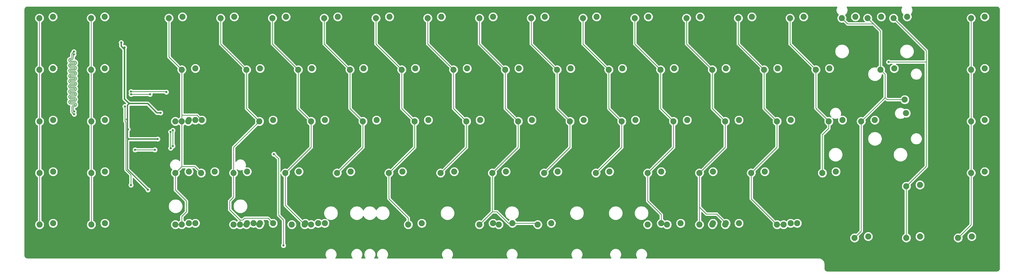
<source format=gtl>
G04 #@! TF.GenerationSoftware,KiCad,Pcbnew,(5.1.12)-1*
G04 #@! TF.CreationDate,2022-01-08T19:29:44-05:00*
G04 #@! TF.ProjectId,J-01-Alps,4a2d3031-2d41-46c7-9073-2e6b69636164,rev?*
G04 #@! TF.SameCoordinates,Original*
G04 #@! TF.FileFunction,Copper,L1,Top*
G04 #@! TF.FilePolarity,Positive*
%FSLAX46Y46*%
G04 Gerber Fmt 4.6, Leading zero omitted, Abs format (unit mm)*
G04 Created by KiCad (PCBNEW (5.1.12)-1) date 2022-01-08 19:29:44*
%MOMM*%
%LPD*%
G01*
G04 APERTURE LIST*
G04 #@! TA.AperFunction,ComponentPad*
%ADD10C,2.250000*%
G04 #@! TD*
G04 #@! TA.AperFunction,ViaPad*
%ADD11C,0.800000*%
G04 #@! TD*
G04 #@! TA.AperFunction,Conductor*
%ADD12C,0.508000*%
G04 #@! TD*
G04 #@! TA.AperFunction,Conductor*
%ADD13C,0.381000*%
G04 #@! TD*
G04 #@! TA.AperFunction,Conductor*
%ADD14C,0.254000*%
G04 #@! TD*
G04 #@! TA.AperFunction,Conductor*
%ADD15C,0.100000*%
G04 #@! TD*
G04 APERTURE END LIST*
D10*
G04 #@! TO.P,SW-M6,1*
G04 #@! TO.N,COL1*
X53880000Y-109500000D03*
G04 #@! TO.P,SW-M6,2*
G04 #@! TO.N,Net-(D37-Pad2)*
X58880000Y-109000000D03*
G04 #@! TD*
G04 #@! TO.P,SW-M5,1*
G04 #@! TO.N,COL0*
X34830000Y-109510000D03*
G04 #@! TO.P,SW-M5,2*
G04 #@! TO.N,Net-(D36-Pad2)*
X39830000Y-109010000D03*
G04 #@! TD*
G04 #@! TO.P,SW-M1,1*
G04 #@! TO.N,COL0*
X34800000Y-71400000D03*
G04 #@! TO.P,SW-M1,2*
G04 #@! TO.N,Net-(D1-Pad2)*
X39800000Y-70900000D03*
G04 #@! TD*
G04 #@! TO.P,SW-DEL1,1*
G04 #@! TO.N,COL17*
X377690000Y-71410000D03*
G04 #@! TO.P,SW-DEL1,2*
G04 #@! TO.N,Net-(D18-Pad2)*
X382690000Y-70910000D03*
G04 #@! TD*
G04 #@! TO.P,SW-RIGHT1,1*
G04 #@! TO.N,COL17*
X372900000Y-152481250D03*
G04 #@! TO.P,SW-RIGHT1,2*
G04 #@! TO.N,Net-(D82-Pad2)*
X377900000Y-151981250D03*
G04 #@! TD*
G04 #@! TO.P,SW-M9,1*
G04 #@! TO.N,COL0*
X34831250Y-147606250D03*
G04 #@! TO.P,SW-M9,2*
G04 #@! TO.N,Net-(D70-Pad2)*
X39831250Y-147106250D03*
G04 #@! TD*
G04 #@! TO.P,SW-M2,1*
G04 #@! TO.N,COL1*
X53850000Y-71400000D03*
G04 #@! TO.P,SW-M2,2*
G04 #@! TO.N,Net-(D2-Pad2)*
X58850000Y-70900000D03*
G04 #@! TD*
G04 #@! TO.P,SW-ESC1,1*
G04 #@! TO.N,COL2*
X82431250Y-71406250D03*
G04 #@! TO.P,SW-ESC1,2*
G04 #@! TO.N,Net-(D3-Pad2)*
X87431250Y-70906250D03*
G04 #@! TD*
G04 #@! TO.P,SW-`1,1*
G04 #@! TO.N,COL16*
X349131250Y-71400000D03*
G04 #@! TO.P,SW-`1,2*
G04 #@! TO.N,Net-(D17-Pad2)*
X354131250Y-70900000D03*
G04 #@! TD*
G04 #@! TO.P,SW-SPACE225,1*
G04 #@! TO.N,COL6*
X170537500Y-147606250D03*
G04 #@! TO.P,SW-SPACE225,2*
G04 #@! TO.N,Net-(D75-Pad2)*
X175537500Y-147106250D03*
G04 #@! TD*
G04 #@! TO.P,SW-END1,1*
G04 #@! TO.N,COL17*
X377690000Y-128556250D03*
G04 #@! TO.P,SW-END1,2*
G04 #@! TO.N,Net-(D69-Pad2)*
X382690000Y-128056250D03*
G04 #@! TD*
G04 #@! TO.P,SW-RSHFT1,1*
G04 #@! TO.N,COL14*
X322937500Y-128556250D03*
G04 #@! TO.P,SW-RSHFT1,2*
G04 #@! TO.N,Net-(D67-Pad2)*
X327937500Y-128056250D03*
G04 #@! TD*
G04 #@! TO.P,SW-PGDN1,1*
G04 #@! TO.N,COL17*
X377690000Y-109506250D03*
G04 #@! TO.P,SW-PGDN1,2*
G04 #@! TO.N,Net-(D52-Pad2)*
X382690000Y-109006250D03*
G04 #@! TD*
G04 #@! TO.P,SW-\u005C2,1*
G04 #@! TO.N,COL15*
X344368750Y-90456250D03*
G04 #@! TO.P,SW-\u005C2,2*
G04 #@! TO.N,Net-(D34-Pad2)*
X349368750Y-89956250D03*
G04 #@! TD*
G04 #@! TO.P,SW-PGUP1,1*
G04 #@! TO.N,COL17*
X377690000Y-90460000D03*
G04 #@! TO.P,SW-PGUP1,2*
G04 #@! TO.N,Net-(D35-Pad2)*
X382690000Y-89960000D03*
G04 #@! TD*
G04 #@! TO.P,SW-DOWN1,1*
G04 #@! TO.N,COL16*
X353850000Y-152481250D03*
G04 #@! TO.P,SW-DOWN1,2*
G04 #@! TO.N,Net-(D81-Pad2)*
X358850000Y-151981250D03*
G04 #@! TD*
G04 #@! TO.P,SW-LEFT1,1*
G04 #@! TO.N,COL15*
X334800000Y-152481250D03*
G04 #@! TO.P,SW-LEFT1,2*
G04 #@! TO.N,Net-(D80-Pad2)*
X339800000Y-151981250D03*
G04 #@! TD*
G04 #@! TO.P,SW-RCTRL2,1*
G04 #@! TO.N,COL13*
X308650000Y-147606250D03*
G04 #@! TO.P,SW-RCTRL2,2*
G04 #@! TO.N,Net-(D79-Pad2)*
X313650000Y-147106250D03*
G04 #@! TD*
G04 #@! TO.P,SW-M8,1*
G04 #@! TO.N,COL1*
X53881250Y-128556250D03*
G04 #@! TO.P,SW-M8,2*
G04 #@! TO.N,Net-(D54-Pad2)*
X58881250Y-128056250D03*
G04 #@! TD*
G04 #@! TO.P,SW-LSHIFT2,1*
G04 #@! TO.N,COL2*
X84812500Y-128556250D03*
G04 #@! TO.P,SW-LSHIFT2,2*
G04 #@! TO.N,Net-(D55-Pad2)*
X89812500Y-128056250D03*
G04 #@! TD*
G04 #@! TO.P,SW-M4,1*
G04 #@! TO.N,COL1*
X53850000Y-90450000D03*
G04 #@! TO.P,SW-M4,2*
G04 #@! TO.N,Net-(D20-Pad2)*
X58850000Y-89950000D03*
G04 #@! TD*
G04 #@! TO.P,SW-TAB1,1*
G04 #@! TO.N,COL2*
X87193750Y-90456250D03*
G04 #@! TO.P,SW-TAB1,2*
G04 #@! TO.N,Net-(D21-Pad2)*
X92193750Y-89956250D03*
G04 #@! TD*
G04 #@! TO.P,SW-LCTRL2,1*
G04 #@! TO.N,COL2*
X87193750Y-147606250D03*
G04 #@! TO.P,SW-LCTRL2,2*
G04 #@! TO.N,Net-(D72-Pad2)*
X92193750Y-147106250D03*
G04 #@! TD*
G04 #@! TO.P,SW-LCTRL1,1*
G04 #@! TO.N,COL2*
X84812500Y-147606250D03*
G04 #@! TO.P,SW-LCTRL1,2*
G04 #@! TO.N,Net-(D72-Pad2)*
X89812500Y-147106250D03*
G04 #@! TD*
G04 #@! TO.P,SW-M10,1*
G04 #@! TO.N,COL1*
X53881250Y-147606250D03*
G04 #@! TO.P,SW-M10,2*
G04 #@! TO.N,Net-(D71-Pad2)*
X58881250Y-147106250D03*
G04 #@! TD*
G04 #@! TO.P,SW-9,1*
G04 #@! TO.N,COL11*
X253881250Y-71406250D03*
G04 #@! TO.P,SW-9,2*
G04 #@! TO.N,Net-(D12-Pad2)*
X258881250Y-70906250D03*
G04 #@! TD*
G04 #@! TO.P,SW-UP1,1*
G04 #@! TO.N,COL16*
X353850000Y-133430000D03*
G04 #@! TO.P,SW-UP1,2*
G04 #@! TO.N,Net-(D68-Pad2)*
X358850000Y-132930000D03*
G04 #@! TD*
G04 #@! TO.P,SW-L1,1*
G04 #@! TO.N,COL11*
X268168750Y-109506250D03*
G04 #@! TO.P,SW-L1,2*
G04 #@! TO.N,Net-(D47-Pad2)*
X273168750Y-109006250D03*
G04 #@! TD*
G04 #@! TO.P,SW-RALT3,2*
G04 #@! TO.N,Net-(D77-Pad2)*
X258643750Y-147606250D03*
G04 #@! TO.P,SW-RALT3,1*
G04 #@! TO.N,COL11*
X263643750Y-147106250D03*
G04 #@! TD*
G04 #@! TO.P,SW-SPACE625,2*
G04 #@! TO.N,Net-(D76-Pad2)*
X203875000Y-147606250D03*
G04 #@! TO.P,SW-SPACE625,1*
G04 #@! TO.N,COL8*
X208875000Y-147106250D03*
G04 #@! TD*
G04 #@! TO.P,SW-SPACE7,1*
G04 #@! TO.N,COL8*
X196731250Y-147606250D03*
G04 #@! TO.P,SW-SPACE7,2*
G04 #@! TO.N,Net-(D76-Pad2)*
G04 #@! TA.AperFunction,ComponentPad*
G36*
G01*
X201652774Y-148228510D02*
X201652774Y-148228510D01*
G75*
G02*
X200608990Y-147027774I78476J1122260D01*
G01*
X200608990Y-147027774D01*
G75*
G02*
X201809726Y-145983990I1122260J-78476D01*
G01*
X201809726Y-145983990D01*
G75*
G02*
X202853510Y-147184726I-78476J-1122260D01*
G01*
X202853510Y-147184726D01*
G75*
G02*
X201652774Y-148228510I-1122260J78476D01*
G01*
G37*
G04 #@! TD.AperFunction*
G04 #@! TD*
G04 #@! TO.P,SW-LALT3,2*
G04 #@! TO.N,Net-(D74-Pad2)*
X127675000Y-147606250D03*
G04 #@! TO.P,SW-LALT3,1*
G04 #@! TO.N,COL4*
X132675000Y-147106250D03*
G04 #@! TD*
G04 #@! TO.P,SW-LALT2,2*
G04 #@! TO.N,Net-(D73-Pad2)*
X115768750Y-147606250D03*
G04 #@! TO.P,SW-LALT2,1*
G04 #@! TO.N,COL3*
X120768750Y-147106250D03*
G04 #@! TD*
G04 #@! TO.P,SW-LWIN2,2*
G04 #@! TO.N,Net-(D73-Pad2)*
X106243750Y-147606250D03*
G04 #@! TO.P,SW-LWIN2,1*
G04 #@! TO.N,COL3*
X111243750Y-147106250D03*
G04 #@! TD*
G04 #@! TO.P,SW-MENU2,2*
G04 #@! TO.N,Net-(D78-Pad2)*
X282456250Y-147606250D03*
G04 #@! TO.P,SW-MENU2,1*
G04 #@! TO.N,COL12*
X287456250Y-147106250D03*
G04 #@! TD*
G04 #@! TO.P,SW-SPACE6,1*
G04 #@! TO.N,COL8*
X196731250Y-147606250D03*
G04 #@! TO.P,SW-SPACE6,2*
G04 #@! TO.N,Net-(D76-Pad2)*
X201731250Y-147106250D03*
G04 #@! TD*
G04 #@! TO.P,SW-LWIN3,1*
G04 #@! TO.N,COL3*
X111006250Y-147606250D03*
G04 #@! TO.P,SW-LWIN3,2*
G04 #@! TO.N,Net-(D73-Pad2)*
X116006250Y-147106250D03*
G04 #@! TD*
G04 #@! TO.P,SW-LALT4,1*
G04 #@! TO.N,COL4*
X134818750Y-147606250D03*
G04 #@! TO.P,SW-LALT4,2*
G04 #@! TO.N,Net-(D74-Pad2)*
X139818750Y-147106250D03*
G04 #@! TD*
G04 #@! TO.P,SW-SPACE275,1*
G04 #@! TO.N,COL8*
X218162500Y-147606250D03*
G04 #@! TO.P,SW-SPACE275,2*
G04 #@! TO.N,Net-(D76-Pad2)*
X223162500Y-147106250D03*
G04 #@! TD*
G04 #@! TO.P,SW-RALT2,1*
G04 #@! TO.N,COL11*
X265787500Y-147606250D03*
G04 #@! TO.P,SW-RALT2,2*
G04 #@! TO.N,Net-(D77-Pad2)*
X270787500Y-147106250D03*
G04 #@! TD*
G04 #@! TO.P,SW-MENU1,1*
G04 #@! TO.N,COL12*
X287218750Y-147606250D03*
G04 #@! TO.P,SW-MENU1,2*
G04 #@! TO.N,Net-(D78-Pad2)*
X292218750Y-147106250D03*
G04 #@! TD*
G04 #@! TO.P,SW-CAPS1,2*
G04 #@! TO.N,Net-(D38-Pad2)*
X89575000Y-109506250D03*
G04 #@! TO.P,SW-CAPS1,1*
G04 #@! TO.N,COL2*
X94575000Y-109006250D03*
G04 #@! TD*
G04 #@! TO.P,SW-3800CAPS1,1*
G04 #@! TO.N,COL2*
X87193750Y-109506250D03*
G04 #@! TO.P,SW-3800CAPS1,2*
G04 #@! TO.N,Net-(D38-Pad2)*
X92193750Y-109006250D03*
G04 #@! TD*
G04 #@! TO.P,SW-ISOEN1,2*
G04 #@! TO.N,Net-(D51-Pad2)*
X353750000Y-106481250D03*
G04 #@! TO.P,SW-ISOEN1,1*
G04 #@! TO.N,COL15*
X353250000Y-101481250D03*
G04 #@! TD*
G04 #@! TO.P,SW-Z1,1*
G04 #@! TO.N,COL4*
X125293750Y-128556250D03*
G04 #@! TO.P,SW-Z1,2*
G04 #@! TO.N,Net-(D57-Pad2)*
X130293750Y-128056250D03*
G04 #@! TD*
G04 #@! TO.P,SW-Y1,1*
G04 #@! TO.N,COL8*
X206256250Y-90456250D03*
G04 #@! TO.P,SW-Y1,2*
G04 #@! TO.N,Net-(D27-Pad2)*
X211256250Y-89956250D03*
G04 #@! TD*
G04 #@! TO.P,SW-X1,1*
G04 #@! TO.N,COL5*
X144343750Y-128556250D03*
G04 #@! TO.P,SW-X1,2*
G04 #@! TO.N,Net-(D58-Pad2)*
X149343750Y-128056250D03*
G04 #@! TD*
G04 #@! TO.P,SW-W1,1*
G04 #@! TO.N,COL4*
X130056250Y-90456250D03*
G04 #@! TO.P,SW-W1,2*
G04 #@! TO.N,Net-(D23-Pad2)*
X135056250Y-89956250D03*
G04 #@! TD*
G04 #@! TO.P,SW-V1,1*
G04 #@! TO.N,COL7*
X182443750Y-128556250D03*
G04 #@! TO.P,SW-V1,2*
G04 #@! TO.N,Net-(D60-Pad2)*
X187443750Y-128056250D03*
G04 #@! TD*
G04 #@! TO.P,SW-U1,1*
G04 #@! TO.N,COL9*
X225306250Y-90456250D03*
G04 #@! TO.P,SW-U1,2*
G04 #@! TO.N,Net-(D28-Pad2)*
X230306250Y-89956250D03*
G04 #@! TD*
G04 #@! TO.P,SW-T1,1*
G04 #@! TO.N,COL7*
X187206250Y-90456250D03*
G04 #@! TO.P,SW-T1,2*
G04 #@! TO.N,Net-(D26-Pad2)*
X192206250Y-89956250D03*
G04 #@! TD*
G04 #@! TO.P,SW-STEPCAPS1,1*
G04 #@! TO.N,COL2*
X84812500Y-109506250D03*
G04 #@! TO.P,SW-STEPCAPS1,2*
G04 #@! TO.N,Net-(D38-Pad2)*
X89812500Y-109006250D03*
G04 #@! TD*
G04 #@! TO.P,SW-S1,1*
G04 #@! TO.N,COL4*
X134818750Y-109506250D03*
G04 #@! TO.P,SW-S1,2*
G04 #@! TO.N,Net-(D40-Pad2)*
X139818750Y-109006250D03*
G04 #@! TD*
G04 #@! TO.P,SW-RCTRL1,1*
G04 #@! TO.N,COL13*
X306268750Y-147606250D03*
G04 #@! TO.P,SW-RCTRL1,2*
G04 #@! TO.N,Net-(D79-Pad2)*
X311268750Y-147106250D03*
G04 #@! TD*
G04 #@! TO.P,SW-RALT1,1*
G04 #@! TO.N,COL12*
X277693750Y-147606250D03*
G04 #@! TO.P,SW-RALT1,2*
G04 #@! TO.N,Net-(D78-Pad2)*
X282693750Y-147106250D03*
G04 #@! TD*
G04 #@! TO.P,SW-R1,1*
G04 #@! TO.N,COL6*
X168156250Y-90456250D03*
G04 #@! TO.P,SW-R1,2*
G04 #@! TO.N,Net-(D25-Pad2)*
X173156250Y-89956250D03*
G04 #@! TD*
G04 #@! TO.P,SW-Q1,1*
G04 #@! TO.N,COL3*
X111006250Y-90456250D03*
G04 #@! TO.P,SW-Q1,2*
G04 #@! TO.N,Net-(D22-Pad2)*
X116006250Y-89956250D03*
G04 #@! TD*
G04 #@! TO.P,SW-P1,1*
G04 #@! TO.N,COL12*
X282456250Y-90456250D03*
G04 #@! TO.P,SW-P1,2*
G04 #@! TO.N,Net-(D31-Pad2)*
X287456250Y-89956250D03*
G04 #@! TD*
G04 #@! TO.P,SW-O1,1*
G04 #@! TO.N,COL11*
X263406250Y-90456250D03*
G04 #@! TO.P,SW-O1,2*
G04 #@! TO.N,Net-(D30-Pad2)*
X268406250Y-89956250D03*
G04 #@! TD*
G04 #@! TO.P,SW-N1,1*
G04 #@! TO.N,COL9*
X220543750Y-128556250D03*
G04 #@! TO.P,SW-N1,2*
G04 #@! TO.N,Net-(D62-Pad2)*
X225543750Y-128056250D03*
G04 #@! TD*
G04 #@! TO.P,SW-M11,1*
G04 #@! TO.N,COL10*
X239593750Y-128556250D03*
G04 #@! TO.P,SW-M11,2*
G04 #@! TO.N,Net-(D63-Pad2)*
X244593750Y-128056250D03*
G04 #@! TD*
G04 #@! TO.P,SW-M7,1*
G04 #@! TO.N,COL0*
X34831250Y-128556250D03*
G04 #@! TO.P,SW-M7,2*
G04 #@! TO.N,Net-(D53-Pad2)*
X39831250Y-128056250D03*
G04 #@! TD*
G04 #@! TO.P,SW-M3,1*
G04 #@! TO.N,COL0*
X34800000Y-90450000D03*
G04 #@! TO.P,SW-M3,2*
G04 #@! TO.N,Net-(D19-Pad2)*
X39800000Y-89950000D03*
G04 #@! TD*
G04 #@! TO.P,SW-LWIN1,1*
G04 #@! TO.N,COL3*
X108625000Y-147606250D03*
G04 #@! TO.P,SW-LWIN1,2*
G04 #@! TO.N,Net-(D73-Pad2)*
X113625000Y-147106250D03*
G04 #@! TD*
G04 #@! TO.P,SW-LSHIFT1,1*
G04 #@! TO.N,COL2*
X94337500Y-128556250D03*
G04 #@! TO.P,SW-LSHIFT1,2*
G04 #@! TO.N,Net-(D55-Pad2)*
X99337500Y-128056250D03*
G04 #@! TD*
G04 #@! TO.P,SW-LALT1,1*
G04 #@! TO.N,COL4*
X132437500Y-147606250D03*
G04 #@! TO.P,SW-LALT1,2*
G04 #@! TO.N,Net-(D74-Pad2)*
X137437500Y-147106250D03*
G04 #@! TD*
G04 #@! TO.P,SW-K1,1*
G04 #@! TO.N,COL10*
X249118750Y-109506250D03*
G04 #@! TO.P,SW-K1,2*
G04 #@! TO.N,Net-(D46-Pad2)*
X254118750Y-109006250D03*
G04 #@! TD*
G04 #@! TO.P,SW-J1,1*
G04 #@! TO.N,COL9*
X230068750Y-109506250D03*
G04 #@! TO.P,SW-J1,2*
G04 #@! TO.N,Net-(D45-Pad2)*
X235068750Y-109006250D03*
G04 #@! TD*
G04 #@! TO.P,SW-I1,1*
G04 #@! TO.N,COL10*
X244356250Y-90456250D03*
G04 #@! TO.P,SW-I1,2*
G04 #@! TO.N,Net-(D29-Pad2)*
X249356250Y-89956250D03*
G04 #@! TD*
G04 #@! TO.P,SW-H1,1*
G04 #@! TO.N,COL8*
X211018750Y-109506250D03*
G04 #@! TO.P,SW-H1,2*
G04 #@! TO.N,Net-(D44-Pad2)*
X216018750Y-109006250D03*
G04 #@! TD*
G04 #@! TO.P,SW-G1,1*
G04 #@! TO.N,COL7*
X191968750Y-109506250D03*
G04 #@! TO.P,SW-G1,2*
G04 #@! TO.N,Net-(D43-Pad2)*
X196968750Y-109006250D03*
G04 #@! TD*
G04 #@! TO.P,SW-F1,1*
G04 #@! TO.N,COL6*
X172918750Y-109506250D03*
G04 #@! TO.P,SW-F1,2*
G04 #@! TO.N,Net-(D42-Pad2)*
X177918750Y-109006250D03*
G04 #@! TD*
G04 #@! TO.P,SW-E1,1*
G04 #@! TO.N,COL5*
X149106250Y-90456250D03*
G04 #@! TO.P,SW-E1,2*
G04 #@! TO.N,Net-(D24-Pad2)*
X154106250Y-89956250D03*
G04 #@! TD*
G04 #@! TO.P,SW-D1,1*
G04 #@! TO.N,COL5*
X153868750Y-109506250D03*
G04 #@! TO.P,SW-D1,2*
G04 #@! TO.N,Net-(D41-Pad2)*
X158868750Y-109006250D03*
G04 #@! TD*
G04 #@! TO.P,SW-C1,1*
G04 #@! TO.N,COL6*
X163393750Y-128556250D03*
G04 #@! TO.P,SW-C1,2*
G04 #@! TO.N,Net-(D59-Pad2)*
X168393750Y-128056250D03*
G04 #@! TD*
G04 #@! TO.P,SW-BKSP1,1*
G04 #@! TO.N,COL15*
X339606250Y-71406250D03*
G04 #@! TO.P,SW-BKSP1,2*
G04 #@! TO.N,Net-(D16-Pad2)*
X344606250Y-70906250D03*
G04 #@! TD*
G04 #@! TO.P,SW-B1,1*
G04 #@! TO.N,COL8*
X201493750Y-128556250D03*
G04 #@! TO.P,SW-B1,2*
G04 #@! TO.N,Net-(D61-Pad2)*
X206493750Y-128056250D03*
G04 #@! TD*
G04 #@! TO.P,SW-ANSIEN1,1*
G04 #@! TO.N,COL15*
X337225000Y-109506250D03*
G04 #@! TO.P,SW-ANSIEN1,2*
G04 #@! TO.N,Net-(D51-Pad2)*
X342225000Y-109006250D03*
G04 #@! TD*
G04 #@! TO.P,SW-A1,1*
G04 #@! TO.N,COL3*
X115768750Y-109506250D03*
G04 #@! TO.P,SW-A1,2*
G04 #@! TO.N,Net-(D39-Pad2)*
X120768750Y-109006250D03*
G04 #@! TD*
G04 #@! TO.P,SW-]1,1*
G04 #@! TO.N,COL14*
X320556250Y-90456250D03*
G04 #@! TO.P,SW-]1,2*
G04 #@! TO.N,Net-(D33-Pad2)*
X325556250Y-89956250D03*
G04 #@! TD*
G04 #@! TO.P,SW-\u005C3,1*
G04 #@! TO.N,COL3*
X106243750Y-128556250D03*
G04 #@! TO.P,SW-\u005C3,2*
G04 #@! TO.N,Net-(D56-Pad2)*
X111243750Y-128056250D03*
G04 #@! TD*
G04 #@! TO.P,SW-\u005C1,1*
G04 #@! TO.N,COL15*
X330081250Y-71400000D03*
G04 #@! TO.P,SW-\u005C1,2*
G04 #@! TO.N,Net-(D16-Pad2)*
X335081250Y-70900000D03*
G04 #@! TD*
G04 #@! TO.P,SW-[1,1*
G04 #@! TO.N,COL13*
X301506250Y-90456250D03*
G04 #@! TO.P,SW-[1,2*
G04 #@! TO.N,Net-(D32-Pad2)*
X306506250Y-89956250D03*
G04 #@! TD*
G04 #@! TO.P,SW-=1,1*
G04 #@! TO.N,COL14*
X311031250Y-71406250D03*
G04 #@! TO.P,SW-=1,2*
G04 #@! TO.N,Net-(D15-Pad2)*
X316031250Y-70906250D03*
G04 #@! TD*
G04 #@! TO.P,SW-;1,1*
G04 #@! TO.N,COL12*
X287218750Y-109506250D03*
G04 #@! TO.P,SW-;1,2*
G04 #@! TO.N,Net-(D48-Pad2)*
X292218750Y-109006250D03*
G04 #@! TD*
G04 #@! TO.P,SW-/1,1*
G04 #@! TO.N,COL13*
X296743750Y-128556250D03*
G04 #@! TO.P,SW-/1,2*
G04 #@! TO.N,Net-(D66-Pad2)*
X301743750Y-128056250D03*
G04 #@! TD*
G04 #@! TO.P,SW--1,1*
G04 #@! TO.N,COL13*
X291981250Y-71406250D03*
G04 #@! TO.P,SW--1,2*
G04 #@! TO.N,Net-(D14-Pad2)*
X296981250Y-70906250D03*
G04 #@! TD*
G04 #@! TO.P,SW-'1,1*
G04 #@! TO.N,COL13*
X306268750Y-109506250D03*
G04 #@! TO.P,SW-'1,2*
G04 #@! TO.N,Net-(D49-Pad2)*
X311268750Y-109006250D03*
G04 #@! TD*
G04 #@! TO.P,SW-#1,1*
G04 #@! TO.N,COL14*
X325318750Y-109506250D03*
G04 #@! TO.P,SW-#1,2*
G04 #@! TO.N,Net-(D50-Pad2)*
X330318750Y-109006250D03*
G04 #@! TD*
G04 #@! TO.P,SW-8,1*
G04 #@! TO.N,COL10*
X234831250Y-71406250D03*
G04 #@! TO.P,SW-8,2*
G04 #@! TO.N,Net-(D11-Pad2)*
X239831250Y-70906250D03*
G04 #@! TD*
G04 #@! TO.P,SW-7,1*
G04 #@! TO.N,COL9*
X215781250Y-71406250D03*
G04 #@! TO.P,SW-7,2*
G04 #@! TO.N,Net-(D10-Pad2)*
X220781250Y-70906250D03*
G04 #@! TD*
G04 #@! TO.P,SW-6,1*
G04 #@! TO.N,COL8*
X196731250Y-71406250D03*
G04 #@! TO.P,SW-6,2*
G04 #@! TO.N,Net-(D9-Pad2)*
X201731250Y-70906250D03*
G04 #@! TD*
G04 #@! TO.P,SW-5,1*
G04 #@! TO.N,COL7*
X177681250Y-71406250D03*
G04 #@! TO.P,SW-5,2*
G04 #@! TO.N,Net-(D8-Pad2)*
X182681250Y-70906250D03*
G04 #@! TD*
G04 #@! TO.P,SW-4,1*
G04 #@! TO.N,COL6*
X158631250Y-71406250D03*
G04 #@! TO.P,SW-4,2*
G04 #@! TO.N,Net-(D7-Pad2)*
X163631250Y-70906250D03*
G04 #@! TD*
G04 #@! TO.P,SW-3,1*
G04 #@! TO.N,COL5*
X139581250Y-71406250D03*
G04 #@! TO.P,SW-3,2*
G04 #@! TO.N,Net-(D6-Pad2)*
X144581250Y-70906250D03*
G04 #@! TD*
G04 #@! TO.P,SW-2,1*
G04 #@! TO.N,COL4*
X120531250Y-71406250D03*
G04 #@! TO.P,SW-2,2*
G04 #@! TO.N,Net-(D5-Pad2)*
X125531250Y-70906250D03*
G04 #@! TD*
G04 #@! TO.P,SW-1,1*
G04 #@! TO.N,COL3*
X101481250Y-71406250D03*
G04 #@! TO.P,SW-1,2*
G04 #@! TO.N,Net-(D4-Pad2)*
X106481250Y-70906250D03*
G04 #@! TD*
G04 #@! TO.P,SW-0,1*
G04 #@! TO.N,COL12*
X272931250Y-71406250D03*
G04 #@! TO.P,SW-0,2*
G04 #@! TO.N,Net-(D13-Pad2)*
X277931250Y-70906250D03*
G04 #@! TD*
G04 #@! TO.P,SW-\u002C1,1*
G04 #@! TO.N,COL11*
X258643750Y-128556250D03*
G04 #@! TO.P,SW-\u002C1,2*
G04 #@! TO.N,Net-(D64-Pad2)*
X263643750Y-128056250D03*
G04 #@! TD*
G04 #@! TO.P,SW-.1,1*
G04 #@! TO.N,COL12*
X277693750Y-128556250D03*
G04 #@! TO.P,SW-.1,2*
G04 #@! TO.N,Net-(D65-Pad2)*
X282693750Y-128056250D03*
G04 #@! TD*
D11*
G04 #@! TO.N,GND*
X75750000Y-90250000D03*
X70212500Y-90187500D03*
X102393750Y-100000000D03*
X102393750Y-92075000D03*
X102393750Y-111125000D03*
X97000000Y-124900000D03*
X94456250Y-81756250D03*
X94456250Y-74612500D03*
X170656250Y-74612500D03*
X170656250Y-81756250D03*
X180181250Y-92075000D03*
X180181250Y-100012500D03*
X184943750Y-111125000D03*
X194468750Y-130968750D03*
X102393750Y-130968750D03*
X246856250Y-74612500D03*
X256381250Y-92075000D03*
X256381250Y-100012500D03*
X261143750Y-111125000D03*
X270668750Y-131762500D03*
X275431250Y-150812500D03*
X190500000Y-150812500D03*
X102393750Y-150812500D03*
X323056250Y-74612500D03*
X246856250Y-81756250D03*
X323056250Y-81756250D03*
X332581250Y-92075000D03*
X332581250Y-102393750D03*
X342106250Y-131762500D03*
X328612500Y-113506250D03*
X346868750Y-150812500D03*
X79900000Y-114400000D03*
X70500000Y-117300000D03*
X75300000Y-117300000D03*
X79380000Y-104630000D03*
X63500000Y-115093750D03*
X47625000Y-112712500D03*
X68500000Y-105500000D03*
X68750000Y-113750000D03*
X64000000Y-108250000D03*
G04 #@! TO.N,+5V*
X74750000Y-134750000D03*
X66100000Y-82200000D03*
X64900000Y-80400000D03*
X79400000Y-106340000D03*
X67530000Y-116020000D03*
X78340000Y-116020000D03*
X67830000Y-102920000D03*
X67425000Y-112425000D03*
X67010000Y-108790000D03*
G04 #@! TO.N,ROW0*
X75500000Y-99500000D03*
X68540000Y-99500000D03*
G04 #@! TO.N,ROW1*
X68525000Y-98500000D03*
X81500000Y-98675000D03*
G04 #@! TO.N,ROW2*
X77300000Y-120000000D03*
X70000000Y-120000000D03*
G04 #@! TO.N,ROW4*
X121100000Y-121600000D03*
X124600000Y-155300000D03*
G04 #@! TO.N,D-*
X47485934Y-83785931D03*
X47612067Y-106843148D03*
G04 #@! TO.N,D+*
X47500000Y-84800000D03*
X47570000Y-105840000D03*
G04 #@! TO.N,Net-(RC3-Pad2)*
X68500000Y-133000000D03*
X66254067Y-103965933D03*
G04 #@! TO.N,COL5*
X83086265Y-113381239D03*
X83100000Y-119400000D03*
G04 #@! TO.N,COL6*
X83900000Y-118600000D03*
X83900000Y-112800000D03*
G04 #@! TO.N,COL16*
X347300000Y-87600000D03*
G04 #@! TD*
D12*
G04 #@! TO.N,+5V*
X64900000Y-80400000D02*
X64900000Y-81000000D01*
X64900000Y-81000000D02*
X64900000Y-81700000D01*
X64900000Y-81700000D02*
X66100000Y-82900000D01*
X66100000Y-82200000D02*
X66100000Y-82900000D01*
X67180000Y-115670000D02*
X67530000Y-116020000D01*
X67530000Y-116020000D02*
X78340000Y-116020000D01*
D13*
X67180000Y-127180000D02*
X74750000Y-134750000D01*
X67180000Y-115670000D02*
X67180000Y-127180000D01*
D12*
X66100000Y-101190000D02*
X67830000Y-102920000D01*
X66100000Y-82900000D02*
X66100000Y-101190000D01*
X67830000Y-102920000D02*
X74630000Y-102920000D01*
X78050000Y-106340000D02*
X79400000Y-106340000D01*
X74630000Y-102920000D02*
X78050000Y-106340000D01*
X67180000Y-103570000D02*
X67830000Y-102920000D01*
D13*
X67180000Y-108740000D02*
X67180000Y-108878135D01*
D12*
X67180000Y-108740000D02*
X67180000Y-103570000D01*
D13*
X67370000Y-112480000D02*
X67425000Y-112425000D01*
X67180000Y-112480000D02*
X67370000Y-112480000D01*
D12*
X67180000Y-115670000D02*
X67180000Y-112480000D01*
X67180000Y-112480000D02*
X67180000Y-108740000D01*
D13*
X67180000Y-108740000D02*
X66820000Y-108740000D01*
D14*
G04 #@! TO.N,ROW0*
X68540000Y-99500000D02*
X75500000Y-99500000D01*
G04 #@! TO.N,ROW1*
X81325000Y-98500000D02*
X81500000Y-98675000D01*
X68525000Y-98500000D02*
X81325000Y-98500000D01*
G04 #@! TO.N,ROW2*
X77300000Y-120000000D02*
X70000000Y-120000000D01*
G04 #@! TO.N,ROW4*
X121100000Y-121600000D02*
X122800000Y-123300000D01*
X122800000Y-123300000D02*
X122800000Y-144100000D01*
X124600000Y-145900000D02*
X124600000Y-155300000D01*
X122800000Y-144100000D02*
X124600000Y-145900000D01*
G04 #@! TO.N,D-*
X47497186Y-106843148D02*
X47612067Y-106843148D01*
X46745990Y-106091952D02*
X47497186Y-106843148D01*
X46745990Y-104201288D02*
X46745990Y-106091952D01*
X46762716Y-104052845D02*
X46745990Y-104201288D01*
X46812054Y-103911845D02*
X46762716Y-104052845D01*
X46891530Y-103785359D02*
X46812054Y-103911845D01*
X46997160Y-103679729D02*
X46891530Y-103785359D01*
X47123646Y-103600253D02*
X46997160Y-103679729D01*
X47264646Y-103550915D02*
X47123646Y-103600253D01*
X47413089Y-103534190D02*
X47264646Y-103550915D01*
X47689644Y-103534190D02*
X47413089Y-103534190D01*
X47746165Y-103527821D02*
X47689644Y-103534190D01*
X47799851Y-103509036D02*
X47746165Y-103527821D01*
X47848011Y-103478775D02*
X47799851Y-103509036D01*
X47888230Y-103438556D02*
X47848011Y-103478775D01*
X47918491Y-103390396D02*
X47888230Y-103438556D01*
X47937276Y-103336710D02*
X47918491Y-103390396D01*
X47943644Y-103280190D02*
X47937276Y-103336710D01*
X47937276Y-103223669D02*
X47943644Y-103280190D01*
X47918491Y-103169983D02*
X47937276Y-103223669D01*
X47888230Y-103121823D02*
X47918491Y-103169983D01*
X47848011Y-103081604D02*
X47888230Y-103121823D01*
X47799851Y-103051343D02*
X47848011Y-103081604D01*
X47746165Y-103032558D02*
X47799851Y-103051343D01*
X47689644Y-103026190D02*
X47746165Y-103032558D01*
X46215434Y-103026190D02*
X47689644Y-103026190D01*
X46066991Y-103009464D02*
X46215434Y-103026190D01*
X45925991Y-102960126D02*
X46066991Y-103009464D01*
X45799505Y-102880650D02*
X45925991Y-102960126D01*
X45693875Y-102775020D02*
X45799505Y-102880650D01*
X45614399Y-102648534D02*
X45693875Y-102775020D01*
X45565061Y-102507534D02*
X45614399Y-102648534D01*
X45548336Y-102359091D02*
X45565061Y-102507534D01*
X45548336Y-102277268D02*
X45548336Y-102359091D01*
X45565061Y-102128825D02*
X45548336Y-102277268D01*
X45614399Y-101987825D02*
X45565061Y-102128825D01*
X45693875Y-101861339D02*
X45614399Y-101987825D01*
X45799505Y-101755709D02*
X45693875Y-101861339D01*
X45925991Y-101676233D02*
X45799505Y-101755709D01*
X46066991Y-101626895D02*
X45925991Y-101676233D01*
X46215434Y-101610170D02*
X46066991Y-101626895D01*
X47689644Y-101610170D02*
X46215434Y-101610170D01*
X47746165Y-101603801D02*
X47689644Y-101610170D01*
X47799851Y-101585016D02*
X47746165Y-101603801D01*
X47848011Y-101554755D02*
X47799851Y-101585016D01*
X47888230Y-101514536D02*
X47848011Y-101554755D01*
X47918491Y-101466376D02*
X47888230Y-101514536D01*
X47937276Y-101412690D02*
X47918491Y-101466376D01*
X47943644Y-101356170D02*
X47937276Y-101412690D01*
X47937276Y-101299649D02*
X47943644Y-101356170D01*
X47918491Y-101245963D02*
X47937276Y-101299649D01*
X47888230Y-101197803D02*
X47918491Y-101245963D01*
X47848011Y-101157584D02*
X47888230Y-101197803D01*
X47799851Y-101127323D02*
X47848011Y-101157584D01*
X47746165Y-101108538D02*
X47799851Y-101127323D01*
X47689644Y-101102170D02*
X47746165Y-101108538D01*
X45925991Y-97828193D02*
X45799505Y-97907669D01*
X45925991Y-97188066D02*
X46066991Y-97237404D01*
X45548336Y-96587031D02*
X45565061Y-96735474D01*
X45565061Y-96735474D02*
X45614399Y-96876474D01*
X47848011Y-97309544D02*
X47888230Y-97349763D01*
X45799505Y-95983649D02*
X45693875Y-96089279D01*
X47848011Y-95782695D02*
X47799851Y-95812956D01*
X47848011Y-95385524D02*
X47888230Y-95425743D01*
X45548336Y-94581188D02*
X45548336Y-94663011D01*
X45925991Y-99112086D02*
X46066991Y-99161424D01*
X47937276Y-99488670D02*
X47918491Y-99542356D01*
X46066991Y-97237404D02*
X46215434Y-97254130D01*
X47799851Y-99203303D02*
X47848011Y-99233564D01*
X47848011Y-99630735D02*
X47799851Y-99660996D01*
X45693875Y-98926980D02*
X45799505Y-99032610D01*
X45548336Y-98511051D02*
X45565061Y-98659494D01*
X46215434Y-97762130D02*
X46066991Y-97778855D01*
X47937276Y-95640630D02*
X47918491Y-95694316D01*
X45799505Y-97907669D02*
X45693875Y-98013299D01*
X45548336Y-96505208D02*
X45548336Y-96587031D01*
X47888230Y-97666496D02*
X47848011Y-97706715D01*
X47888230Y-95742476D02*
X47848011Y-95782695D01*
X47943644Y-97508130D02*
X47937276Y-97564650D01*
X47799851Y-99660996D02*
X47746165Y-99679781D01*
X46066991Y-95854835D02*
X45925991Y-95904173D01*
X46215434Y-95838110D02*
X46066991Y-95854835D01*
X46066991Y-97778855D02*
X45925991Y-97828193D01*
X47689644Y-93406090D02*
X47746165Y-93412458D01*
X47746165Y-97260498D02*
X47799851Y-97279283D01*
X47746165Y-97755761D02*
X47689644Y-97762130D01*
X47689644Y-95838110D02*
X46215434Y-95838110D01*
X46066991Y-99702875D02*
X45925991Y-99752213D01*
X47937276Y-97451609D02*
X47943644Y-97508130D01*
X47689644Y-93914090D02*
X46215434Y-93914090D01*
X45693875Y-96089279D02*
X45614399Y-96215765D01*
X47888230Y-99273783D02*
X47918491Y-99321943D01*
X47918491Y-97618336D02*
X47888230Y-97666496D01*
X45799505Y-97108590D02*
X45925991Y-97188066D01*
X45565061Y-96356765D02*
X45548336Y-96505208D01*
X47918491Y-93549883D02*
X47937276Y-93603569D01*
X45693875Y-95078940D02*
X45799505Y-95184570D01*
X45565061Y-94811454D02*
X45614399Y-94952454D01*
X47888230Y-99590516D02*
X47848011Y-99630735D01*
X47918491Y-95694316D02*
X47888230Y-95742476D01*
X47937276Y-95527589D02*
X47943644Y-95584110D01*
X47888230Y-95425743D02*
X47918491Y-95473903D01*
X45614399Y-96215765D02*
X45565061Y-96356765D01*
X47746165Y-99184518D02*
X47799851Y-99203303D01*
X45614399Y-96876474D02*
X45693875Y-97002960D01*
X47888230Y-97349763D02*
X47918491Y-97397923D01*
X47746165Y-95831741D02*
X47689644Y-95838110D01*
X46215434Y-95330110D02*
X47689644Y-95330110D01*
X47799851Y-95355263D02*
X47848011Y-95385524D01*
X47937276Y-97564650D02*
X47918491Y-97618336D01*
X47937276Y-99375629D02*
X47943644Y-99432150D01*
X45799505Y-94059629D02*
X45693875Y-94165259D01*
X47799851Y-95812956D02*
X47746165Y-95831741D01*
X45548336Y-94663011D02*
X45565061Y-94811454D01*
X47943644Y-93660090D02*
X47937276Y-93716610D01*
X47799851Y-93431243D02*
X47848011Y-93461504D01*
X45565061Y-94432745D02*
X45548336Y-94581188D01*
X47888230Y-93501723D02*
X47918491Y-93549883D01*
X47746165Y-93412458D02*
X47799851Y-93431243D01*
X47746165Y-95336478D02*
X47799851Y-95355263D01*
X45799505Y-95184570D02*
X45925991Y-95264046D01*
X47848011Y-93858675D02*
X47799851Y-93888936D01*
X47918491Y-95473903D02*
X47937276Y-95527589D01*
X45614399Y-94952454D02*
X45693875Y-95078940D01*
X46066991Y-93930815D02*
X45925991Y-93980153D01*
X46215434Y-93914090D02*
X46066991Y-93930815D01*
X47937276Y-93716610D02*
X47918491Y-93770296D01*
X46066991Y-95313384D02*
X46215434Y-95330110D01*
X47746165Y-93907721D02*
X47689644Y-93914090D01*
X47799851Y-93888936D02*
X47746165Y-93907721D01*
X45548336Y-92738991D02*
X45565061Y-92887434D01*
X47848011Y-93461504D02*
X47888230Y-93501723D01*
X45614399Y-94291745D02*
X45565061Y-94432745D01*
X45693875Y-94165259D02*
X45614399Y-94291745D01*
X47943644Y-95584110D02*
X47937276Y-95640630D01*
X47888230Y-93818456D02*
X47848011Y-93858675D01*
X45925991Y-93980153D02*
X45799505Y-94059629D01*
X45693875Y-93154920D02*
X45799505Y-93260550D01*
X47848011Y-91537484D02*
X47888230Y-91577703D01*
X47689644Y-91482070D02*
X47746165Y-91488438D01*
X45925991Y-95264046D02*
X46066991Y-95313384D01*
X47799851Y-91507223D02*
X47848011Y-91537484D01*
X47943644Y-99432150D02*
X47937276Y-99488670D01*
X47937276Y-91792590D02*
X47918491Y-91846276D01*
X45925991Y-92056133D02*
X45799505Y-92135609D01*
X47848011Y-97706715D02*
X47799851Y-97736976D01*
X47746165Y-91488438D02*
X47799851Y-91507223D01*
X46215434Y-91990070D02*
X46066991Y-92006795D01*
X47918491Y-93770296D02*
X47888230Y-93818456D01*
X47937276Y-93603569D02*
X47943644Y-93660090D01*
X47689644Y-95330110D02*
X47746165Y-95336478D01*
X47918491Y-91846276D02*
X47888230Y-91894436D01*
X45565061Y-92508725D02*
X45548336Y-92657168D01*
X47888230Y-91577703D02*
X47918491Y-91625863D01*
X45693875Y-91230900D02*
X45799505Y-91336530D01*
X47888230Y-91894436D02*
X47848011Y-91934655D01*
X47746165Y-91983701D02*
X47689644Y-91990070D01*
X45925991Y-95904173D02*
X45799505Y-95983649D01*
X47799851Y-91964916D02*
X47746165Y-91983701D01*
X46066991Y-92006795D02*
X45925991Y-92056133D01*
X47943644Y-91736070D02*
X47937276Y-91792590D01*
X46066991Y-93389364D02*
X46215434Y-93406090D01*
X45614399Y-91104414D02*
X45693875Y-91230900D01*
X46066991Y-91465344D02*
X46215434Y-91482070D01*
X45799505Y-92135609D02*
X45693875Y-92241239D01*
X47918491Y-91625863D02*
X47937276Y-91679549D01*
X47848011Y-91934655D02*
X47799851Y-91964916D01*
X45799505Y-99831689D02*
X45693875Y-99937319D01*
X45565061Y-90963414D02*
X45614399Y-91104414D01*
X45548336Y-92657168D02*
X45548336Y-92738991D01*
X45693875Y-92241239D02*
X45614399Y-92367725D01*
X45799505Y-93260550D02*
X45925991Y-93340026D01*
X45614399Y-92367725D02*
X45565061Y-92508725D01*
X45925991Y-91416006D02*
X46066991Y-91465344D01*
X45614399Y-93028434D02*
X45693875Y-93154920D01*
X46215434Y-93406090D02*
X47689644Y-93406090D01*
X45565061Y-92887434D02*
X45614399Y-93028434D01*
X47937276Y-91679549D02*
X47943644Y-91736070D01*
X45614399Y-98800494D02*
X45693875Y-98926980D01*
X45925991Y-99752213D02*
X45799505Y-99831689D01*
X47848011Y-99233564D02*
X47888230Y-99273783D01*
X47918491Y-99321943D02*
X47937276Y-99375629D01*
X45693875Y-100851000D02*
X45799505Y-100956630D01*
X47918491Y-99542356D02*
X47888230Y-99590516D01*
X47746165Y-99679781D02*
X47689644Y-99686150D01*
X45614399Y-100063805D02*
X45565061Y-100204805D01*
X46066991Y-101085444D02*
X46215434Y-101102170D01*
X45693875Y-97002960D02*
X45799505Y-97108590D01*
X47799851Y-97736976D02*
X47746165Y-97755761D01*
X45565061Y-98280785D02*
X45548336Y-98429228D01*
X47689644Y-97254130D02*
X47746165Y-97260498D01*
X46215434Y-97254130D02*
X47689644Y-97254130D01*
X47689644Y-97762130D02*
X46215434Y-97762130D01*
X47689644Y-99686150D02*
X46215434Y-99686150D01*
X45565061Y-98659494D02*
X45614399Y-98800494D01*
X46215434Y-99686150D02*
X46066991Y-99702875D01*
X45614399Y-98139785D02*
X45565061Y-98280785D01*
X45693875Y-98013299D02*
X45614399Y-98139785D01*
X47799851Y-97279283D02*
X47848011Y-97309544D01*
X45565061Y-100583514D02*
X45614399Y-100724514D01*
X45693875Y-99937319D02*
X45614399Y-100063805D01*
X47918491Y-97397923D02*
X47937276Y-97451609D01*
X47485934Y-83785931D02*
X46745990Y-84525875D01*
X46215434Y-99178150D02*
X47689644Y-99178150D01*
X46745990Y-84525875D02*
X46745990Y-85964010D01*
X45548336Y-98429228D02*
X45548336Y-98511051D01*
X46745990Y-85964010D02*
X46739621Y-86020530D01*
X45799505Y-99032610D02*
X45925991Y-99112086D01*
X46739621Y-86020530D02*
X46720836Y-86074216D01*
X46215434Y-101102170D02*
X47689644Y-101102170D01*
X46720836Y-86074216D02*
X46690575Y-86122376D01*
X46066991Y-99161424D02*
X46215434Y-99178150D01*
X46690575Y-86122376D02*
X46650356Y-86162595D01*
X46650356Y-86162595D02*
X46602196Y-86192856D01*
X46602196Y-86192856D02*
X46548510Y-86211641D01*
X45565061Y-100204805D02*
X45548336Y-100353248D01*
X46548510Y-86211641D02*
X46491990Y-86218010D01*
X46491990Y-86218010D02*
X46215434Y-86218010D01*
X46215434Y-86218010D02*
X46066991Y-86234735D01*
X46066991Y-86234735D02*
X45925991Y-86284073D01*
X45925991Y-86284073D02*
X45799505Y-86363549D01*
X45799505Y-86363549D02*
X45693875Y-86469179D01*
X45693875Y-86469179D02*
X45614399Y-86595665D01*
X45548336Y-100435071D02*
X45565061Y-100583514D01*
X45614399Y-86595665D02*
X45565061Y-86736665D01*
X45565061Y-86736665D02*
X45548336Y-86885108D01*
X45548336Y-86885108D02*
X45548336Y-86966931D01*
X45548336Y-86966931D02*
X45565061Y-87115374D01*
X45565061Y-87115374D02*
X45614399Y-87256374D01*
X45614399Y-87256374D02*
X45693875Y-87382860D01*
X45693875Y-87382860D02*
X45799505Y-87488490D01*
X45799505Y-87488490D02*
X45925991Y-87567966D01*
X45925991Y-87567966D02*
X46066991Y-87617304D01*
X46066991Y-87617304D02*
X46215434Y-87634030D01*
X46215434Y-87634030D02*
X47689644Y-87634030D01*
X47689644Y-87634030D02*
X47746165Y-87640398D01*
X47746165Y-87640398D02*
X47799851Y-87659183D01*
X47799851Y-87659183D02*
X47848011Y-87689444D01*
X47848011Y-87689444D02*
X47888230Y-87729663D01*
X47888230Y-87729663D02*
X47918491Y-87777823D01*
X47918491Y-87777823D02*
X47937276Y-87831509D01*
X47937276Y-87831509D02*
X47943644Y-87888030D01*
X45799505Y-100956630D02*
X45925991Y-101036106D01*
X47943644Y-87888030D02*
X47937276Y-87944550D01*
X47937276Y-87944550D02*
X47918491Y-87998236D01*
X47918491Y-87998236D02*
X47888230Y-88046396D01*
X47888230Y-88046396D02*
X47848011Y-88086615D01*
X47848011Y-88086615D02*
X47799851Y-88116876D01*
X47799851Y-88116876D02*
X47746165Y-88135661D01*
X47746165Y-88135661D02*
X47689644Y-88142030D01*
X47689644Y-88142030D02*
X46215434Y-88142030D01*
X46215434Y-88142030D02*
X46066991Y-88158755D01*
X46066991Y-88158755D02*
X45925991Y-88208093D01*
X45925991Y-101036106D02*
X46066991Y-101085444D01*
X45925991Y-88208093D02*
X45799505Y-88287569D01*
X45799505Y-88287569D02*
X45693875Y-88393199D01*
X45693875Y-88393199D02*
X45614399Y-88519685D01*
X45614399Y-88519685D02*
X45565061Y-88660685D01*
X45565061Y-88660685D02*
X45548336Y-88809128D01*
X45548336Y-88809128D02*
X45548336Y-88890951D01*
X45548336Y-88890951D02*
X45565061Y-89039394D01*
X45565061Y-89039394D02*
X45614399Y-89180394D01*
X45614399Y-89180394D02*
X45693875Y-89306880D01*
X45614399Y-100724514D02*
X45693875Y-100851000D01*
X45693875Y-89306880D02*
X45799505Y-89412510D01*
X45799505Y-89412510D02*
X45925991Y-89491986D01*
X45925991Y-89491986D02*
X46066991Y-89541324D01*
X46066991Y-89541324D02*
X46215434Y-89558050D01*
X46215434Y-89558050D02*
X47689644Y-89558050D01*
X47689644Y-89558050D02*
X47746165Y-89564418D01*
X47746165Y-89564418D02*
X47799851Y-89583203D01*
X47799851Y-89583203D02*
X47848011Y-89613464D01*
X47848011Y-89613464D02*
X47888230Y-89653683D01*
X47888230Y-89653683D02*
X47918491Y-89701843D01*
X47918491Y-89701843D02*
X47937276Y-89755529D01*
X45548336Y-100353248D02*
X45548336Y-100435071D01*
X47937276Y-89755529D02*
X47943644Y-89812050D01*
X47943644Y-89812050D02*
X47937276Y-89868570D01*
X47937276Y-89868570D02*
X47918491Y-89922256D01*
X47918491Y-89922256D02*
X47888230Y-89970416D01*
X47888230Y-89970416D02*
X47848011Y-90010635D01*
X47848011Y-90010635D02*
X47799851Y-90040896D01*
X47799851Y-90040896D02*
X47746165Y-90059681D01*
X47746165Y-90059681D02*
X47689644Y-90066050D01*
X47689644Y-90066050D02*
X46215434Y-90066050D01*
X46215434Y-90066050D02*
X46066991Y-90082775D01*
X46066991Y-90082775D02*
X45925991Y-90132113D01*
X47689644Y-99178150D02*
X47746165Y-99184518D01*
X45799505Y-90211589D02*
X45693875Y-90317219D01*
X45925991Y-90132113D02*
X45799505Y-90211589D01*
X45693875Y-90317219D02*
X45614399Y-90443705D01*
X45614399Y-90443705D02*
X45565061Y-90584705D01*
X45565061Y-90584705D02*
X45548336Y-90733148D01*
X45548336Y-90733148D02*
X45548336Y-90814971D01*
X45548336Y-90814971D02*
X45565061Y-90963414D01*
X45799505Y-91336530D02*
X45925991Y-91416006D01*
X46215434Y-91482070D02*
X47689644Y-91482070D01*
X47689644Y-91990070D02*
X46215434Y-91990070D01*
X45925991Y-93340026D02*
X46066991Y-93389364D01*
G04 #@! TO.N,D+*
X47878999Y-102047454D02*
X47730556Y-102064180D01*
X48019999Y-101998116D02*
X47878999Y-102047454D01*
X48146485Y-101918640D02*
X48019999Y-101998116D01*
X48397654Y-101315258D02*
X48397654Y-101397081D01*
X48019999Y-100714223D02*
X48146485Y-100793699D01*
X47878999Y-100664885D02*
X48019999Y-100714223D01*
X47730556Y-100648160D02*
X47878999Y-100664885D01*
X46256346Y-100648160D02*
X47730556Y-100648160D01*
X46199825Y-100641791D02*
X46256346Y-100648160D01*
X46146139Y-100623006D02*
X46199825Y-100641791D01*
X46097979Y-100592745D02*
X46146139Y-100623006D01*
X46057760Y-100552526D02*
X46097979Y-100592745D01*
X46027499Y-100504366D02*
X46057760Y-100552526D01*
X46008714Y-100450680D02*
X46027499Y-100504366D01*
X46008714Y-100337639D02*
X46002346Y-100394160D01*
X46027499Y-100283953D02*
X46008714Y-100337639D01*
X46057760Y-100235793D02*
X46027499Y-100283953D01*
X46097979Y-100195574D02*
X46057760Y-100235793D01*
X46146139Y-100165313D02*
X46097979Y-100195574D01*
X46199825Y-100146528D02*
X46146139Y-100165313D01*
X46256346Y-100140160D02*
X46199825Y-100146528D01*
X47730556Y-100140160D02*
X46256346Y-100140160D01*
X47878999Y-100123434D02*
X47730556Y-100140160D01*
X48019999Y-100074096D02*
X47878999Y-100123434D01*
X48146485Y-99994620D02*
X48019999Y-100074096D01*
X48252115Y-99888990D02*
X48146485Y-99994620D01*
X48331591Y-99762504D02*
X48252115Y-99888990D01*
X48380929Y-99621504D02*
X48331591Y-99762504D01*
X48397654Y-99473061D02*
X48380929Y-99621504D01*
X48397654Y-99391238D02*
X48397654Y-99473061D01*
X48380929Y-99242795D02*
X48397654Y-99391238D01*
X48331591Y-99101795D02*
X48380929Y-99242795D01*
X48252115Y-98975309D02*
X48331591Y-99101795D01*
X48146485Y-98869679D02*
X48252115Y-98975309D01*
X48019999Y-98790203D02*
X48146485Y-98869679D01*
X47878999Y-98740865D02*
X48019999Y-98790203D01*
X46256346Y-98724140D02*
X47730556Y-98724140D01*
X46199825Y-98717771D02*
X46256346Y-98724140D01*
X46146139Y-98698986D02*
X46199825Y-98717771D01*
X46097979Y-98668725D02*
X46146139Y-98698986D01*
X46027499Y-98580346D02*
X46057760Y-98628506D01*
X46008714Y-98526660D02*
X46027499Y-98580346D01*
X46002346Y-98470140D02*
X46008714Y-98526660D01*
X46008714Y-98413619D02*
X46002346Y-98470140D01*
X46027499Y-98359933D02*
X46008714Y-98413619D01*
X46057760Y-98311773D02*
X46027499Y-98359933D01*
X46097979Y-98271554D02*
X46057760Y-98311773D01*
X46146139Y-98241293D02*
X46097979Y-98271554D01*
X46199825Y-98222508D02*
X46146139Y-98241293D01*
X46256346Y-98216140D02*
X46199825Y-98222508D01*
X47730556Y-98216140D02*
X46256346Y-98216140D01*
X47878999Y-98199414D02*
X47730556Y-98216140D01*
X48019999Y-98150076D02*
X47878999Y-98199414D01*
X48146485Y-98070600D02*
X48019999Y-98150076D01*
X48252115Y-97964970D02*
X48146485Y-98070600D01*
X48331591Y-97838484D02*
X48252115Y-97964970D01*
X48380929Y-97697484D02*
X48331591Y-97838484D01*
X48397654Y-97549041D02*
X48380929Y-97697484D01*
X48397654Y-97467218D02*
X48397654Y-97549041D01*
X48380929Y-97318775D02*
X48397654Y-97467218D01*
X48331591Y-97177775D02*
X48380929Y-97318775D01*
X48252115Y-97051289D02*
X48331591Y-97177775D01*
X48146485Y-96945659D02*
X48252115Y-97051289D01*
X48019999Y-96866183D02*
X48146485Y-96945659D01*
X47878999Y-96816845D02*
X48019999Y-96866183D01*
X47730556Y-96800120D02*
X47878999Y-96816845D01*
X46256346Y-96800120D02*
X47730556Y-96800120D01*
X46199825Y-96793751D02*
X46256346Y-96800120D01*
X46146139Y-96774966D02*
X46199825Y-96793751D01*
X46097979Y-96347534D02*
X46057760Y-96387753D01*
X46199825Y-96298488D02*
X46146139Y-96317273D01*
X46256346Y-96292120D02*
X46199825Y-96298488D01*
X47878999Y-96275394D02*
X47730556Y-96292120D01*
X48019999Y-96226056D02*
X47878999Y-96275394D01*
X48146485Y-96146580D02*
X48019999Y-96226056D01*
X48331591Y-95914464D02*
X48252115Y-96040950D01*
X48397654Y-95625021D02*
X48380929Y-95773464D01*
X48397654Y-95543198D02*
X48397654Y-95625021D01*
X48380929Y-95394755D02*
X48397654Y-95543198D01*
X48252115Y-95127269D02*
X48331591Y-95253755D01*
X48019999Y-94942163D02*
X48146485Y-95021639D01*
X46002346Y-100394160D02*
X46008714Y-100450680D01*
X46199825Y-94869731D02*
X46256346Y-94876100D01*
X46146139Y-94850946D02*
X46199825Y-94869731D01*
X46057760Y-94780466D02*
X46097979Y-94820685D01*
X46002346Y-94622100D02*
X46008714Y-94678620D01*
X46008714Y-94565579D02*
X46002346Y-94622100D01*
X46057760Y-94463733D02*
X46027499Y-94511893D01*
X46097979Y-94423514D02*
X46057760Y-94463733D01*
X46146139Y-94393253D02*
X46097979Y-94423514D01*
X46199825Y-94374468D02*
X46146139Y-94393253D01*
X46256346Y-94368100D02*
X46199825Y-94374468D01*
X47878999Y-94351374D02*
X47730556Y-94368100D01*
X48019999Y-94302036D02*
X47878999Y-94351374D01*
X48146485Y-94222560D02*
X48019999Y-94302036D01*
X48252115Y-94116930D02*
X48146485Y-94222560D01*
X48331591Y-93990444D02*
X48252115Y-94116930D01*
X48380929Y-93849444D02*
X48331591Y-93990444D01*
X47878999Y-89120765D02*
X48019999Y-89170103D01*
X47730556Y-98724140D02*
X47878999Y-98740865D01*
X46027499Y-88960246D02*
X46057760Y-89008406D01*
X46057760Y-96387753D02*
X46027499Y-96435913D01*
X48397654Y-101397081D02*
X48380929Y-101545524D01*
X46008714Y-88906560D02*
X46027499Y-88960246D01*
X46146139Y-96317273D02*
X46097979Y-96347534D01*
X46002346Y-88850040D02*
X46008714Y-88906560D01*
X46027499Y-88739833D02*
X46008714Y-88793519D01*
X46057760Y-88691673D02*
X46027499Y-88739833D01*
X47730556Y-94368100D02*
X46256346Y-94368100D01*
X48331591Y-101025815D02*
X48380929Y-101166815D01*
X46097979Y-88651454D02*
X46057760Y-88691673D01*
X48252115Y-100899329D02*
X48331591Y-101025815D01*
X46146139Y-88621193D02*
X46097979Y-88651454D01*
X46097979Y-89048625D02*
X46146139Y-89078886D01*
X46199825Y-88602408D02*
X46146139Y-88621193D01*
X46027499Y-96656326D02*
X46057760Y-96704486D01*
X46256346Y-88596040D02*
X46199825Y-88602408D01*
X47730556Y-88596040D02*
X46256346Y-88596040D01*
X48019999Y-89170103D02*
X48146485Y-89249579D01*
X48380929Y-95773464D02*
X48331591Y-95914464D01*
X48331591Y-101686524D02*
X48252115Y-101813010D01*
X47878999Y-88579314D02*
X47730556Y-88596040D01*
X48019999Y-88529976D02*
X47878999Y-88579314D01*
X48146485Y-93097619D02*
X48252115Y-93203249D01*
X46057760Y-89008406D02*
X46097979Y-89048625D01*
X48252115Y-93203249D02*
X48331591Y-93329735D01*
X48380929Y-101545524D02*
X48331591Y-101686524D01*
X48146485Y-88450500D02*
X48019999Y-88529976D01*
X46008714Y-96602640D02*
X46027499Y-96656326D01*
X48380929Y-93470735D02*
X48397654Y-93619178D01*
X48252115Y-88344870D02*
X48146485Y-88450500D01*
X48397654Y-93701001D02*
X48380929Y-93849444D01*
X47730556Y-89104040D02*
X47878999Y-89120765D01*
X48331591Y-88218384D02*
X48252115Y-88344870D01*
X48397654Y-93619178D02*
X48397654Y-93701001D01*
X48380929Y-88077384D02*
X48331591Y-88218384D01*
X48397654Y-87928941D02*
X48380929Y-88077384D01*
X48380929Y-87698675D02*
X48397654Y-87847118D01*
X46199825Y-89097671D02*
X46256346Y-89104040D01*
X48331591Y-87557675D02*
X48380929Y-87698675D01*
X47878999Y-94892825D02*
X48019999Y-94942163D01*
X48252115Y-87431189D02*
X48331591Y-87557675D01*
X48331591Y-95253755D02*
X48380929Y-95394755D01*
X46146139Y-89078886D02*
X46199825Y-89097671D01*
X46199825Y-86678388D02*
X46146139Y-86697173D01*
X46027499Y-96435913D02*
X46008714Y-96489599D01*
X46256346Y-86672020D02*
X46199825Y-86678388D01*
X46097979Y-94820685D02*
X46146139Y-94850946D01*
X47878999Y-92968805D02*
X48019999Y-93018143D01*
X46532901Y-86672020D02*
X46256346Y-86672020D01*
X46822344Y-86605956D02*
X46681344Y-86655294D01*
X48397654Y-87847118D02*
X48397654Y-87928941D01*
X46008714Y-96489599D02*
X46002346Y-96546120D01*
X46146139Y-86697173D02*
X46097979Y-86727434D01*
X48380929Y-101166815D02*
X48397654Y-101315258D01*
X46008714Y-88793519D02*
X46002346Y-88850040D01*
X47200000Y-85100000D02*
X47200000Y-86004921D01*
X47730556Y-96292120D02*
X46256346Y-96292120D01*
X47054460Y-86420850D02*
X46948830Y-86526480D01*
X46027499Y-87036226D02*
X46057760Y-87084386D01*
X47730556Y-94876100D02*
X47878999Y-94892825D01*
X47133936Y-86294364D02*
X47054460Y-86420850D01*
X46146139Y-87154866D02*
X46199825Y-87173651D01*
X46057760Y-96704486D02*
X46097979Y-96744705D01*
X47183274Y-86153364D02*
X47133936Y-86294364D01*
X46256346Y-87180020D02*
X47730556Y-87180020D01*
X46948830Y-86526480D02*
X46822344Y-86605956D01*
X48019999Y-87246083D02*
X48146485Y-87325559D01*
X47200000Y-86004921D02*
X47183274Y-86153364D01*
X46681344Y-86655294D02*
X46532901Y-86672020D01*
X48146485Y-87325559D02*
X48252115Y-87431189D01*
X48252115Y-96040950D02*
X48146485Y-96146580D01*
X47500000Y-84800000D02*
X47200000Y-85100000D01*
X46256346Y-92952080D02*
X47730556Y-92952080D01*
X46097979Y-86727434D02*
X46057760Y-86767653D01*
X48146485Y-95021639D02*
X48252115Y-95127269D01*
X46057760Y-86767653D02*
X46027499Y-86815813D01*
X46027499Y-86815813D02*
X46008714Y-86869499D01*
X46002346Y-96546120D02*
X46008714Y-96602640D01*
X46008714Y-86869499D02*
X46002346Y-86926020D01*
X46008714Y-94678620D02*
X46027499Y-94732306D01*
X46002346Y-86926020D02*
X46008714Y-86982540D01*
X48019999Y-93018143D02*
X48146485Y-93097619D01*
X48252115Y-101813010D02*
X48146485Y-101918640D01*
X46008714Y-86982540D02*
X46027499Y-87036226D01*
X46057760Y-87084386D02*
X46097979Y-87124605D01*
X48146485Y-100793699D02*
X48252115Y-100899329D01*
X46097979Y-87124605D02*
X46146139Y-87154866D01*
X48331591Y-93329735D02*
X48380929Y-93470735D01*
X46199825Y-87173651D02*
X46256346Y-87180020D01*
X46027499Y-94511893D02*
X46008714Y-94565579D01*
X47730556Y-87180020D02*
X47878999Y-87196745D01*
X47878999Y-87196745D02*
X48019999Y-87246083D01*
X48146485Y-89249579D02*
X48252115Y-89355209D01*
X48252115Y-89355209D02*
X48331591Y-89481695D01*
X48331591Y-89481695D02*
X48380929Y-89622695D01*
X48380929Y-89622695D02*
X48397654Y-89771138D01*
X48397654Y-89771138D02*
X48397654Y-89852961D01*
X48397654Y-89852961D02*
X48380929Y-90001404D01*
X48380929Y-90001404D02*
X48331591Y-90142404D01*
X48331591Y-90142404D02*
X48252115Y-90268890D01*
X48252115Y-90268890D02*
X48146485Y-90374520D01*
X46097979Y-96744705D02*
X46146139Y-96774966D01*
X48146485Y-90374520D02*
X48019999Y-90453996D01*
X48019999Y-90453996D02*
X47878999Y-90503334D01*
X47878999Y-90503334D02*
X47730556Y-90520060D01*
X47730556Y-90520060D02*
X46256346Y-90520060D01*
X46256346Y-90520060D02*
X46199825Y-90526428D01*
X46199825Y-90526428D02*
X46146139Y-90545213D01*
X46146139Y-90545213D02*
X46097979Y-90575474D01*
X46097979Y-90575474D02*
X46057760Y-90615693D01*
X46057760Y-90615693D02*
X46027499Y-90663853D01*
X46027499Y-90663853D02*
X46008714Y-90717539D01*
X46008714Y-90717539D02*
X46002346Y-90774060D01*
X46002346Y-90774060D02*
X46008714Y-90830580D01*
X46008714Y-90830580D02*
X46027499Y-90884266D01*
X46027499Y-90884266D02*
X46057760Y-90932426D01*
X46057760Y-90932426D02*
X46097979Y-90972645D01*
X47730556Y-92952080D02*
X47878999Y-92968805D01*
X46097979Y-90972645D02*
X46146139Y-91002906D01*
X46146139Y-91002906D02*
X46199825Y-91021691D01*
X46199825Y-91021691D02*
X46256346Y-91028060D01*
X46256346Y-91028060D02*
X47730556Y-91028060D01*
X47730556Y-91028060D02*
X47878999Y-91044785D01*
X47878999Y-91044785D02*
X48019999Y-91094123D01*
X48019999Y-91094123D02*
X48146485Y-91173599D01*
X46057760Y-98628506D02*
X46097979Y-98668725D01*
X48146485Y-91173599D02*
X48252115Y-91279229D01*
X48252115Y-91279229D02*
X48331591Y-91405715D01*
X48331591Y-91405715D02*
X48380929Y-91546715D01*
X48380929Y-91546715D02*
X48397654Y-91695158D01*
X48397654Y-91695158D02*
X48397654Y-91776981D01*
X48397654Y-91776981D02*
X48380929Y-91925424D01*
X48380929Y-91925424D02*
X48331591Y-92066424D01*
X48331591Y-92066424D02*
X48252115Y-92192910D01*
X48252115Y-92192910D02*
X48146485Y-92298540D01*
X48146485Y-92298540D02*
X48019999Y-92378016D01*
X48019999Y-92378016D02*
X47878999Y-92427354D01*
X47878999Y-92427354D02*
X47730556Y-92444080D01*
X47730556Y-92444080D02*
X46256346Y-92444080D01*
X46256346Y-92444080D02*
X46199825Y-92450448D01*
X46199825Y-92450448D02*
X46146139Y-92469233D01*
X46146139Y-92469233D02*
X46097979Y-92499494D01*
X46097979Y-92499494D02*
X46057760Y-92539713D01*
X46057760Y-92539713D02*
X46027499Y-92587873D01*
X46027499Y-92587873D02*
X46008714Y-92641559D01*
X46008714Y-92641559D02*
X46002346Y-92698080D01*
X46002346Y-92698080D02*
X46008714Y-92754600D01*
X46008714Y-92754600D02*
X46027499Y-92808286D01*
X46027499Y-92808286D02*
X46057760Y-92856446D01*
X46057760Y-92856446D02*
X46097979Y-92896665D01*
X46097979Y-92896665D02*
X46146139Y-92926926D01*
X46146139Y-92926926D02*
X46199825Y-92945711D01*
X46199825Y-92945711D02*
X46256346Y-92952080D01*
X47730556Y-102064180D02*
X46256346Y-102064180D01*
X46256346Y-102064180D02*
X46199825Y-102070548D01*
X46199825Y-102070548D02*
X46146139Y-102089333D01*
X46146139Y-102089333D02*
X46097979Y-102119594D01*
X46097979Y-102119594D02*
X46057760Y-102159813D01*
X46057760Y-102159813D02*
X46027499Y-102207973D01*
X46027499Y-102207973D02*
X46008714Y-102261659D01*
X46008714Y-102261659D02*
X46002346Y-102318180D01*
X46002346Y-102318180D02*
X46008714Y-102374700D01*
X46008714Y-102374700D02*
X46027499Y-102428386D01*
X46027499Y-102428386D02*
X46057760Y-102476546D01*
X46057760Y-102476546D02*
X46097979Y-102516765D01*
X46097979Y-102516765D02*
X46146139Y-102547026D01*
X46146139Y-102547026D02*
X46199825Y-102565811D01*
X46199825Y-102565811D02*
X46256346Y-102572180D01*
X46256346Y-102572180D02*
X47730556Y-102572180D01*
X47730556Y-102572180D02*
X47878999Y-102588905D01*
X47878999Y-102588905D02*
X48019999Y-102638243D01*
X48019999Y-102638243D02*
X48146485Y-102717719D01*
X48146485Y-102717719D02*
X48252115Y-102823349D01*
X48252115Y-102823349D02*
X48331591Y-102949835D01*
X48331591Y-102949835D02*
X48380929Y-103090835D01*
X48380929Y-103090835D02*
X48397654Y-103239278D01*
X48397654Y-103239278D02*
X48397654Y-103321101D01*
X48397654Y-103321101D02*
X48380929Y-103469544D01*
X48380929Y-103469544D02*
X48331591Y-103610544D01*
X48331591Y-103610544D02*
X48252115Y-103737030D01*
X48252115Y-103737030D02*
X48146485Y-103842660D01*
X48146485Y-103842660D02*
X48019999Y-103922136D01*
X48019999Y-103922136D02*
X47878999Y-103971474D01*
X47878999Y-103971474D02*
X47730556Y-103988200D01*
X47730556Y-103988200D02*
X47454000Y-103988200D01*
X47454000Y-103988200D02*
X47397480Y-103994568D01*
X47397480Y-103994568D02*
X47343794Y-104013353D01*
X47343794Y-104013353D02*
X47295634Y-104043614D01*
X47295634Y-104043614D02*
X47255415Y-104083833D01*
X47255415Y-104083833D02*
X47225154Y-104131993D01*
X47225154Y-104131993D02*
X47206369Y-104185679D01*
X47206369Y-104185679D02*
X47200000Y-104242200D01*
X47200000Y-104242200D02*
X47200000Y-105470000D01*
X47200000Y-105470000D02*
X47570000Y-105840000D01*
X46256346Y-94876100D02*
X47730556Y-94876100D01*
X46027499Y-94732306D02*
X46057760Y-94780466D01*
X46256346Y-89104040D02*
X47730556Y-89104040D01*
G04 #@! TO.N,Net-(RC3-Pad2)*
X66254067Y-103965933D02*
X66254067Y-109435077D01*
X66598991Y-115910663D02*
X66662490Y-115974162D01*
X66598990Y-109780000D02*
X66598991Y-115910663D01*
X66254067Y-109435077D02*
X66598990Y-109780000D01*
X68500000Y-129231869D02*
X68500000Y-133000000D01*
X66662490Y-127394359D02*
X68500000Y-129231869D01*
X66662490Y-115974162D02*
X66662490Y-127394359D01*
G04 #@! TO.N,COL12*
X272931250Y-80931250D02*
X282456250Y-90456250D01*
X282456250Y-104743750D02*
X287218750Y-109506250D01*
X282456250Y-90456250D02*
X282456250Y-104743750D01*
X287218750Y-119031250D02*
X277693750Y-128556250D01*
X287218750Y-109506250D02*
X287218750Y-119031250D01*
X277693750Y-140612500D02*
X277693750Y-141168750D01*
X277693750Y-128556250D02*
X277693750Y-140612500D01*
X277693750Y-140612500D02*
X277693750Y-147606250D01*
X277693750Y-141168750D02*
X280193750Y-143668750D01*
X284018750Y-143668750D02*
X287456250Y-147106250D01*
X280193750Y-143668750D02*
X284018750Y-143668750D01*
X272931250Y-80931250D02*
X272931250Y-71406250D01*
G04 #@! TO.N,COL11*
X253881250Y-80931250D02*
X263406250Y-90456250D01*
X263406250Y-104743750D02*
X268168750Y-109506250D01*
X263406250Y-90456250D02*
X263406250Y-104743750D01*
X268168750Y-119031250D02*
X258643750Y-128556250D01*
X268168750Y-109506250D02*
X268168750Y-119031250D01*
X263643750Y-143893750D02*
X263643750Y-147106250D01*
X258643750Y-138893750D02*
X263643750Y-143893750D01*
X258643750Y-128556250D02*
X258643750Y-138893750D01*
X265287500Y-147106250D02*
X265787500Y-147606250D01*
X263643750Y-147106250D02*
X265287500Y-147106250D01*
X253881250Y-80931250D02*
X253881250Y-71406250D01*
G04 #@! TO.N,COL3*
X101481250Y-80931250D02*
X111006250Y-90456250D01*
X111006250Y-104743750D02*
X115768750Y-109506250D01*
X111006250Y-90456250D02*
X111006250Y-104743750D01*
X106243750Y-119031250D02*
X106243750Y-128556250D01*
X115768750Y-109506250D02*
X106243750Y-119031250D01*
X106243750Y-128556250D02*
X106243750Y-137437500D01*
X106243750Y-137437500D02*
X104775000Y-138906250D01*
X104775000Y-138906250D02*
X104775000Y-142081250D01*
X108625000Y-145931250D02*
X108625000Y-147606250D01*
X104775000Y-142081250D02*
X108625000Y-145931250D01*
X108625000Y-147606250D02*
X111006250Y-147606250D01*
X108625000Y-145931250D02*
X109656250Y-145931250D01*
X109656250Y-145931250D02*
X110331250Y-145256250D01*
X118918750Y-145256250D02*
X120768750Y-147106250D01*
X110331250Y-145256250D02*
X118918750Y-145256250D01*
X101481250Y-80931250D02*
X101481250Y-71406250D01*
G04 #@! TO.N,COL4*
X120531250Y-80931250D02*
X130056250Y-90456250D01*
X130056250Y-104743750D02*
X134818750Y-109506250D01*
X130056250Y-90456250D02*
X130056250Y-104743750D01*
X134818750Y-119031250D02*
X125293750Y-128556250D01*
X134818750Y-109506250D02*
X134818750Y-119031250D01*
X125293750Y-140462500D02*
X132437500Y-147606250D01*
X125293750Y-128556250D02*
X125293750Y-140462500D01*
X132437500Y-147606250D02*
X134818750Y-147606250D01*
X120531250Y-80931250D02*
X120531250Y-71406250D01*
G04 #@! TO.N,COL5*
X139581250Y-80931250D02*
X149106250Y-90456250D01*
X149106250Y-104743750D02*
X153868750Y-109506250D01*
X149106250Y-90456250D02*
X149106250Y-104743750D01*
X153868750Y-119031250D02*
X144343750Y-128556250D01*
X153868750Y-109506250D02*
X153868750Y-119031250D01*
X139581250Y-80931250D02*
X139581250Y-71406250D01*
X83086265Y-119386265D02*
X83100000Y-119400000D01*
X83086265Y-113381239D02*
X83086265Y-119386265D01*
G04 #@! TO.N,COL6*
X158631250Y-80931250D02*
X168156250Y-90456250D01*
X168156250Y-104743750D02*
X172918750Y-109506250D01*
X168156250Y-90456250D02*
X168156250Y-104743750D01*
X172918750Y-119031250D02*
X163393750Y-128556250D01*
X172918750Y-109506250D02*
X172918750Y-119031250D01*
X163393750Y-128556250D02*
X163393750Y-137993750D01*
X170537500Y-145137500D02*
X170537500Y-147606250D01*
X163393750Y-137993750D02*
X170537500Y-145137500D01*
X158631250Y-80931250D02*
X158631250Y-71406250D01*
X83900000Y-118600000D02*
X83900000Y-112800000D01*
G04 #@! TO.N,COL7*
X177681250Y-80931250D02*
X187206250Y-90456250D01*
X187206250Y-104743750D02*
X191968750Y-109506250D01*
X187206250Y-90456250D02*
X187206250Y-104743750D01*
X191968750Y-119031250D02*
X182443750Y-128556250D01*
X191968750Y-109506250D02*
X191968750Y-119031250D01*
X177681250Y-80931250D02*
X177681250Y-71406250D01*
G04 #@! TO.N,COL8*
X196731250Y-80931250D02*
X206256250Y-90456250D01*
X206256250Y-104743750D02*
X211018750Y-109506250D01*
X206256250Y-90456250D02*
X206256250Y-104743750D01*
X211018750Y-119031250D02*
X201493750Y-128556250D01*
X211018750Y-109506250D02*
X211018750Y-119031250D01*
X201493750Y-142843750D02*
X196731250Y-147606250D01*
X201493750Y-128556250D02*
X201493750Y-142843750D01*
X201493750Y-142843750D02*
X203168750Y-142843750D01*
X207431250Y-147106250D02*
X208875000Y-147106250D01*
X203168750Y-142843750D02*
X207431250Y-147106250D01*
X217662500Y-147106250D02*
X218162500Y-147606250D01*
X208875000Y-147106250D02*
X217662500Y-147106250D01*
X196731250Y-80931250D02*
X196731250Y-71406250D01*
G04 #@! TO.N,COL9*
X215781250Y-80931250D02*
X225306250Y-90456250D01*
X225306250Y-104743750D02*
X230068750Y-109506250D01*
X225306250Y-90456250D02*
X225306250Y-104743750D01*
X230068750Y-119031250D02*
X220543750Y-128556250D01*
X230068750Y-109506250D02*
X230068750Y-119031250D01*
X215781250Y-80931250D02*
X215781250Y-71406250D01*
G04 #@! TO.N,COL10*
X234831250Y-80931250D02*
X244356250Y-90456250D01*
X244356250Y-104743750D02*
X249118750Y-109506250D01*
X244356250Y-90456250D02*
X244356250Y-104743750D01*
X249118750Y-119031250D02*
X239593750Y-128556250D01*
X249118750Y-109506250D02*
X249118750Y-119031250D01*
X234831250Y-80931250D02*
X234831250Y-71406250D01*
G04 #@! TO.N,COL14*
X311031250Y-80931250D02*
X320556250Y-90456250D01*
X320556250Y-90456250D02*
X320556250Y-104656250D01*
X325318750Y-109418750D02*
X325318750Y-109506250D01*
X320556250Y-104656250D02*
X325318750Y-109418750D01*
X325318750Y-109506250D02*
X325318750Y-112037500D01*
X322937500Y-114418750D02*
X322937500Y-128556250D01*
X325318750Y-112037500D02*
X322937500Y-114418750D01*
X311031250Y-80931250D02*
X311031250Y-71406250D01*
G04 #@! TO.N,COL13*
X291981250Y-80931250D02*
X301506250Y-90456250D01*
X301506250Y-104743750D02*
X306268750Y-109506250D01*
X301506250Y-90456250D02*
X301506250Y-104743750D01*
X306268750Y-119031250D02*
X296743750Y-128556250D01*
X306268750Y-109506250D02*
X306268750Y-119031250D01*
X296743750Y-138081250D02*
X306268750Y-147606250D01*
X296743750Y-128556250D02*
X296743750Y-138081250D01*
X306268750Y-147606250D02*
X308650000Y-147606250D01*
X291981250Y-80931250D02*
X291981250Y-71406250D01*
G04 #@! TO.N,COL15*
X344368750Y-90456250D02*
X345987500Y-92075000D01*
X345987500Y-100743750D02*
X337225000Y-109506250D01*
X345987500Y-92075000D02*
X345987500Y-100743750D01*
X345987500Y-100743750D02*
X346012500Y-100743750D01*
X346750000Y-101481250D02*
X353250000Y-101481250D01*
X346012500Y-100743750D02*
X346750000Y-101481250D01*
X344368750Y-90456250D02*
X344368750Y-76168750D01*
X332206250Y-73525000D02*
X341725000Y-73525000D01*
X330081250Y-71400000D02*
X332206250Y-73525000D01*
X341725000Y-73525000D02*
X339606250Y-71406250D01*
X344368750Y-76168750D02*
X341725000Y-73525000D01*
X337225000Y-150056250D02*
X334800000Y-152481250D01*
X337225000Y-109506250D02*
X337225000Y-150056250D01*
G04 #@! TO.N,COL16*
X361156250Y-83425000D02*
X349131250Y-71400000D01*
X361150000Y-87600000D02*
X361156250Y-87593750D01*
X347300000Y-87600000D02*
X361150000Y-87600000D01*
X361156250Y-87593750D02*
X361156250Y-83425000D01*
X361156250Y-126123750D02*
X353850000Y-133430000D01*
X361156250Y-87593750D02*
X361156250Y-126123750D01*
X353850000Y-133430000D02*
X353850000Y-152481250D01*
G04 #@! TO.N,COL2*
X87193750Y-109506250D02*
X84812500Y-109506250D01*
X85518750Y-128556250D02*
X84812500Y-128556250D01*
X84812500Y-128556250D02*
X84812500Y-134818750D01*
X84812500Y-134818750D02*
X88900000Y-138906250D01*
X88900000Y-138906250D02*
X88900000Y-142875000D01*
X87193750Y-144581250D02*
X87193750Y-147606250D01*
X88900000Y-142875000D02*
X87193750Y-144581250D01*
X87193750Y-147606250D02*
X84812500Y-147606250D01*
X87193750Y-90456250D02*
X87193750Y-103862500D01*
X87193750Y-103862500D02*
X87193750Y-106243750D01*
X94337500Y-128556250D02*
X93631250Y-128556250D01*
X87193750Y-126175000D02*
X84812500Y-128556250D01*
X87193750Y-109506250D02*
X87193750Y-126175000D01*
X91956250Y-126175000D02*
X87193750Y-126175000D01*
X94337500Y-128556250D02*
X91956250Y-126175000D01*
X82431250Y-85693750D02*
X87193750Y-90456250D01*
X82431250Y-71406250D02*
X82431250Y-85693750D01*
X92762500Y-107193750D02*
X94575000Y-109006250D01*
X87193750Y-107193750D02*
X92762500Y-107193750D01*
X87193750Y-106243750D02*
X87193750Y-107193750D01*
X87193750Y-107193750D02*
X87193750Y-109506250D01*
G04 #@! TO.N,COL17*
X377690000Y-71410000D02*
X377690000Y-90460000D01*
X377690000Y-90460000D02*
X377690000Y-109506250D01*
X377690000Y-109506250D02*
X377690000Y-128556250D01*
X377690000Y-147691250D02*
X372900000Y-152481250D01*
X377690000Y-128556250D02*
X377690000Y-147691250D01*
G04 #@! TO.N,COL0*
X34831250Y-147606250D02*
X34831250Y-128556250D01*
X34831250Y-109531250D02*
X34800000Y-109500000D01*
X34831250Y-128556250D02*
X34831250Y-109531250D01*
X34800000Y-109500000D02*
X34800000Y-90450000D01*
X34800000Y-90450000D02*
X34800000Y-71400000D01*
G04 #@! TO.N,COL1*
X53881250Y-147606250D02*
X53881250Y-128556250D01*
X53850000Y-71400000D02*
X53850000Y-90450000D01*
X53850000Y-90450000D02*
X53850000Y-109500000D01*
X53850000Y-128525000D02*
X53881250Y-128556250D01*
X53850000Y-109500000D02*
X53850000Y-128525000D01*
G04 #@! TD*
G04 #@! TO.N,GND*
X328254969Y-67398580D02*
X328092220Y-67791493D01*
X328009250Y-68208607D01*
X328009250Y-68633893D01*
X328092220Y-69051007D01*
X328254969Y-69443920D01*
X328491246Y-69797532D01*
X328791968Y-70098254D01*
X328853120Y-70139114D01*
X328714169Y-70278065D01*
X328521558Y-70566327D01*
X328388886Y-70886627D01*
X328321250Y-71226655D01*
X328321250Y-71573345D01*
X328388886Y-71913373D01*
X328521558Y-72233673D01*
X328714169Y-72521935D01*
X328959315Y-72767081D01*
X329247577Y-72959692D01*
X329567877Y-73092364D01*
X329907905Y-73160000D01*
X330254595Y-73160000D01*
X330594623Y-73092364D01*
X330666296Y-73062676D01*
X331640970Y-74037351D01*
X331664828Y-74066422D01*
X331693898Y-74090279D01*
X331780857Y-74161645D01*
X331851614Y-74199465D01*
X331913235Y-74232402D01*
X332056872Y-74275974D01*
X332168824Y-74287000D01*
X332168827Y-74287000D01*
X332206250Y-74290686D01*
X332243673Y-74287000D01*
X341409370Y-74287000D01*
X343606751Y-76484382D01*
X343606750Y-88866870D01*
X343535077Y-88896558D01*
X343246815Y-89089169D01*
X343001669Y-89334315D01*
X342898418Y-89488841D01*
X342523924Y-89414350D01*
X342006076Y-89414350D01*
X341498178Y-89515377D01*
X341019749Y-89713549D01*
X340589174Y-90001250D01*
X340223000Y-90367424D01*
X339935299Y-90797999D01*
X339737127Y-91276428D01*
X339636100Y-91784326D01*
X339636100Y-92302174D01*
X339737127Y-92810072D01*
X339935299Y-93288501D01*
X340223000Y-93719076D01*
X340589174Y-94085250D01*
X341019749Y-94372951D01*
X341498178Y-94571123D01*
X342006076Y-94672150D01*
X342523924Y-94672150D01*
X343031822Y-94571123D01*
X343510251Y-94372951D01*
X343940826Y-94085250D01*
X344307000Y-93719076D01*
X344594701Y-93288501D01*
X344792873Y-92810072D01*
X344893900Y-92302174D01*
X344893900Y-92143736D01*
X344953796Y-92118926D01*
X345225500Y-92390631D01*
X345225501Y-100428118D01*
X337810046Y-107843574D01*
X337738373Y-107813886D01*
X337398345Y-107746250D01*
X337051655Y-107746250D01*
X336711627Y-107813886D01*
X336391327Y-107946558D01*
X336103065Y-108139169D01*
X335857919Y-108384315D01*
X335665308Y-108672577D01*
X335532636Y-108992877D01*
X335465000Y-109332905D01*
X335465000Y-109679595D01*
X335532636Y-110019623D01*
X335665308Y-110339923D01*
X335857919Y-110628185D01*
X336103065Y-110873331D01*
X336391327Y-111065942D01*
X336463000Y-111095630D01*
X336463001Y-149740618D01*
X335385046Y-150818574D01*
X335313373Y-150788886D01*
X334973345Y-150721250D01*
X334626655Y-150721250D01*
X334286627Y-150788886D01*
X333966327Y-150921558D01*
X333678065Y-151114169D01*
X333432919Y-151359315D01*
X333240308Y-151647577D01*
X333107636Y-151967877D01*
X333040000Y-152307905D01*
X333040000Y-152654595D01*
X333107636Y-152994623D01*
X333240308Y-153314923D01*
X333432919Y-153603185D01*
X333678065Y-153848331D01*
X333966327Y-154040942D01*
X334286627Y-154173614D01*
X334626655Y-154241250D01*
X334973345Y-154241250D01*
X335313373Y-154173614D01*
X335633673Y-154040942D01*
X335921935Y-153848331D01*
X336167081Y-153603185D01*
X336359692Y-153314923D01*
X336492364Y-152994623D01*
X336560000Y-152654595D01*
X336560000Y-152307905D01*
X336492364Y-151967877D01*
X336462676Y-151896204D01*
X336550975Y-151807905D01*
X338040000Y-151807905D01*
X338040000Y-152154595D01*
X338107636Y-152494623D01*
X338240308Y-152814923D01*
X338432919Y-153103185D01*
X338678065Y-153348331D01*
X338966327Y-153540942D01*
X339286627Y-153673614D01*
X339626655Y-153741250D01*
X339973345Y-153741250D01*
X340313373Y-153673614D01*
X340633673Y-153540942D01*
X340921935Y-153348331D01*
X341167081Y-153103185D01*
X341359692Y-152814923D01*
X341492364Y-152494623D01*
X341560000Y-152154595D01*
X341560000Y-151807905D01*
X341492364Y-151467877D01*
X341359692Y-151147577D01*
X341167081Y-150859315D01*
X340921935Y-150614169D01*
X340633673Y-150421558D01*
X340313373Y-150288886D01*
X339973345Y-150221250D01*
X339626655Y-150221250D01*
X339286627Y-150288886D01*
X338966327Y-150421558D01*
X338678065Y-150614169D01*
X338432919Y-150859315D01*
X338240308Y-151147577D01*
X338107636Y-151467877D01*
X338040000Y-151807905D01*
X336550975Y-151807905D01*
X337737352Y-150621529D01*
X337766422Y-150597672D01*
X337793772Y-150564346D01*
X337861645Y-150481643D01*
X337932401Y-150349266D01*
X337932402Y-150349265D01*
X337975974Y-150205628D01*
X337987000Y-150093676D01*
X337987000Y-150093673D01*
X337990686Y-150056250D01*
X337987000Y-150018827D01*
X337987000Y-121502326D01*
X349034100Y-121502326D01*
X349034100Y-122020174D01*
X349135127Y-122528072D01*
X349333299Y-123006501D01*
X349621000Y-123437076D01*
X349987174Y-123803250D01*
X350417749Y-124090951D01*
X350896178Y-124289123D01*
X351404076Y-124390150D01*
X351921924Y-124390150D01*
X352429822Y-124289123D01*
X352908251Y-124090951D01*
X353338826Y-123803250D01*
X353705000Y-123437076D01*
X353992701Y-123006501D01*
X354190873Y-122528072D01*
X354291900Y-122020174D01*
X354291900Y-121502326D01*
X354190873Y-120994428D01*
X353992701Y-120515999D01*
X353705000Y-120085424D01*
X353338826Y-119719250D01*
X352908251Y-119431549D01*
X352429822Y-119233377D01*
X351921924Y-119132350D01*
X351404076Y-119132350D01*
X350896178Y-119233377D01*
X350417749Y-119431549D01*
X349987174Y-119719250D01*
X349621000Y-120085424D01*
X349333299Y-120515999D01*
X349135127Y-120994428D01*
X349034100Y-121502326D01*
X337987000Y-121502326D01*
X337987000Y-115660326D01*
X339636100Y-115660326D01*
X339636100Y-116178174D01*
X339737127Y-116686072D01*
X339935299Y-117164501D01*
X340223000Y-117595076D01*
X340589174Y-117961250D01*
X341019749Y-118248951D01*
X341498178Y-118447123D01*
X342006076Y-118548150D01*
X342523924Y-118548150D01*
X343031822Y-118447123D01*
X343510251Y-118248951D01*
X343940826Y-117961250D01*
X344307000Y-117595076D01*
X344594701Y-117164501D01*
X344792873Y-116686072D01*
X344893900Y-116178174D01*
X344893900Y-115706607D01*
X355346000Y-115706607D01*
X355346000Y-116131893D01*
X355428970Y-116549007D01*
X355591719Y-116941920D01*
X355827996Y-117295532D01*
X356128718Y-117596254D01*
X356482330Y-117832531D01*
X356875243Y-117995280D01*
X357292357Y-118078250D01*
X357717643Y-118078250D01*
X358134757Y-117995280D01*
X358527670Y-117832531D01*
X358881282Y-117596254D01*
X359182004Y-117295532D01*
X359418281Y-116941920D01*
X359581030Y-116549007D01*
X359664000Y-116131893D01*
X359664000Y-115706607D01*
X359581030Y-115289493D01*
X359418281Y-114896580D01*
X359182004Y-114542968D01*
X358881282Y-114242246D01*
X358527670Y-114005969D01*
X358134757Y-113843220D01*
X357717643Y-113760250D01*
X357292357Y-113760250D01*
X356875243Y-113843220D01*
X356482330Y-114005969D01*
X356128718Y-114242246D01*
X355827996Y-114542968D01*
X355591719Y-114896580D01*
X355428970Y-115289493D01*
X355346000Y-115706607D01*
X344893900Y-115706607D01*
X344893900Y-115660326D01*
X344792873Y-115152428D01*
X344594701Y-114673999D01*
X344307000Y-114243424D01*
X343940826Y-113877250D01*
X343510251Y-113589549D01*
X343031822Y-113391377D01*
X342523924Y-113290350D01*
X342006076Y-113290350D01*
X341498178Y-113391377D01*
X341019749Y-113589549D01*
X340589174Y-113877250D01*
X340223000Y-114243424D01*
X339935299Y-114673999D01*
X339737127Y-115152428D01*
X339636100Y-115660326D01*
X337987000Y-115660326D01*
X337987000Y-111095630D01*
X338058673Y-111065942D01*
X338346935Y-110873331D01*
X338592081Y-110628185D01*
X338784692Y-110339923D01*
X338917364Y-110019623D01*
X338985000Y-109679595D01*
X338985000Y-109332905D01*
X338917364Y-108992877D01*
X338887676Y-108921204D01*
X338975975Y-108832905D01*
X340465000Y-108832905D01*
X340465000Y-109179595D01*
X340532636Y-109519623D01*
X340665308Y-109839923D01*
X340857919Y-110128185D01*
X341103065Y-110373331D01*
X341391327Y-110565942D01*
X341711627Y-110698614D01*
X342051655Y-110766250D01*
X342398345Y-110766250D01*
X342738373Y-110698614D01*
X343058673Y-110565942D01*
X343346935Y-110373331D01*
X343592081Y-110128185D01*
X343784692Y-109839923D01*
X343917364Y-109519623D01*
X343985000Y-109179595D01*
X343985000Y-108832905D01*
X343917364Y-108492877D01*
X343784692Y-108172577D01*
X343592081Y-107884315D01*
X343346935Y-107639169D01*
X343058673Y-107446558D01*
X342738373Y-107313886D01*
X342398345Y-107246250D01*
X342051655Y-107246250D01*
X341711627Y-107313886D01*
X341391327Y-107446558D01*
X341103065Y-107639169D01*
X340857919Y-107884315D01*
X340665308Y-108172577D01*
X340532636Y-108492877D01*
X340465000Y-108832905D01*
X338975975Y-108832905D01*
X341500273Y-106308607D01*
X349504000Y-106308607D01*
X349504000Y-106733893D01*
X349586970Y-107151007D01*
X349749719Y-107543920D01*
X349985996Y-107897532D01*
X350286718Y-108198254D01*
X350640330Y-108434531D01*
X351033243Y-108597280D01*
X351450357Y-108680250D01*
X351875643Y-108680250D01*
X352292757Y-108597280D01*
X352685670Y-108434531D01*
X353039282Y-108198254D01*
X353114506Y-108123030D01*
X353236627Y-108173614D01*
X353576655Y-108241250D01*
X353923345Y-108241250D01*
X354263373Y-108173614D01*
X354583673Y-108040942D01*
X354871935Y-107848331D01*
X355117081Y-107603185D01*
X355309692Y-107314923D01*
X355442364Y-106994623D01*
X355510000Y-106654595D01*
X355510000Y-106307905D01*
X355442364Y-105967877D01*
X355309692Y-105647577D01*
X355117081Y-105359315D01*
X354871935Y-105114169D01*
X354583673Y-104921558D01*
X354263373Y-104788886D01*
X353923345Y-104721250D01*
X353576655Y-104721250D01*
X353236627Y-104788886D01*
X353057937Y-104862901D01*
X353039282Y-104844246D01*
X352685670Y-104607969D01*
X352292757Y-104445220D01*
X351875643Y-104362250D01*
X351450357Y-104362250D01*
X351033243Y-104445220D01*
X350640330Y-104607969D01*
X350286718Y-104844246D01*
X349985996Y-105144968D01*
X349749719Y-105498580D01*
X349586970Y-105891493D01*
X349504000Y-106308607D01*
X341500273Y-106308607D01*
X346000000Y-101808880D01*
X346184716Y-101993596D01*
X346208578Y-102022672D01*
X346273010Y-102075550D01*
X346324607Y-102117895D01*
X346387651Y-102151592D01*
X346456985Y-102188652D01*
X346600622Y-102232224D01*
X346712574Y-102243250D01*
X346712577Y-102243250D01*
X346750000Y-102246936D01*
X346787423Y-102243250D01*
X351660620Y-102243250D01*
X351690308Y-102314923D01*
X351882919Y-102603185D01*
X352128065Y-102848331D01*
X352416327Y-103040942D01*
X352736627Y-103173614D01*
X353076655Y-103241250D01*
X353423345Y-103241250D01*
X353763373Y-103173614D01*
X354083673Y-103040942D01*
X354371935Y-102848331D01*
X354617081Y-102603185D01*
X354809692Y-102314923D01*
X354942364Y-101994623D01*
X355010000Y-101654595D01*
X355010000Y-101307905D01*
X354942364Y-100967877D01*
X354809692Y-100647577D01*
X354617081Y-100359315D01*
X354371935Y-100114169D01*
X354083673Y-99921558D01*
X353763373Y-99788886D01*
X353423345Y-99721250D01*
X353076655Y-99721250D01*
X352736627Y-99788886D01*
X352416327Y-99921558D01*
X352128065Y-100114169D01*
X351882919Y-100359315D01*
X351690308Y-100647577D01*
X351660620Y-100719250D01*
X347065630Y-100719250D01*
X346749500Y-100403120D01*
X346749500Y-92112422D01*
X346753186Y-92074999D01*
X346748939Y-92031880D01*
X346738474Y-91925622D01*
X346709652Y-91830607D01*
X355346000Y-91830607D01*
X355346000Y-92255893D01*
X355428970Y-92673007D01*
X355591719Y-93065920D01*
X355827996Y-93419532D01*
X356128718Y-93720254D01*
X356482330Y-93956531D01*
X356875243Y-94119280D01*
X357292357Y-94202250D01*
X357717643Y-94202250D01*
X358134757Y-94119280D01*
X358527670Y-93956531D01*
X358881282Y-93720254D01*
X359182004Y-93419532D01*
X359418281Y-93065920D01*
X359581030Y-92673007D01*
X359664000Y-92255893D01*
X359664000Y-91830607D01*
X359581030Y-91413493D01*
X359418281Y-91020580D01*
X359182004Y-90666968D01*
X358881282Y-90366246D01*
X358527670Y-90129969D01*
X358134757Y-89967220D01*
X357717643Y-89884250D01*
X357292357Y-89884250D01*
X356875243Y-89967220D01*
X356482330Y-90129969D01*
X356128718Y-90366246D01*
X355827996Y-90666968D01*
X355591719Y-91020580D01*
X355428970Y-91413493D01*
X355346000Y-91830607D01*
X346709652Y-91830607D01*
X346694902Y-91781985D01*
X346687352Y-91767859D01*
X346679261Y-91752723D01*
X346624145Y-91649608D01*
X346528922Y-91533578D01*
X346499853Y-91509722D01*
X346031426Y-91041296D01*
X346061114Y-90969623D01*
X346128750Y-90629595D01*
X346128750Y-90282905D01*
X346061114Y-89942877D01*
X345928442Y-89622577D01*
X345735831Y-89334315D01*
X345490685Y-89089169D01*
X345202423Y-88896558D01*
X345130750Y-88866870D01*
X345130750Y-87498061D01*
X346265000Y-87498061D01*
X346265000Y-87701939D01*
X346304774Y-87901898D01*
X346382795Y-88090256D01*
X346496063Y-88259774D01*
X346640226Y-88403937D01*
X346809744Y-88517205D01*
X346998102Y-88595226D01*
X347198061Y-88635000D01*
X347401939Y-88635000D01*
X347601898Y-88595226D01*
X347790256Y-88517205D01*
X347959774Y-88403937D01*
X348001711Y-88362000D01*
X348618508Y-88362000D01*
X348535077Y-88396558D01*
X348246815Y-88589169D01*
X348001669Y-88834315D01*
X347809058Y-89122577D01*
X347676386Y-89442877D01*
X347608750Y-89782905D01*
X347608750Y-90129595D01*
X347676386Y-90469623D01*
X347809058Y-90789923D01*
X348001669Y-91078185D01*
X348246815Y-91323331D01*
X348535077Y-91515942D01*
X348855377Y-91648614D01*
X349195405Y-91716250D01*
X349542095Y-91716250D01*
X349882123Y-91648614D01*
X350202423Y-91515942D01*
X350490685Y-91323331D01*
X350735831Y-91078185D01*
X350928442Y-90789923D01*
X351061114Y-90469623D01*
X351128750Y-90129595D01*
X351128750Y-89782905D01*
X351061114Y-89442877D01*
X350928442Y-89122577D01*
X350735831Y-88834315D01*
X350490685Y-88589169D01*
X350202423Y-88396558D01*
X350118992Y-88362000D01*
X360394250Y-88362000D01*
X360394251Y-125808118D01*
X354435046Y-131767324D01*
X354363373Y-131737636D01*
X354023345Y-131670000D01*
X353676655Y-131670000D01*
X353336627Y-131737636D01*
X353016327Y-131870308D01*
X352728065Y-132062919D01*
X352482919Y-132308065D01*
X352290308Y-132596327D01*
X352157636Y-132916627D01*
X352090000Y-133256655D01*
X352090000Y-133603345D01*
X352157636Y-133943373D01*
X352290308Y-134263673D01*
X352482919Y-134551935D01*
X352728065Y-134797081D01*
X353016327Y-134989692D01*
X353088000Y-135019380D01*
X353088001Y-150891870D01*
X353016327Y-150921558D01*
X352728065Y-151114169D01*
X352482919Y-151359315D01*
X352290308Y-151647577D01*
X352157636Y-151967877D01*
X352090000Y-152307905D01*
X352090000Y-152654595D01*
X352157636Y-152994623D01*
X352290308Y-153314923D01*
X352482919Y-153603185D01*
X352728065Y-153848331D01*
X353016327Y-154040942D01*
X353336627Y-154173614D01*
X353676655Y-154241250D01*
X354023345Y-154241250D01*
X354363373Y-154173614D01*
X354683673Y-154040942D01*
X354971935Y-153848331D01*
X355217081Y-153603185D01*
X355409692Y-153314923D01*
X355542364Y-152994623D01*
X355610000Y-152654595D01*
X355610000Y-152307905D01*
X355542364Y-151967877D01*
X355476102Y-151807905D01*
X357090000Y-151807905D01*
X357090000Y-152154595D01*
X357157636Y-152494623D01*
X357290308Y-152814923D01*
X357482919Y-153103185D01*
X357728065Y-153348331D01*
X358016327Y-153540942D01*
X358336627Y-153673614D01*
X358676655Y-153741250D01*
X359023345Y-153741250D01*
X359363373Y-153673614D01*
X359683673Y-153540942D01*
X359971935Y-153348331D01*
X360217081Y-153103185D01*
X360409692Y-152814923D01*
X360542364Y-152494623D01*
X360579504Y-152307905D01*
X371140000Y-152307905D01*
X371140000Y-152654595D01*
X371207636Y-152994623D01*
X371340308Y-153314923D01*
X371532919Y-153603185D01*
X371778065Y-153848331D01*
X372066327Y-154040942D01*
X372386627Y-154173614D01*
X372726655Y-154241250D01*
X373073345Y-154241250D01*
X373413373Y-154173614D01*
X373733673Y-154040942D01*
X374021935Y-153848331D01*
X374267081Y-153603185D01*
X374459692Y-153314923D01*
X374592364Y-152994623D01*
X374660000Y-152654595D01*
X374660000Y-152307905D01*
X374592364Y-151967877D01*
X374562676Y-151896204D01*
X374650975Y-151807905D01*
X376140000Y-151807905D01*
X376140000Y-152154595D01*
X376207636Y-152494623D01*
X376340308Y-152814923D01*
X376532919Y-153103185D01*
X376778065Y-153348331D01*
X377066327Y-153540942D01*
X377386627Y-153673614D01*
X377726655Y-153741250D01*
X378073345Y-153741250D01*
X378413373Y-153673614D01*
X378733673Y-153540942D01*
X379021935Y-153348331D01*
X379267081Y-153103185D01*
X379459692Y-152814923D01*
X379592364Y-152494623D01*
X379660000Y-152154595D01*
X379660000Y-151807905D01*
X379592364Y-151467877D01*
X379459692Y-151147577D01*
X379267081Y-150859315D01*
X379021935Y-150614169D01*
X378733673Y-150421558D01*
X378413373Y-150288886D01*
X378073345Y-150221250D01*
X377726655Y-150221250D01*
X377386627Y-150288886D01*
X377066327Y-150421558D01*
X376778065Y-150614169D01*
X376532919Y-150859315D01*
X376340308Y-151147577D01*
X376207636Y-151467877D01*
X376140000Y-151807905D01*
X374650975Y-151807905D01*
X378202352Y-148256529D01*
X378231422Y-148232672D01*
X378281601Y-148171529D01*
X378326645Y-148116643D01*
X378397401Y-147984266D01*
X378397402Y-147984265D01*
X378440974Y-147840628D01*
X378452000Y-147728676D01*
X378452000Y-147728673D01*
X378455686Y-147691250D01*
X378452000Y-147653827D01*
X378452000Y-130145630D01*
X378523673Y-130115942D01*
X378811935Y-129923331D01*
X379057081Y-129678185D01*
X379249692Y-129389923D01*
X379382364Y-129069623D01*
X379450000Y-128729595D01*
X379450000Y-128382905D01*
X379382364Y-128042877D01*
X379316102Y-127882905D01*
X380930000Y-127882905D01*
X380930000Y-128229595D01*
X380997636Y-128569623D01*
X381130308Y-128889923D01*
X381322919Y-129178185D01*
X381568065Y-129423331D01*
X381856327Y-129615942D01*
X382176627Y-129748614D01*
X382516655Y-129816250D01*
X382863345Y-129816250D01*
X383203373Y-129748614D01*
X383523673Y-129615942D01*
X383811935Y-129423331D01*
X384057081Y-129178185D01*
X384249692Y-128889923D01*
X384382364Y-128569623D01*
X384450000Y-128229595D01*
X384450000Y-127882905D01*
X384382364Y-127542877D01*
X384249692Y-127222577D01*
X384057081Y-126934315D01*
X383811935Y-126689169D01*
X383523673Y-126496558D01*
X383203373Y-126363886D01*
X382863345Y-126296250D01*
X382516655Y-126296250D01*
X382176627Y-126363886D01*
X381856327Y-126496558D01*
X381568065Y-126689169D01*
X381322919Y-126934315D01*
X381130308Y-127222577D01*
X380997636Y-127542877D01*
X380930000Y-127882905D01*
X379316102Y-127882905D01*
X379249692Y-127722577D01*
X379057081Y-127434315D01*
X378811935Y-127189169D01*
X378523673Y-126996558D01*
X378452000Y-126966870D01*
X378452000Y-111095630D01*
X378523673Y-111065942D01*
X378811935Y-110873331D01*
X379057081Y-110628185D01*
X379249692Y-110339923D01*
X379382364Y-110019623D01*
X379450000Y-109679595D01*
X379450000Y-109332905D01*
X379382364Y-108992877D01*
X379316102Y-108832905D01*
X380930000Y-108832905D01*
X380930000Y-109179595D01*
X380997636Y-109519623D01*
X381130308Y-109839923D01*
X381322919Y-110128185D01*
X381568065Y-110373331D01*
X381856327Y-110565942D01*
X382176627Y-110698614D01*
X382516655Y-110766250D01*
X382863345Y-110766250D01*
X383203373Y-110698614D01*
X383523673Y-110565942D01*
X383811935Y-110373331D01*
X384057081Y-110128185D01*
X384249692Y-109839923D01*
X384382364Y-109519623D01*
X384450000Y-109179595D01*
X384450000Y-108832905D01*
X384382364Y-108492877D01*
X384249692Y-108172577D01*
X384057081Y-107884315D01*
X383811935Y-107639169D01*
X383523673Y-107446558D01*
X383203373Y-107313886D01*
X382863345Y-107246250D01*
X382516655Y-107246250D01*
X382176627Y-107313886D01*
X381856327Y-107446558D01*
X381568065Y-107639169D01*
X381322919Y-107884315D01*
X381130308Y-108172577D01*
X380997636Y-108492877D01*
X380930000Y-108832905D01*
X379316102Y-108832905D01*
X379249692Y-108672577D01*
X379057081Y-108384315D01*
X378811935Y-108139169D01*
X378523673Y-107946558D01*
X378452000Y-107916870D01*
X378452000Y-92049380D01*
X378523673Y-92019692D01*
X378811935Y-91827081D01*
X379057081Y-91581935D01*
X379249692Y-91293673D01*
X379382364Y-90973373D01*
X379450000Y-90633345D01*
X379450000Y-90286655D01*
X379382364Y-89946627D01*
X379316102Y-89786655D01*
X380930000Y-89786655D01*
X380930000Y-90133345D01*
X380997636Y-90473373D01*
X381130308Y-90793673D01*
X381322919Y-91081935D01*
X381568065Y-91327081D01*
X381856327Y-91519692D01*
X382176627Y-91652364D01*
X382516655Y-91720000D01*
X382863345Y-91720000D01*
X383203373Y-91652364D01*
X383523673Y-91519692D01*
X383811935Y-91327081D01*
X384057081Y-91081935D01*
X384249692Y-90793673D01*
X384382364Y-90473373D01*
X384450000Y-90133345D01*
X384450000Y-89786655D01*
X384382364Y-89446627D01*
X384249692Y-89126327D01*
X384057081Y-88838065D01*
X383811935Y-88592919D01*
X383523673Y-88400308D01*
X383203373Y-88267636D01*
X382863345Y-88200000D01*
X382516655Y-88200000D01*
X382176627Y-88267636D01*
X381856327Y-88400308D01*
X381568065Y-88592919D01*
X381322919Y-88838065D01*
X381130308Y-89126327D01*
X380997636Y-89446627D01*
X380930000Y-89786655D01*
X379316102Y-89786655D01*
X379249692Y-89626327D01*
X379057081Y-89338065D01*
X378811935Y-89092919D01*
X378523673Y-88900308D01*
X378452000Y-88870620D01*
X378452000Y-72999380D01*
X378523673Y-72969692D01*
X378811935Y-72777081D01*
X379057081Y-72531935D01*
X379249692Y-72243673D01*
X379382364Y-71923373D01*
X379450000Y-71583345D01*
X379450000Y-71236655D01*
X379382364Y-70896627D01*
X379316102Y-70736655D01*
X380930000Y-70736655D01*
X380930000Y-71083345D01*
X380997636Y-71423373D01*
X381130308Y-71743673D01*
X381322919Y-72031935D01*
X381568065Y-72277081D01*
X381856327Y-72469692D01*
X382176627Y-72602364D01*
X382516655Y-72670000D01*
X382863345Y-72670000D01*
X383203373Y-72602364D01*
X383523673Y-72469692D01*
X383811935Y-72277081D01*
X384057081Y-72031935D01*
X384249692Y-71743673D01*
X384382364Y-71423373D01*
X384450000Y-71083345D01*
X384450000Y-70736655D01*
X384382364Y-70396627D01*
X384249692Y-70076327D01*
X384057081Y-69788065D01*
X383811935Y-69542919D01*
X383523673Y-69350308D01*
X383203373Y-69217636D01*
X382863345Y-69150000D01*
X382516655Y-69150000D01*
X382176627Y-69217636D01*
X381856327Y-69350308D01*
X381568065Y-69542919D01*
X381322919Y-69788065D01*
X381130308Y-70076327D01*
X380997636Y-70396627D01*
X380930000Y-70736655D01*
X379316102Y-70736655D01*
X379249692Y-70576327D01*
X379057081Y-70288065D01*
X378811935Y-70042919D01*
X378523673Y-69850308D01*
X378203373Y-69717636D01*
X377863345Y-69650000D01*
X377516655Y-69650000D01*
X377176627Y-69717636D01*
X376856327Y-69850308D01*
X376568065Y-70042919D01*
X376322919Y-70288065D01*
X376130308Y-70576327D01*
X375997636Y-70896627D01*
X375930000Y-71236655D01*
X375930000Y-71583345D01*
X375997636Y-71923373D01*
X376130308Y-72243673D01*
X376322919Y-72531935D01*
X376568065Y-72777081D01*
X376856327Y-72969692D01*
X376928000Y-72999380D01*
X376928001Y-88870620D01*
X376856327Y-88900308D01*
X376568065Y-89092919D01*
X376322919Y-89338065D01*
X376130308Y-89626327D01*
X375997636Y-89946627D01*
X375930000Y-90286655D01*
X375930000Y-90633345D01*
X375997636Y-90973373D01*
X376130308Y-91293673D01*
X376322919Y-91581935D01*
X376568065Y-91827081D01*
X376856327Y-92019692D01*
X376928000Y-92049380D01*
X376928001Y-107916870D01*
X376856327Y-107946558D01*
X376568065Y-108139169D01*
X376322919Y-108384315D01*
X376130308Y-108672577D01*
X375997636Y-108992877D01*
X375930000Y-109332905D01*
X375930000Y-109679595D01*
X375997636Y-110019623D01*
X376130308Y-110339923D01*
X376322919Y-110628185D01*
X376568065Y-110873331D01*
X376856327Y-111065942D01*
X376928000Y-111095630D01*
X376928001Y-126966870D01*
X376856327Y-126996558D01*
X376568065Y-127189169D01*
X376322919Y-127434315D01*
X376130308Y-127722577D01*
X375997636Y-128042877D01*
X375930000Y-128382905D01*
X375930000Y-128729595D01*
X375997636Y-129069623D01*
X376130308Y-129389923D01*
X376322919Y-129678185D01*
X376568065Y-129923331D01*
X376856327Y-130115942D01*
X376928000Y-130145630D01*
X376928001Y-147375618D01*
X373485046Y-150818574D01*
X373413373Y-150788886D01*
X373073345Y-150721250D01*
X372726655Y-150721250D01*
X372386627Y-150788886D01*
X372066327Y-150921558D01*
X371778065Y-151114169D01*
X371532919Y-151359315D01*
X371340308Y-151647577D01*
X371207636Y-151967877D01*
X371140000Y-152307905D01*
X360579504Y-152307905D01*
X360610000Y-152154595D01*
X360610000Y-151807905D01*
X360542364Y-151467877D01*
X360409692Y-151147577D01*
X360217081Y-150859315D01*
X359971935Y-150614169D01*
X359683673Y-150421558D01*
X359363373Y-150288886D01*
X359023345Y-150221250D01*
X358676655Y-150221250D01*
X358336627Y-150288886D01*
X358016327Y-150421558D01*
X357728065Y-150614169D01*
X357482919Y-150859315D01*
X357290308Y-151147577D01*
X357157636Y-151467877D01*
X357090000Y-151807905D01*
X355476102Y-151807905D01*
X355409692Y-151647577D01*
X355217081Y-151359315D01*
X354971935Y-151114169D01*
X354683673Y-150921558D01*
X354612000Y-150891870D01*
X354612000Y-135019380D01*
X354683673Y-134989692D01*
X354971935Y-134797081D01*
X355217081Y-134551935D01*
X355409692Y-134263673D01*
X355542364Y-133943373D01*
X355610000Y-133603345D01*
X355610000Y-133256655D01*
X355542364Y-132916627D01*
X355512676Y-132844954D01*
X355600975Y-132756655D01*
X357090000Y-132756655D01*
X357090000Y-133103345D01*
X357157636Y-133443373D01*
X357290308Y-133763673D01*
X357482919Y-134051935D01*
X357728065Y-134297081D01*
X358016327Y-134489692D01*
X358336627Y-134622364D01*
X358676655Y-134690000D01*
X359023345Y-134690000D01*
X359363373Y-134622364D01*
X359683673Y-134489692D01*
X359971935Y-134297081D01*
X360217081Y-134051935D01*
X360409692Y-133763673D01*
X360542364Y-133443373D01*
X360610000Y-133103345D01*
X360610000Y-132756655D01*
X360542364Y-132416627D01*
X360409692Y-132096327D01*
X360217081Y-131808065D01*
X359971935Y-131562919D01*
X359683673Y-131370308D01*
X359363373Y-131237636D01*
X359023345Y-131170000D01*
X358676655Y-131170000D01*
X358336627Y-131237636D01*
X358016327Y-131370308D01*
X357728065Y-131562919D01*
X357482919Y-131808065D01*
X357290308Y-132096327D01*
X357157636Y-132416627D01*
X357090000Y-132756655D01*
X355600975Y-132756655D01*
X361668602Y-126689029D01*
X361697672Y-126665172D01*
X361750835Y-126600393D01*
X361792895Y-126549143D01*
X361863651Y-126416766D01*
X361863652Y-126416765D01*
X361907224Y-126273128D01*
X361918250Y-126161176D01*
X361918250Y-126161173D01*
X361921936Y-126123750D01*
X361918250Y-126086327D01*
X361918250Y-87631173D01*
X361921936Y-87593750D01*
X361918250Y-87556324D01*
X361918250Y-83462422D01*
X361921936Y-83424999D01*
X361915587Y-83360539D01*
X361907224Y-83275622D01*
X361863652Y-83131985D01*
X361792895Y-82999608D01*
X361697672Y-82883578D01*
X361668602Y-82859721D01*
X350793926Y-71985046D01*
X350823614Y-71913373D01*
X350891250Y-71573345D01*
X350891250Y-71226655D01*
X350823614Y-70886627D01*
X350690942Y-70566327D01*
X350498331Y-70278065D01*
X350253185Y-70032919D01*
X349964923Y-69840308D01*
X349644623Y-69707636D01*
X349304595Y-69640000D01*
X348957905Y-69640000D01*
X348617877Y-69707636D01*
X348297577Y-69840308D01*
X348009315Y-70032919D01*
X347764169Y-70278065D01*
X347571558Y-70566327D01*
X347438886Y-70886627D01*
X347371250Y-71226655D01*
X347371250Y-71573345D01*
X347438886Y-71913373D01*
X347571558Y-72233673D01*
X347764169Y-72521935D01*
X348009315Y-72767081D01*
X348297577Y-72959692D01*
X348617877Y-73092364D01*
X348957905Y-73160000D01*
X349304595Y-73160000D01*
X349644623Y-73092364D01*
X349716296Y-73062676D01*
X360394251Y-83740632D01*
X360394250Y-86838000D01*
X348001711Y-86838000D01*
X347959774Y-86796063D01*
X347790256Y-86682795D01*
X347601898Y-86604774D01*
X347401939Y-86565000D01*
X347198061Y-86565000D01*
X346998102Y-86604774D01*
X346809744Y-86682795D01*
X346640226Y-86796063D01*
X346496063Y-86940226D01*
X346382795Y-87109744D01*
X346304774Y-87298102D01*
X346265000Y-87498061D01*
X345130750Y-87498061D01*
X345130750Y-83402326D01*
X351415350Y-83402326D01*
X351415350Y-83920174D01*
X351516377Y-84428072D01*
X351714549Y-84906501D01*
X352002250Y-85337076D01*
X352368424Y-85703250D01*
X352798999Y-85990951D01*
X353277428Y-86189123D01*
X353785326Y-86290150D01*
X354303174Y-86290150D01*
X354811072Y-86189123D01*
X355289501Y-85990951D01*
X355720076Y-85703250D01*
X356086250Y-85337076D01*
X356373951Y-84906501D01*
X356572123Y-84428072D01*
X356673150Y-83920174D01*
X356673150Y-83402326D01*
X356572123Y-82894428D01*
X356373951Y-82415999D01*
X356086250Y-81985424D01*
X355720076Y-81619250D01*
X355289501Y-81331549D01*
X354811072Y-81133377D01*
X354303174Y-81032350D01*
X353785326Y-81032350D01*
X353277428Y-81133377D01*
X352798999Y-81331549D01*
X352368424Y-81619250D01*
X352002250Y-81985424D01*
X351714549Y-82415999D01*
X351516377Y-82894428D01*
X351415350Y-83402326D01*
X345130750Y-83402326D01*
X345130750Y-76206172D01*
X345134436Y-76168749D01*
X345130750Y-76131324D01*
X345119724Y-76019372D01*
X345076152Y-75875735D01*
X345005395Y-75743358D01*
X344910172Y-75627328D01*
X344881102Y-75603471D01*
X342290283Y-73012653D01*
X342290279Y-73012648D01*
X342266422Y-72983578D01*
X342237352Y-72959721D01*
X341268926Y-71991296D01*
X341298614Y-71919623D01*
X341366250Y-71579595D01*
X341366250Y-71232905D01*
X341298614Y-70892877D01*
X341232352Y-70732905D01*
X342846250Y-70732905D01*
X342846250Y-71079595D01*
X342913886Y-71419623D01*
X343046558Y-71739923D01*
X343239169Y-72028185D01*
X343484315Y-72273331D01*
X343772577Y-72465942D01*
X344092877Y-72598614D01*
X344432905Y-72666250D01*
X344779595Y-72666250D01*
X345119623Y-72598614D01*
X345439923Y-72465942D01*
X345728185Y-72273331D01*
X345973331Y-72028185D01*
X346165942Y-71739923D01*
X346298614Y-71419623D01*
X346366250Y-71079595D01*
X346366250Y-70732905D01*
X346298614Y-70392877D01*
X346165942Y-70072577D01*
X345973331Y-69784315D01*
X345728185Y-69539169D01*
X345439923Y-69346558D01*
X345119623Y-69213886D01*
X344779595Y-69146250D01*
X344432905Y-69146250D01*
X344092877Y-69213886D01*
X343772577Y-69346558D01*
X343484315Y-69539169D01*
X343239169Y-69784315D01*
X343046558Y-70072577D01*
X342913886Y-70392877D01*
X342846250Y-70732905D01*
X341232352Y-70732905D01*
X341165942Y-70572577D01*
X340973331Y-70284315D01*
X340728185Y-70039169D01*
X340439923Y-69846558D01*
X340119623Y-69713886D01*
X339779595Y-69646250D01*
X339432905Y-69646250D01*
X339092877Y-69713886D01*
X338772577Y-69846558D01*
X338484315Y-70039169D01*
X338239169Y-70284315D01*
X338046558Y-70572577D01*
X337913886Y-70892877D01*
X337846250Y-71232905D01*
X337846250Y-71579595D01*
X337913886Y-71919623D01*
X338046558Y-72239923D01*
X338239169Y-72528185D01*
X338473984Y-72763000D01*
X332521881Y-72763000D01*
X331743926Y-71985046D01*
X331773614Y-71913373D01*
X331841250Y-71573345D01*
X331841250Y-71226655D01*
X331773614Y-70886627D01*
X331707352Y-70726655D01*
X333321250Y-70726655D01*
X333321250Y-71073345D01*
X333388886Y-71413373D01*
X333521558Y-71733673D01*
X333714169Y-72021935D01*
X333959315Y-72267081D01*
X334247577Y-72459692D01*
X334567877Y-72592364D01*
X334907905Y-72660000D01*
X335254595Y-72660000D01*
X335594623Y-72592364D01*
X335914923Y-72459692D01*
X336203185Y-72267081D01*
X336448331Y-72021935D01*
X336640942Y-71733673D01*
X336773614Y-71413373D01*
X336841250Y-71073345D01*
X336841250Y-70726655D01*
X336773614Y-70386627D01*
X336640942Y-70066327D01*
X336448331Y-69778065D01*
X336203185Y-69532919D01*
X335914923Y-69340308D01*
X335594623Y-69207636D01*
X335254595Y-69140000D01*
X334907905Y-69140000D01*
X334567877Y-69207636D01*
X334247577Y-69340308D01*
X333959315Y-69532919D01*
X333714169Y-69778065D01*
X333521558Y-70066327D01*
X333388886Y-70386627D01*
X333321250Y-70726655D01*
X331707352Y-70726655D01*
X331640942Y-70566327D01*
X331448331Y-70278065D01*
X331379075Y-70208809D01*
X331544532Y-70098254D01*
X331845254Y-69797532D01*
X332081531Y-69443920D01*
X332244280Y-69051007D01*
X332327250Y-68633893D01*
X332327250Y-68208607D01*
X332244280Y-67791493D01*
X332081531Y-67398580D01*
X331988934Y-67260000D01*
X352223566Y-67260000D01*
X352130969Y-67398580D01*
X351968220Y-67791493D01*
X351885250Y-68208607D01*
X351885250Y-68633893D01*
X351968220Y-69051007D01*
X352130969Y-69443920D01*
X352367246Y-69797532D01*
X352597386Y-70027672D01*
X352571558Y-70066327D01*
X352438886Y-70386627D01*
X352371250Y-70726655D01*
X352371250Y-71073345D01*
X352438886Y-71413373D01*
X352571558Y-71733673D01*
X352764169Y-72021935D01*
X353009315Y-72267081D01*
X353297577Y-72459692D01*
X353617877Y-72592364D01*
X353957905Y-72660000D01*
X354304595Y-72660000D01*
X354644623Y-72592364D01*
X354964923Y-72459692D01*
X355253185Y-72267081D01*
X355498331Y-72021935D01*
X355690942Y-71733673D01*
X355823614Y-71413373D01*
X355891250Y-71073345D01*
X355891250Y-70726655D01*
X355823614Y-70386627D01*
X355690942Y-70066327D01*
X355595419Y-69923367D01*
X355721254Y-69797532D01*
X355957531Y-69443920D01*
X356120280Y-69051007D01*
X356203250Y-68633893D01*
X356203250Y-68208607D01*
X356120280Y-67791493D01*
X355957531Y-67398580D01*
X355864934Y-67260000D01*
X387178994Y-67260000D01*
X387387160Y-67280411D01*
X387555162Y-67331133D01*
X387710119Y-67413526D01*
X387846118Y-67524444D01*
X387957983Y-67659665D01*
X388041453Y-67814039D01*
X388093349Y-67981687D01*
X388114997Y-68187665D01*
X388102505Y-163808946D01*
X388082089Y-164017160D01*
X388031367Y-164185162D01*
X387948973Y-164340122D01*
X387838057Y-164476118D01*
X387702835Y-164587983D01*
X387548461Y-164671453D01*
X387380813Y-164723349D01*
X387174809Y-164745000D01*
X324751006Y-164745000D01*
X324542840Y-164724589D01*
X324374838Y-164673867D01*
X324219878Y-164591473D01*
X324083882Y-164480557D01*
X323972017Y-164345335D01*
X323888547Y-164190961D01*
X323836651Y-164023313D01*
X323815000Y-163817309D01*
X323815000Y-162153853D01*
X323812073Y-162124140D01*
X323812142Y-162114335D01*
X323811209Y-162104816D01*
X323778824Y-161796688D01*
X323766337Y-161735858D01*
X323754706Y-161674885D01*
X323751942Y-161665729D01*
X323660324Y-161369759D01*
X323636256Y-161312505D01*
X323613007Y-161254961D01*
X323608517Y-161246516D01*
X323461156Y-160973978D01*
X323426434Y-160922500D01*
X323392444Y-160870558D01*
X323386399Y-160863146D01*
X323188909Y-160624421D01*
X323144854Y-160580672D01*
X323101415Y-160536314D01*
X323094051Y-160530223D01*
X323094047Y-160530219D01*
X323094043Y-160530216D01*
X322853948Y-160334400D01*
X322802214Y-160300029D01*
X322751011Y-160264969D01*
X322742598Y-160260419D01*
X322469038Y-160114964D01*
X322411608Y-160091293D01*
X322354571Y-160066847D01*
X322345439Y-160064020D01*
X322345433Y-160064018D01*
X322048833Y-159974470D01*
X321987929Y-159962411D01*
X321927204Y-159949503D01*
X321917692Y-159948503D01*
X321609345Y-159918269D01*
X321609337Y-159918269D01*
X321576147Y-159915000D01*
X258093355Y-159915000D01*
X258294531Y-159613920D01*
X258457280Y-159221007D01*
X258540250Y-158803893D01*
X258540250Y-158378607D01*
X258457280Y-157961493D01*
X258294531Y-157568580D01*
X258058254Y-157214968D01*
X257757532Y-156914246D01*
X257403920Y-156677969D01*
X257011007Y-156515220D01*
X256593893Y-156432250D01*
X256162257Y-156432250D01*
X255745143Y-156515220D01*
X255352230Y-156677969D01*
X254998618Y-156914246D01*
X254697896Y-157214968D01*
X254461619Y-157568580D01*
X254298870Y-157961493D01*
X254215900Y-158378607D01*
X254215900Y-158803893D01*
X254298870Y-159221007D01*
X254461619Y-159613920D01*
X254662795Y-159915000D01*
X248568355Y-159915000D01*
X248769531Y-159613920D01*
X248932280Y-159221007D01*
X249015250Y-158803893D01*
X249015250Y-158378607D01*
X248932280Y-157961493D01*
X248769531Y-157568580D01*
X248533254Y-157214968D01*
X248232532Y-156914246D01*
X247878920Y-156677969D01*
X247486007Y-156515220D01*
X247068893Y-156432250D01*
X246643607Y-156432250D01*
X246226493Y-156515220D01*
X245833580Y-156677969D01*
X245479968Y-156914246D01*
X245179246Y-157214968D01*
X244942969Y-157568580D01*
X244780220Y-157961493D01*
X244697250Y-158378607D01*
X244697250Y-158803893D01*
X244780220Y-159221007D01*
X244942969Y-159613920D01*
X245144145Y-159915000D01*
X234312605Y-159915000D01*
X234513781Y-159613920D01*
X234676530Y-159221007D01*
X234759500Y-158803893D01*
X234759500Y-158378607D01*
X234676530Y-157961493D01*
X234513781Y-157568580D01*
X234277504Y-157214968D01*
X233976782Y-156914246D01*
X233623170Y-156677969D01*
X233230257Y-156515220D01*
X232813143Y-156432250D01*
X232387857Y-156432250D01*
X231970743Y-156515220D01*
X231577830Y-156677969D01*
X231224218Y-156914246D01*
X230923496Y-157214968D01*
X230687219Y-157568580D01*
X230524470Y-157961493D01*
X230441500Y-158378607D01*
X230441500Y-158803893D01*
X230524470Y-159221007D01*
X230687219Y-159613920D01*
X230888395Y-159915000D01*
X210436605Y-159915000D01*
X210637781Y-159613920D01*
X210800530Y-159221007D01*
X210883500Y-158803893D01*
X210883500Y-158378607D01*
X210800530Y-157961493D01*
X210637781Y-157568580D01*
X210401504Y-157214968D01*
X210100782Y-156914246D01*
X209747170Y-156677969D01*
X209354257Y-156515220D01*
X208937143Y-156432250D01*
X208511857Y-156432250D01*
X208094743Y-156515220D01*
X207701830Y-156677969D01*
X207348218Y-156914246D01*
X207047496Y-157214968D01*
X206811219Y-157568580D01*
X206648470Y-157961493D01*
X206565500Y-158378607D01*
X206565500Y-158803893D01*
X206648470Y-159221007D01*
X206811219Y-159613920D01*
X207012395Y-159915000D01*
X186687605Y-159915000D01*
X186888781Y-159613920D01*
X187051530Y-159221007D01*
X187134500Y-158803893D01*
X187134500Y-158378607D01*
X187051530Y-157961493D01*
X186888781Y-157568580D01*
X186652504Y-157214968D01*
X186351782Y-156914246D01*
X185998170Y-156677969D01*
X185605257Y-156515220D01*
X185188143Y-156432250D01*
X184762857Y-156432250D01*
X184345743Y-156515220D01*
X183952830Y-156677969D01*
X183599218Y-156914246D01*
X183298496Y-157214968D01*
X183062219Y-157568580D01*
X182899470Y-157961493D01*
X182816500Y-158378607D01*
X182816500Y-158803893D01*
X182899470Y-159221007D01*
X183062219Y-159613920D01*
X183263395Y-159915000D01*
X162811605Y-159915000D01*
X163012781Y-159613920D01*
X163175530Y-159221007D01*
X163258500Y-158803893D01*
X163258500Y-158378607D01*
X163175530Y-157961493D01*
X163012781Y-157568580D01*
X162776504Y-157214968D01*
X162475782Y-156914246D01*
X162122170Y-156677969D01*
X161729257Y-156515220D01*
X161312143Y-156432250D01*
X160886857Y-156432250D01*
X160469743Y-156515220D01*
X160076830Y-156677969D01*
X159723218Y-156914246D01*
X159422496Y-157214968D01*
X159186219Y-157568580D01*
X159023470Y-157961493D01*
X158940500Y-158378607D01*
X158940500Y-158803893D01*
X159023470Y-159221007D01*
X159186219Y-159613920D01*
X159387395Y-159915000D01*
X158087205Y-159915000D01*
X158288381Y-159613920D01*
X158451130Y-159221007D01*
X158534100Y-158803893D01*
X158534100Y-158378607D01*
X158451130Y-157961493D01*
X158288381Y-157568580D01*
X158052104Y-157214968D01*
X157751382Y-156914246D01*
X157397770Y-156677969D01*
X157004857Y-156515220D01*
X156587743Y-156432250D01*
X156162457Y-156432250D01*
X155745343Y-156515220D01*
X155352430Y-156677969D01*
X154998818Y-156914246D01*
X154698096Y-157214968D01*
X154461819Y-157568580D01*
X154299070Y-157961493D01*
X154216100Y-158378607D01*
X154216100Y-158803893D01*
X154299070Y-159221007D01*
X154461819Y-159613920D01*
X154662995Y-159915000D01*
X153318355Y-159915000D01*
X153519531Y-159613920D01*
X153682280Y-159221007D01*
X153765250Y-158803893D01*
X153765250Y-158378607D01*
X153682280Y-157961493D01*
X153519531Y-157568580D01*
X153283254Y-157214968D01*
X152982532Y-156914246D01*
X152628920Y-156677969D01*
X152236007Y-156515220D01*
X151818893Y-156432250D01*
X151393607Y-156432250D01*
X150976493Y-156515220D01*
X150583580Y-156677969D01*
X150229968Y-156914246D01*
X149929246Y-157214968D01*
X149692969Y-157568580D01*
X149530220Y-157961493D01*
X149447250Y-158378607D01*
X149447250Y-158803893D01*
X149530220Y-159221007D01*
X149692969Y-159613920D01*
X149894145Y-159915000D01*
X143793355Y-159915000D01*
X143994531Y-159613920D01*
X144157280Y-159221007D01*
X144240250Y-158803893D01*
X144240250Y-158378607D01*
X144157280Y-157961493D01*
X143994531Y-157568580D01*
X143758254Y-157214968D01*
X143457532Y-156914246D01*
X143103920Y-156677969D01*
X142711007Y-156515220D01*
X142293893Y-156432250D01*
X141868607Y-156432250D01*
X141451493Y-156515220D01*
X141058580Y-156677969D01*
X140704968Y-156914246D01*
X140404246Y-157214968D01*
X140167969Y-157568580D01*
X140005220Y-157961493D01*
X139922250Y-158378607D01*
X139922250Y-158803893D01*
X140005220Y-159221007D01*
X140167969Y-159613920D01*
X140369145Y-159915000D01*
X30346006Y-159915000D01*
X30137840Y-159894589D01*
X29969838Y-159843867D01*
X29814878Y-159761473D01*
X29678882Y-159650557D01*
X29567017Y-159515335D01*
X29483547Y-159360961D01*
X29431651Y-159193313D01*
X29410000Y-158987309D01*
X29410000Y-71226655D01*
X33040000Y-71226655D01*
X33040000Y-71573345D01*
X33107636Y-71913373D01*
X33240308Y-72233673D01*
X33432919Y-72521935D01*
X33678065Y-72767081D01*
X33966327Y-72959692D01*
X34038001Y-72989380D01*
X34038000Y-88860620D01*
X33966327Y-88890308D01*
X33678065Y-89082919D01*
X33432919Y-89328065D01*
X33240308Y-89616327D01*
X33107636Y-89936627D01*
X33040000Y-90276655D01*
X33040000Y-90623345D01*
X33107636Y-90963373D01*
X33240308Y-91283673D01*
X33432919Y-91571935D01*
X33678065Y-91817081D01*
X33966327Y-92009692D01*
X34038001Y-92039380D01*
X34038000Y-107933047D01*
X33996327Y-107950308D01*
X33708065Y-108142919D01*
X33462919Y-108388065D01*
X33270308Y-108676327D01*
X33137636Y-108996627D01*
X33070000Y-109336655D01*
X33070000Y-109683345D01*
X33137636Y-110023373D01*
X33270308Y-110343673D01*
X33462919Y-110631935D01*
X33708065Y-110877081D01*
X33996327Y-111069692D01*
X34069251Y-111099898D01*
X34069250Y-126966870D01*
X33997577Y-126996558D01*
X33709315Y-127189169D01*
X33464169Y-127434315D01*
X33271558Y-127722577D01*
X33138886Y-128042877D01*
X33071250Y-128382905D01*
X33071250Y-128729595D01*
X33138886Y-129069623D01*
X33271558Y-129389923D01*
X33464169Y-129678185D01*
X33709315Y-129923331D01*
X33997577Y-130115942D01*
X34069251Y-130145630D01*
X34069250Y-146016870D01*
X33997577Y-146046558D01*
X33709315Y-146239169D01*
X33464169Y-146484315D01*
X33271558Y-146772577D01*
X33138886Y-147092877D01*
X33071250Y-147432905D01*
X33071250Y-147779595D01*
X33138886Y-148119623D01*
X33271558Y-148439923D01*
X33464169Y-148728185D01*
X33709315Y-148973331D01*
X33997577Y-149165942D01*
X34317877Y-149298614D01*
X34657905Y-149366250D01*
X35004595Y-149366250D01*
X35344623Y-149298614D01*
X35664923Y-149165942D01*
X35953185Y-148973331D01*
X36198331Y-148728185D01*
X36390942Y-148439923D01*
X36523614Y-148119623D01*
X36591250Y-147779595D01*
X36591250Y-147432905D01*
X36523614Y-147092877D01*
X36457352Y-146932905D01*
X38071250Y-146932905D01*
X38071250Y-147279595D01*
X38138886Y-147619623D01*
X38271558Y-147939923D01*
X38464169Y-148228185D01*
X38709315Y-148473331D01*
X38997577Y-148665942D01*
X39317877Y-148798614D01*
X39657905Y-148866250D01*
X40004595Y-148866250D01*
X40344623Y-148798614D01*
X40664923Y-148665942D01*
X40953185Y-148473331D01*
X41198331Y-148228185D01*
X41390942Y-147939923D01*
X41523614Y-147619623D01*
X41591250Y-147279595D01*
X41591250Y-146932905D01*
X41523614Y-146592877D01*
X41390942Y-146272577D01*
X41198331Y-145984315D01*
X40953185Y-145739169D01*
X40664923Y-145546558D01*
X40344623Y-145413886D01*
X40004595Y-145346250D01*
X39657905Y-145346250D01*
X39317877Y-145413886D01*
X38997577Y-145546558D01*
X38709315Y-145739169D01*
X38464169Y-145984315D01*
X38271558Y-146272577D01*
X38138886Y-146592877D01*
X38071250Y-146932905D01*
X36457352Y-146932905D01*
X36390942Y-146772577D01*
X36198331Y-146484315D01*
X35953185Y-146239169D01*
X35664923Y-146046558D01*
X35593250Y-146016870D01*
X35593250Y-130145630D01*
X35664923Y-130115942D01*
X35953185Y-129923331D01*
X36198331Y-129678185D01*
X36390942Y-129389923D01*
X36523614Y-129069623D01*
X36591250Y-128729595D01*
X36591250Y-128382905D01*
X36523614Y-128042877D01*
X36457352Y-127882905D01*
X38071250Y-127882905D01*
X38071250Y-128229595D01*
X38138886Y-128569623D01*
X38271558Y-128889923D01*
X38464169Y-129178185D01*
X38709315Y-129423331D01*
X38997577Y-129615942D01*
X39317877Y-129748614D01*
X39657905Y-129816250D01*
X40004595Y-129816250D01*
X40344623Y-129748614D01*
X40664923Y-129615942D01*
X40953185Y-129423331D01*
X41198331Y-129178185D01*
X41390942Y-128889923D01*
X41523614Y-128569623D01*
X41591250Y-128229595D01*
X41591250Y-127882905D01*
X41523614Y-127542877D01*
X41390942Y-127222577D01*
X41198331Y-126934315D01*
X40953185Y-126689169D01*
X40664923Y-126496558D01*
X40344623Y-126363886D01*
X40004595Y-126296250D01*
X39657905Y-126296250D01*
X39317877Y-126363886D01*
X38997577Y-126496558D01*
X38709315Y-126689169D01*
X38464169Y-126934315D01*
X38271558Y-127222577D01*
X38138886Y-127542877D01*
X38071250Y-127882905D01*
X36457352Y-127882905D01*
X36390942Y-127722577D01*
X36198331Y-127434315D01*
X35953185Y-127189169D01*
X35664923Y-126996558D01*
X35593250Y-126966870D01*
X35593250Y-111098862D01*
X35663673Y-111069692D01*
X35951935Y-110877081D01*
X36197081Y-110631935D01*
X36389692Y-110343673D01*
X36522364Y-110023373D01*
X36590000Y-109683345D01*
X36590000Y-109336655D01*
X36522364Y-108996627D01*
X36456102Y-108836655D01*
X38070000Y-108836655D01*
X38070000Y-109183345D01*
X38137636Y-109523373D01*
X38270308Y-109843673D01*
X38462919Y-110131935D01*
X38708065Y-110377081D01*
X38996327Y-110569692D01*
X39316627Y-110702364D01*
X39656655Y-110770000D01*
X40003345Y-110770000D01*
X40343373Y-110702364D01*
X40663673Y-110569692D01*
X40951935Y-110377081D01*
X41197081Y-110131935D01*
X41389692Y-109843673D01*
X41522364Y-109523373D01*
X41590000Y-109183345D01*
X41590000Y-108836655D01*
X41522364Y-108496627D01*
X41389692Y-108176327D01*
X41197081Y-107888065D01*
X40951935Y-107642919D01*
X40663673Y-107450308D01*
X40343373Y-107317636D01*
X40003345Y-107250000D01*
X39656655Y-107250000D01*
X39316627Y-107317636D01*
X38996327Y-107450308D01*
X38708065Y-107642919D01*
X38462919Y-107888065D01*
X38270308Y-108176327D01*
X38137636Y-108496627D01*
X38070000Y-108836655D01*
X36456102Y-108836655D01*
X36389692Y-108676327D01*
X36197081Y-108388065D01*
X35951935Y-108142919D01*
X35663673Y-107950308D01*
X35562000Y-107908194D01*
X35562000Y-92039380D01*
X35633673Y-92009692D01*
X35921935Y-91817081D01*
X36167081Y-91571935D01*
X36359692Y-91283673D01*
X36492364Y-90963373D01*
X36560000Y-90623345D01*
X36560000Y-90276655D01*
X36492364Y-89936627D01*
X36426102Y-89776655D01*
X38040000Y-89776655D01*
X38040000Y-90123345D01*
X38107636Y-90463373D01*
X38240308Y-90783673D01*
X38432919Y-91071935D01*
X38678065Y-91317081D01*
X38966327Y-91509692D01*
X39286627Y-91642364D01*
X39626655Y-91710000D01*
X39973345Y-91710000D01*
X40313373Y-91642364D01*
X40633673Y-91509692D01*
X40921935Y-91317081D01*
X41167081Y-91071935D01*
X41359692Y-90783673D01*
X41492364Y-90463373D01*
X41560000Y-90123345D01*
X41560000Y-89776655D01*
X41492364Y-89436627D01*
X41359692Y-89116327D01*
X41167081Y-88828065D01*
X40921935Y-88582919D01*
X40633673Y-88390308D01*
X40313373Y-88257636D01*
X39973345Y-88190000D01*
X39626655Y-88190000D01*
X39286627Y-88257636D01*
X38966327Y-88390308D01*
X38678065Y-88582919D01*
X38432919Y-88828065D01*
X38240308Y-89116327D01*
X38107636Y-89436627D01*
X38040000Y-89776655D01*
X36426102Y-89776655D01*
X36359692Y-89616327D01*
X36167081Y-89328065D01*
X35921935Y-89082919D01*
X35633673Y-88890308D01*
X35562000Y-88860620D01*
X35562000Y-86902573D01*
X44785360Y-86902573D01*
X44785689Y-86926020D01*
X44785360Y-86949466D01*
X44786072Y-86953325D01*
X44786336Y-86972187D01*
X44786336Y-87004357D01*
X44786862Y-87009697D01*
X44786937Y-87015054D01*
X44790532Y-87046960D01*
X44797362Y-87116309D01*
X44798927Y-87121467D01*
X44804861Y-87174134D01*
X44806893Y-87222409D01*
X44822098Y-87284970D01*
X44835534Y-87347892D01*
X44854645Y-87392259D01*
X44886336Y-87482828D01*
X44899057Y-87529432D01*
X44927790Y-87587016D01*
X44954904Y-87645400D01*
X44983414Y-87684410D01*
X45034452Y-87765637D01*
X45057230Y-87808252D01*
X45098073Y-87858019D01*
X45121324Y-87888029D01*
X45098073Y-87918040D01*
X45057230Y-87967807D01*
X45034452Y-88010422D01*
X44983414Y-88091649D01*
X44954904Y-88130659D01*
X44927790Y-88189043D01*
X44899057Y-88246627D01*
X44886336Y-88293231D01*
X44854645Y-88383800D01*
X44835534Y-88428167D01*
X44822098Y-88491089D01*
X44806893Y-88553650D01*
X44804861Y-88601925D01*
X44798927Y-88654593D01*
X44797362Y-88659751D01*
X44790533Y-88729092D01*
X44786937Y-88761005D01*
X44786862Y-88766364D01*
X44786336Y-88771703D01*
X44786336Y-88803872D01*
X44786072Y-88822734D01*
X44785360Y-88826593D01*
X44785689Y-88850040D01*
X44785360Y-88873486D01*
X44786072Y-88877345D01*
X44786336Y-88896207D01*
X44786336Y-88928377D01*
X44786862Y-88933717D01*
X44786937Y-88939074D01*
X44790532Y-88970980D01*
X44797362Y-89040329D01*
X44798927Y-89045487D01*
X44804861Y-89098154D01*
X44806893Y-89146429D01*
X44822098Y-89208990D01*
X44835534Y-89271912D01*
X44854645Y-89316279D01*
X44886336Y-89406848D01*
X44899057Y-89453452D01*
X44927790Y-89511036D01*
X44954904Y-89569420D01*
X44983414Y-89608430D01*
X45034452Y-89689657D01*
X45057230Y-89732272D01*
X45098073Y-89782039D01*
X45121324Y-89812050D01*
X45098073Y-89842060D01*
X45057230Y-89891827D01*
X45034452Y-89934442D01*
X44983414Y-90015669D01*
X44954904Y-90054679D01*
X44927790Y-90113063D01*
X44899057Y-90170647D01*
X44886336Y-90217251D01*
X44854645Y-90307820D01*
X44835534Y-90352187D01*
X44822098Y-90415109D01*
X44806893Y-90477670D01*
X44804861Y-90525945D01*
X44798927Y-90578613D01*
X44797362Y-90583771D01*
X44790533Y-90653112D01*
X44786937Y-90685025D01*
X44786862Y-90690384D01*
X44786336Y-90695723D01*
X44786336Y-90727892D01*
X44786072Y-90746754D01*
X44785360Y-90750613D01*
X44785689Y-90774059D01*
X44785360Y-90797506D01*
X44786072Y-90801365D01*
X44786336Y-90820227D01*
X44786336Y-90852397D01*
X44786862Y-90857737D01*
X44786937Y-90863094D01*
X44790532Y-90895000D01*
X44797362Y-90964349D01*
X44798927Y-90969507D01*
X44804861Y-91022174D01*
X44806893Y-91070449D01*
X44822098Y-91133010D01*
X44835534Y-91195932D01*
X44854645Y-91240299D01*
X44886336Y-91330868D01*
X44899057Y-91377472D01*
X44927790Y-91435056D01*
X44954904Y-91493440D01*
X44983414Y-91532450D01*
X45034452Y-91613677D01*
X45057230Y-91656292D01*
X45098073Y-91706059D01*
X45121324Y-91736070D01*
X45098073Y-91766080D01*
X45057230Y-91815847D01*
X45034452Y-91858462D01*
X44983414Y-91939689D01*
X44954904Y-91978699D01*
X44927790Y-92037083D01*
X44899057Y-92094667D01*
X44886336Y-92141271D01*
X44854645Y-92231840D01*
X44835534Y-92276207D01*
X44822098Y-92339129D01*
X44806893Y-92401690D01*
X44804861Y-92449965D01*
X44798927Y-92502633D01*
X44797362Y-92507791D01*
X44790533Y-92577132D01*
X44786937Y-92609045D01*
X44786862Y-92614404D01*
X44786336Y-92619743D01*
X44786336Y-92651912D01*
X44786072Y-92670774D01*
X44785360Y-92674633D01*
X44785689Y-92698079D01*
X44785360Y-92721526D01*
X44786072Y-92725385D01*
X44786336Y-92744247D01*
X44786336Y-92776417D01*
X44786862Y-92781757D01*
X44786937Y-92787114D01*
X44790532Y-92819020D01*
X44797362Y-92888369D01*
X44798927Y-92893527D01*
X44804861Y-92946194D01*
X44806893Y-92994469D01*
X44822098Y-93057030D01*
X44835534Y-93119952D01*
X44854645Y-93164319D01*
X44886336Y-93254888D01*
X44899057Y-93301492D01*
X44927790Y-93359076D01*
X44954904Y-93417460D01*
X44983414Y-93456470D01*
X45034452Y-93537697D01*
X45057230Y-93580312D01*
X45098073Y-93630079D01*
X45121324Y-93660090D01*
X45098073Y-93690100D01*
X45057230Y-93739867D01*
X45034452Y-93782482D01*
X44983414Y-93863709D01*
X44954904Y-93902719D01*
X44927790Y-93961103D01*
X44899057Y-94018687D01*
X44886336Y-94065291D01*
X44854645Y-94155860D01*
X44835534Y-94200227D01*
X44822098Y-94263149D01*
X44806893Y-94325710D01*
X44804861Y-94373985D01*
X44798927Y-94426653D01*
X44797362Y-94431811D01*
X44790533Y-94501152D01*
X44786937Y-94533065D01*
X44786862Y-94538424D01*
X44786336Y-94543763D01*
X44786336Y-94575932D01*
X44786072Y-94594794D01*
X44785360Y-94598653D01*
X44785689Y-94622099D01*
X44785360Y-94645546D01*
X44786072Y-94649405D01*
X44786336Y-94668267D01*
X44786336Y-94700437D01*
X44786862Y-94705777D01*
X44786937Y-94711134D01*
X44790532Y-94743040D01*
X44797362Y-94812389D01*
X44798927Y-94817547D01*
X44804861Y-94870214D01*
X44806893Y-94918489D01*
X44822098Y-94981050D01*
X44835534Y-95043972D01*
X44854645Y-95088339D01*
X44886336Y-95178908D01*
X44899057Y-95225512D01*
X44927790Y-95283096D01*
X44954904Y-95341480D01*
X44983414Y-95380490D01*
X45034452Y-95461717D01*
X45057230Y-95504332D01*
X45098073Y-95554099D01*
X45121324Y-95584109D01*
X45098073Y-95614120D01*
X45057230Y-95663887D01*
X45034452Y-95706502D01*
X44983414Y-95787729D01*
X44954904Y-95826739D01*
X44927790Y-95885123D01*
X44899057Y-95942707D01*
X44886336Y-95989311D01*
X44854645Y-96079880D01*
X44835534Y-96124247D01*
X44822098Y-96187169D01*
X44806893Y-96249730D01*
X44804861Y-96298005D01*
X44798927Y-96350673D01*
X44797362Y-96355831D01*
X44790533Y-96425172D01*
X44786937Y-96457085D01*
X44786862Y-96462444D01*
X44786336Y-96467783D01*
X44786336Y-96499952D01*
X44786072Y-96518814D01*
X44785360Y-96522673D01*
X44785689Y-96546120D01*
X44785360Y-96569566D01*
X44786072Y-96573425D01*
X44786336Y-96592287D01*
X44786336Y-96624457D01*
X44786862Y-96629797D01*
X44786937Y-96635154D01*
X44790532Y-96667060D01*
X44797362Y-96736409D01*
X44798927Y-96741567D01*
X44804861Y-96794234D01*
X44806893Y-96842509D01*
X44822098Y-96905070D01*
X44835534Y-96967992D01*
X44854645Y-97012359D01*
X44886336Y-97102928D01*
X44899057Y-97149532D01*
X44927790Y-97207116D01*
X44954904Y-97265500D01*
X44983414Y-97304510D01*
X45034452Y-97385737D01*
X45057230Y-97428352D01*
X45098073Y-97478119D01*
X45121324Y-97508130D01*
X45098073Y-97538140D01*
X45057230Y-97587907D01*
X45034452Y-97630522D01*
X44983414Y-97711749D01*
X44954904Y-97750759D01*
X44927790Y-97809143D01*
X44899057Y-97866727D01*
X44886336Y-97913331D01*
X44854645Y-98003900D01*
X44835534Y-98048267D01*
X44822098Y-98111189D01*
X44806893Y-98173750D01*
X44804861Y-98222025D01*
X44798927Y-98274693D01*
X44797362Y-98279851D01*
X44790533Y-98349192D01*
X44786937Y-98381105D01*
X44786862Y-98386464D01*
X44786336Y-98391803D01*
X44786336Y-98423972D01*
X44786072Y-98442834D01*
X44785360Y-98446693D01*
X44785689Y-98470140D01*
X44785360Y-98493586D01*
X44786072Y-98497445D01*
X44786336Y-98516307D01*
X44786336Y-98548477D01*
X44786862Y-98553817D01*
X44786937Y-98559174D01*
X44790532Y-98591080D01*
X44797362Y-98660429D01*
X44798927Y-98665587D01*
X44804861Y-98718254D01*
X44806893Y-98766529D01*
X44822098Y-98829090D01*
X44835534Y-98892012D01*
X44854645Y-98936379D01*
X44886336Y-99026948D01*
X44899057Y-99073552D01*
X44927790Y-99131136D01*
X44954904Y-99189520D01*
X44983414Y-99228530D01*
X45034452Y-99309757D01*
X45057230Y-99352372D01*
X45098073Y-99402139D01*
X45121324Y-99432150D01*
X45098073Y-99462160D01*
X45057230Y-99511927D01*
X45034452Y-99554542D01*
X44983414Y-99635769D01*
X44954904Y-99674779D01*
X44927790Y-99733163D01*
X44899057Y-99790747D01*
X44886336Y-99837351D01*
X44854645Y-99927920D01*
X44835534Y-99972287D01*
X44822098Y-100035209D01*
X44806893Y-100097770D01*
X44804861Y-100146045D01*
X44798927Y-100198713D01*
X44797362Y-100203871D01*
X44790533Y-100273212D01*
X44786937Y-100305125D01*
X44786862Y-100310484D01*
X44786336Y-100315823D01*
X44786336Y-100347992D01*
X44786072Y-100366854D01*
X44785360Y-100370713D01*
X44785689Y-100394159D01*
X44785360Y-100417606D01*
X44786072Y-100421465D01*
X44786336Y-100440327D01*
X44786336Y-100472497D01*
X44786862Y-100477837D01*
X44786937Y-100483194D01*
X44790532Y-100515100D01*
X44797362Y-100584449D01*
X44798927Y-100589607D01*
X44804861Y-100642274D01*
X44806893Y-100690549D01*
X44822098Y-100753110D01*
X44835534Y-100816032D01*
X44854645Y-100860399D01*
X44886336Y-100950968D01*
X44899057Y-100997572D01*
X44927790Y-101055156D01*
X44954904Y-101113540D01*
X44983414Y-101152550D01*
X45034452Y-101233777D01*
X45057230Y-101276392D01*
X45098073Y-101326159D01*
X45121324Y-101356170D01*
X45098073Y-101386180D01*
X45057230Y-101435947D01*
X45034452Y-101478562D01*
X44983414Y-101559789D01*
X44954904Y-101598799D01*
X44927790Y-101657183D01*
X44899057Y-101714767D01*
X44886336Y-101761371D01*
X44854645Y-101851940D01*
X44835534Y-101896307D01*
X44822098Y-101959229D01*
X44806893Y-102021790D01*
X44804861Y-102070065D01*
X44798927Y-102122733D01*
X44797362Y-102127891D01*
X44790533Y-102197232D01*
X44786937Y-102229145D01*
X44786862Y-102234504D01*
X44786336Y-102239843D01*
X44786336Y-102272012D01*
X44786072Y-102290874D01*
X44785360Y-102294733D01*
X44785689Y-102318179D01*
X44785360Y-102341626D01*
X44786072Y-102345485D01*
X44786336Y-102364347D01*
X44786336Y-102396517D01*
X44786862Y-102401857D01*
X44786937Y-102407214D01*
X44790532Y-102439120D01*
X44797362Y-102508469D01*
X44798927Y-102513627D01*
X44804861Y-102566294D01*
X44806893Y-102614569D01*
X44822098Y-102677130D01*
X44835534Y-102740052D01*
X44854645Y-102784419D01*
X44886336Y-102874988D01*
X44899057Y-102921592D01*
X44927790Y-102979176D01*
X44954904Y-103037560D01*
X44983414Y-103076570D01*
X45034452Y-103157797D01*
X45057230Y-103200412D01*
X45098073Y-103250179D01*
X45137481Y-103301043D01*
X45173951Y-103332726D01*
X45241799Y-103400574D01*
X45273483Y-103437045D01*
X45324369Y-103476471D01*
X45374113Y-103517294D01*
X45416717Y-103540067D01*
X45497956Y-103591112D01*
X45536965Y-103619621D01*
X45595349Y-103646735D01*
X45652933Y-103675468D01*
X45699537Y-103688189D01*
X45790099Y-103719878D01*
X45834468Y-103738990D01*
X45897398Y-103752427D01*
X45959955Y-103767632D01*
X46008232Y-103769664D01*
X46052747Y-103774680D01*
X46052302Y-103775953D01*
X46033190Y-103820322D01*
X46019753Y-103883251D01*
X46004548Y-103945810D01*
X46002516Y-103994087D01*
X45996582Y-104046748D01*
X45995016Y-104051911D01*
X45988183Y-104121293D01*
X45984592Y-104153160D01*
X45984517Y-104158514D01*
X45983990Y-104163863D01*
X45983990Y-104196043D01*
X45983013Y-104265641D01*
X45983990Y-104270940D01*
X45983991Y-106054519D01*
X45980304Y-106091952D01*
X45995017Y-106241330D01*
X46038589Y-106384967D01*
X46109345Y-106517344D01*
X46180711Y-106604303D01*
X46204569Y-106633374D01*
X46233639Y-106657231D01*
X46590866Y-107014458D01*
X46616841Y-107145046D01*
X46694862Y-107333404D01*
X46808130Y-107502922D01*
X46952293Y-107647085D01*
X47121811Y-107760353D01*
X47310169Y-107838374D01*
X47510128Y-107878148D01*
X47714006Y-107878148D01*
X47913965Y-107838374D01*
X48102323Y-107760353D01*
X48271841Y-107647085D01*
X48416004Y-107502922D01*
X48529272Y-107333404D01*
X48607293Y-107145046D01*
X48647067Y-106945087D01*
X48647067Y-106741209D01*
X48607293Y-106541250D01*
X48529272Y-106352892D01*
X48497515Y-106305365D01*
X48565226Y-106141898D01*
X48605000Y-105941939D01*
X48605000Y-105738061D01*
X48565226Y-105538102D01*
X48487205Y-105349744D01*
X48373937Y-105180226D01*
X48229774Y-105036063D01*
X48060256Y-104922795D01*
X47962000Y-104882096D01*
X47962000Y-104730654D01*
X47986034Y-104729642D01*
X48048593Y-104714437D01*
X48111522Y-104701000D01*
X48155891Y-104681888D01*
X48246453Y-104650199D01*
X48293057Y-104637478D01*
X48350641Y-104608745D01*
X48409025Y-104581631D01*
X48448035Y-104553121D01*
X48529262Y-104502083D01*
X48571877Y-104479305D01*
X48621644Y-104438462D01*
X48672508Y-104399054D01*
X48704191Y-104362584D01*
X48772039Y-104294736D01*
X48808510Y-104263052D01*
X48847936Y-104212166D01*
X48888759Y-104162422D01*
X48911532Y-104119818D01*
X48962577Y-104038579D01*
X48991086Y-103999570D01*
X49018204Y-103941178D01*
X49046933Y-103883602D01*
X49059654Y-103836998D01*
X49091346Y-103746427D01*
X49110456Y-103702062D01*
X49123892Y-103639139D01*
X49139097Y-103576580D01*
X49141129Y-103528305D01*
X49147064Y-103475635D01*
X49148628Y-103470478D01*
X49155457Y-103401145D01*
X49159053Y-103369225D01*
X49159128Y-103363865D01*
X49159654Y-103358526D01*
X49159654Y-103326358D01*
X49159918Y-103307495D01*
X49160630Y-103303636D01*
X49160301Y-103280190D01*
X49160630Y-103256743D01*
X49159918Y-103252884D01*
X49159654Y-103234021D01*
X49159654Y-103201852D01*
X49159128Y-103196513D01*
X49159053Y-103191154D01*
X49155457Y-103159241D01*
X49148628Y-103089900D01*
X49147063Y-103084742D01*
X49141129Y-103032074D01*
X49139097Y-102983799D01*
X49123892Y-102921240D01*
X49110456Y-102858317D01*
X49091346Y-102813952D01*
X49059654Y-102723381D01*
X49046933Y-102676777D01*
X49018204Y-102619201D01*
X48991086Y-102560809D01*
X48962577Y-102521800D01*
X48911532Y-102440561D01*
X48888759Y-102397957D01*
X48847936Y-102348213D01*
X48824666Y-102318179D01*
X48847936Y-102288146D01*
X48888759Y-102238402D01*
X48911532Y-102195798D01*
X48962577Y-102114559D01*
X48991086Y-102075550D01*
X49018204Y-102017158D01*
X49046933Y-101959582D01*
X49059654Y-101912978D01*
X49091346Y-101822407D01*
X49110456Y-101778042D01*
X49123892Y-101715119D01*
X49139097Y-101652560D01*
X49141129Y-101604285D01*
X49147064Y-101551615D01*
X49148628Y-101546458D01*
X49155457Y-101477125D01*
X49159053Y-101445205D01*
X49159128Y-101439845D01*
X49159654Y-101434506D01*
X49159654Y-101402338D01*
X49159918Y-101383475D01*
X49160630Y-101379616D01*
X49160301Y-101356169D01*
X49160630Y-101332723D01*
X49159918Y-101328864D01*
X49159654Y-101310001D01*
X49159654Y-101277832D01*
X49159128Y-101272493D01*
X49159053Y-101267134D01*
X49155457Y-101235221D01*
X49148628Y-101165880D01*
X49147063Y-101160722D01*
X49141129Y-101108054D01*
X49139097Y-101059779D01*
X49123892Y-100997220D01*
X49110456Y-100934297D01*
X49091346Y-100889932D01*
X49059654Y-100799361D01*
X49046933Y-100752757D01*
X49018204Y-100695181D01*
X48991086Y-100636789D01*
X48962577Y-100597780D01*
X48911532Y-100516541D01*
X48888759Y-100473937D01*
X48847936Y-100424193D01*
X48824666Y-100394160D01*
X48847936Y-100364126D01*
X48888759Y-100314382D01*
X48911532Y-100271778D01*
X48962577Y-100190539D01*
X48991086Y-100151530D01*
X49018204Y-100093138D01*
X49046933Y-100035562D01*
X49059654Y-99988958D01*
X49091346Y-99898387D01*
X49110456Y-99854022D01*
X49123892Y-99791099D01*
X49139097Y-99728540D01*
X49141129Y-99680265D01*
X49147064Y-99627595D01*
X49148628Y-99622438D01*
X49155457Y-99553105D01*
X49159053Y-99521185D01*
X49159128Y-99515825D01*
X49159654Y-99510486D01*
X49159654Y-99478318D01*
X49159918Y-99459455D01*
X49160630Y-99455596D01*
X49160301Y-99432149D01*
X49160630Y-99408703D01*
X49159918Y-99404844D01*
X49159654Y-99385981D01*
X49159654Y-99353812D01*
X49159128Y-99348473D01*
X49159053Y-99343114D01*
X49155457Y-99311201D01*
X49148628Y-99241860D01*
X49147063Y-99236702D01*
X49141129Y-99184034D01*
X49139097Y-99135759D01*
X49123892Y-99073200D01*
X49110456Y-99010277D01*
X49091346Y-98965912D01*
X49059654Y-98875341D01*
X49046933Y-98828737D01*
X49018204Y-98771161D01*
X48991086Y-98712769D01*
X48962577Y-98673760D01*
X48911532Y-98592521D01*
X48888759Y-98549917D01*
X48847936Y-98500173D01*
X48824666Y-98470140D01*
X48847936Y-98440106D01*
X48888759Y-98390362D01*
X48911532Y-98347758D01*
X48962577Y-98266519D01*
X48991086Y-98227510D01*
X49018204Y-98169118D01*
X49046933Y-98111542D01*
X49059654Y-98064938D01*
X49091346Y-97974367D01*
X49110456Y-97930002D01*
X49123892Y-97867079D01*
X49139097Y-97804520D01*
X49141129Y-97756245D01*
X49147064Y-97703575D01*
X49148628Y-97698418D01*
X49155457Y-97629085D01*
X49159053Y-97597165D01*
X49159128Y-97591805D01*
X49159654Y-97586466D01*
X49159654Y-97554298D01*
X49159918Y-97535435D01*
X49160630Y-97531576D01*
X49160301Y-97508130D01*
X49160630Y-97484683D01*
X49159918Y-97480824D01*
X49159654Y-97461961D01*
X49159654Y-97429792D01*
X49159128Y-97424453D01*
X49159053Y-97419094D01*
X49155457Y-97387181D01*
X49148628Y-97317840D01*
X49147063Y-97312682D01*
X49141129Y-97260014D01*
X49139097Y-97211739D01*
X49123892Y-97149180D01*
X49110456Y-97086257D01*
X49091346Y-97041892D01*
X49059654Y-96951321D01*
X49046933Y-96904717D01*
X49018204Y-96847141D01*
X48991086Y-96788749D01*
X48962577Y-96749740D01*
X48911532Y-96668501D01*
X48888759Y-96625897D01*
X48847936Y-96576153D01*
X48824666Y-96546120D01*
X48847936Y-96516086D01*
X48888759Y-96466342D01*
X48911532Y-96423738D01*
X48962577Y-96342499D01*
X48991086Y-96303490D01*
X49018204Y-96245098D01*
X49046933Y-96187522D01*
X49059654Y-96140918D01*
X49091346Y-96050347D01*
X49110456Y-96005982D01*
X49123892Y-95943059D01*
X49139097Y-95880500D01*
X49141129Y-95832225D01*
X49147064Y-95779555D01*
X49148628Y-95774398D01*
X49155457Y-95705065D01*
X49159053Y-95673145D01*
X49159128Y-95667785D01*
X49159654Y-95662446D01*
X49159654Y-95630278D01*
X49159918Y-95611415D01*
X49160630Y-95607556D01*
X49160301Y-95584110D01*
X49160630Y-95560663D01*
X49159918Y-95556804D01*
X49159654Y-95537941D01*
X49159654Y-95505772D01*
X49159128Y-95500433D01*
X49159053Y-95495074D01*
X49155457Y-95463161D01*
X49148628Y-95393820D01*
X49147063Y-95388662D01*
X49141129Y-95335994D01*
X49139097Y-95287719D01*
X49123892Y-95225160D01*
X49110456Y-95162237D01*
X49091346Y-95117872D01*
X49059654Y-95027301D01*
X49046933Y-94980697D01*
X49018204Y-94923121D01*
X48991086Y-94864729D01*
X48962577Y-94825720D01*
X48911532Y-94744481D01*
X48888759Y-94701877D01*
X48847936Y-94652133D01*
X48824666Y-94622100D01*
X48847936Y-94592066D01*
X48888759Y-94542322D01*
X48911532Y-94499718D01*
X48962577Y-94418479D01*
X48991086Y-94379470D01*
X49018204Y-94321078D01*
X49046933Y-94263502D01*
X49059654Y-94216898D01*
X49091346Y-94126327D01*
X49110456Y-94081962D01*
X49123892Y-94019039D01*
X49139097Y-93956480D01*
X49141129Y-93908205D01*
X49147064Y-93855535D01*
X49148628Y-93850378D01*
X49155457Y-93781045D01*
X49159053Y-93749125D01*
X49159128Y-93743765D01*
X49159654Y-93738426D01*
X49159654Y-93706258D01*
X49159918Y-93687395D01*
X49160630Y-93683536D01*
X49160301Y-93660089D01*
X49160630Y-93636643D01*
X49159918Y-93632784D01*
X49159654Y-93613921D01*
X49159654Y-93581752D01*
X49159128Y-93576413D01*
X49159053Y-93571054D01*
X49155457Y-93539141D01*
X49148628Y-93469800D01*
X49147063Y-93464642D01*
X49141129Y-93411974D01*
X49139097Y-93363699D01*
X49123892Y-93301140D01*
X49110456Y-93238217D01*
X49091346Y-93193852D01*
X49059654Y-93103281D01*
X49046933Y-93056677D01*
X49018204Y-92999101D01*
X48991086Y-92940709D01*
X48962577Y-92901700D01*
X48911532Y-92820461D01*
X48888759Y-92777857D01*
X48847936Y-92728113D01*
X48824666Y-92698080D01*
X48847936Y-92668046D01*
X48888759Y-92618302D01*
X48911532Y-92575698D01*
X48962577Y-92494459D01*
X48991086Y-92455450D01*
X49018204Y-92397058D01*
X49046933Y-92339482D01*
X49059654Y-92292878D01*
X49091346Y-92202307D01*
X49110456Y-92157942D01*
X49123892Y-92095019D01*
X49139097Y-92032460D01*
X49141129Y-91984185D01*
X49147064Y-91931515D01*
X49148628Y-91926358D01*
X49155457Y-91857025D01*
X49159053Y-91825105D01*
X49159128Y-91819745D01*
X49159654Y-91814406D01*
X49159654Y-91782238D01*
X49159918Y-91763375D01*
X49160630Y-91759516D01*
X49160301Y-91736069D01*
X49160630Y-91712623D01*
X49159918Y-91708764D01*
X49159654Y-91689901D01*
X49159654Y-91657732D01*
X49159128Y-91652393D01*
X49159053Y-91647034D01*
X49155457Y-91615121D01*
X49148628Y-91545780D01*
X49147063Y-91540622D01*
X49141129Y-91487954D01*
X49139097Y-91439679D01*
X49123892Y-91377120D01*
X49110456Y-91314197D01*
X49091346Y-91269832D01*
X49059654Y-91179261D01*
X49046933Y-91132657D01*
X49018204Y-91075081D01*
X48991086Y-91016689D01*
X48962577Y-90977680D01*
X48911532Y-90896441D01*
X48888759Y-90853837D01*
X48847936Y-90804093D01*
X48824666Y-90774059D01*
X48847936Y-90744026D01*
X48888759Y-90694282D01*
X48911532Y-90651678D01*
X48962577Y-90570439D01*
X48991086Y-90531430D01*
X49018204Y-90473038D01*
X49046933Y-90415462D01*
X49059654Y-90368858D01*
X49091346Y-90278287D01*
X49110456Y-90233922D01*
X49123892Y-90170999D01*
X49139097Y-90108440D01*
X49141129Y-90060165D01*
X49147064Y-90007495D01*
X49148628Y-90002338D01*
X49155457Y-89933005D01*
X49159053Y-89901085D01*
X49159128Y-89895725D01*
X49159654Y-89890386D01*
X49159654Y-89858218D01*
X49159918Y-89839355D01*
X49160630Y-89835496D01*
X49160301Y-89812049D01*
X49160630Y-89788603D01*
X49159918Y-89784744D01*
X49159654Y-89765881D01*
X49159654Y-89733712D01*
X49159128Y-89728373D01*
X49159053Y-89723014D01*
X49155457Y-89691101D01*
X49148628Y-89621760D01*
X49147063Y-89616602D01*
X49141129Y-89563934D01*
X49139097Y-89515659D01*
X49123892Y-89453100D01*
X49110456Y-89390177D01*
X49091346Y-89345812D01*
X49059654Y-89255241D01*
X49046933Y-89208637D01*
X49018204Y-89151061D01*
X48991086Y-89092669D01*
X48962577Y-89053660D01*
X48911532Y-88972421D01*
X48888759Y-88929817D01*
X48847936Y-88880073D01*
X48824666Y-88850040D01*
X48847936Y-88820006D01*
X48888759Y-88770262D01*
X48911532Y-88727658D01*
X48962577Y-88646419D01*
X48991086Y-88607410D01*
X49018204Y-88549018D01*
X49046933Y-88491442D01*
X49059654Y-88444838D01*
X49091346Y-88354267D01*
X49110456Y-88309902D01*
X49123892Y-88246979D01*
X49139097Y-88184420D01*
X49141129Y-88136145D01*
X49147064Y-88083475D01*
X49148628Y-88078318D01*
X49155457Y-88008985D01*
X49159053Y-87977065D01*
X49159128Y-87971705D01*
X49159654Y-87966366D01*
X49159654Y-87934198D01*
X49159918Y-87915335D01*
X49160630Y-87911476D01*
X49160301Y-87888030D01*
X49160630Y-87864583D01*
X49159918Y-87860724D01*
X49159654Y-87841861D01*
X49159654Y-87809692D01*
X49159128Y-87804353D01*
X49159053Y-87798994D01*
X49155457Y-87767081D01*
X49148628Y-87697740D01*
X49147063Y-87692582D01*
X49141129Y-87639914D01*
X49139097Y-87591639D01*
X49123892Y-87529080D01*
X49110456Y-87466157D01*
X49091346Y-87421792D01*
X49059654Y-87331221D01*
X49046933Y-87284617D01*
X49018204Y-87227041D01*
X48991086Y-87168649D01*
X48962577Y-87129640D01*
X48911532Y-87048401D01*
X48888759Y-87005797D01*
X48847936Y-86956053D01*
X48808510Y-86905167D01*
X48772039Y-86873483D01*
X48704191Y-86805635D01*
X48672508Y-86769165D01*
X48621644Y-86729757D01*
X48571877Y-86688914D01*
X48529262Y-86666136D01*
X48448035Y-86615098D01*
X48409025Y-86586588D01*
X48350641Y-86559474D01*
X48293057Y-86530741D01*
X48246453Y-86518020D01*
X48155884Y-86486329D01*
X48111517Y-86467218D01*
X48048595Y-86453782D01*
X47986034Y-86438577D01*
X47937759Y-86436545D01*
X47893243Y-86431529D01*
X47893688Y-86430256D01*
X47912800Y-86385887D01*
X47926237Y-86322957D01*
X47941442Y-86260400D01*
X47943474Y-86212123D01*
X47949408Y-86159461D01*
X47950974Y-86154299D01*
X47957807Y-86084924D01*
X47961398Y-86053051D01*
X47961473Y-86047696D01*
X47962000Y-86042347D01*
X47962000Y-86010166D01*
X47962977Y-85940568D01*
X47962000Y-85935269D01*
X47962000Y-85728909D01*
X47990256Y-85717205D01*
X48159774Y-85603937D01*
X48303937Y-85459774D01*
X48417205Y-85290256D01*
X48495226Y-85101898D01*
X48535000Y-84901939D01*
X48535000Y-84698061D01*
X48495226Y-84498102D01*
X48417205Y-84309744D01*
X48398961Y-84282440D01*
X48403139Y-84276187D01*
X48481160Y-84087829D01*
X48520934Y-83887870D01*
X48520934Y-83683992D01*
X48481160Y-83484033D01*
X48403139Y-83295675D01*
X48289871Y-83126157D01*
X48145708Y-82981994D01*
X47976190Y-82868726D01*
X47787832Y-82790705D01*
X47587873Y-82750931D01*
X47383995Y-82750931D01*
X47184036Y-82790705D01*
X46995678Y-82868726D01*
X46826160Y-82981994D01*
X46681997Y-83126157D01*
X46568729Y-83295675D01*
X46490708Y-83484033D01*
X46450934Y-83683992D01*
X46450934Y-83743301D01*
X46233643Y-83960591D01*
X46204568Y-83984453D01*
X46163649Y-84034314D01*
X46109345Y-84100483D01*
X46092285Y-84132401D01*
X46038588Y-84232861D01*
X45995016Y-84376498D01*
X45989937Y-84428072D01*
X45980304Y-84525875D01*
X45983990Y-84563299D01*
X45983991Y-85475555D01*
X45959955Y-85476567D01*
X45897396Y-85491772D01*
X45834473Y-85505208D01*
X45790108Y-85524318D01*
X45699537Y-85556010D01*
X45652933Y-85568731D01*
X45595357Y-85597460D01*
X45536965Y-85624578D01*
X45497956Y-85653087D01*
X45416717Y-85704132D01*
X45374113Y-85726905D01*
X45324369Y-85767728D01*
X45273483Y-85807154D01*
X45241799Y-85843625D01*
X45173951Y-85911473D01*
X45137481Y-85943156D01*
X45098073Y-85994020D01*
X45057230Y-86043787D01*
X45034452Y-86086402D01*
X44983414Y-86167629D01*
X44954904Y-86206639D01*
X44927790Y-86265023D01*
X44899057Y-86322607D01*
X44886336Y-86369211D01*
X44854645Y-86459780D01*
X44835534Y-86504147D01*
X44822098Y-86567069D01*
X44806893Y-86629630D01*
X44804861Y-86677905D01*
X44798927Y-86730573D01*
X44797362Y-86735731D01*
X44790533Y-86805072D01*
X44786937Y-86836985D01*
X44786862Y-86842344D01*
X44786336Y-86847683D01*
X44786336Y-86879852D01*
X44786072Y-86898714D01*
X44785360Y-86902573D01*
X35562000Y-86902573D01*
X35562000Y-72989380D01*
X35633673Y-72959692D01*
X35921935Y-72767081D01*
X36167081Y-72521935D01*
X36359692Y-72233673D01*
X36492364Y-71913373D01*
X36560000Y-71573345D01*
X36560000Y-71226655D01*
X36492364Y-70886627D01*
X36426102Y-70726655D01*
X38040000Y-70726655D01*
X38040000Y-71073345D01*
X38107636Y-71413373D01*
X38240308Y-71733673D01*
X38432919Y-72021935D01*
X38678065Y-72267081D01*
X38966327Y-72459692D01*
X39286627Y-72592364D01*
X39626655Y-72660000D01*
X39973345Y-72660000D01*
X40313373Y-72592364D01*
X40633673Y-72459692D01*
X40921935Y-72267081D01*
X41167081Y-72021935D01*
X41359692Y-71733673D01*
X41492364Y-71413373D01*
X41529504Y-71226655D01*
X52090000Y-71226655D01*
X52090000Y-71573345D01*
X52157636Y-71913373D01*
X52290308Y-72233673D01*
X52482919Y-72521935D01*
X52728065Y-72767081D01*
X53016327Y-72959692D01*
X53088000Y-72989380D01*
X53088001Y-88860620D01*
X53016327Y-88890308D01*
X52728065Y-89082919D01*
X52482919Y-89328065D01*
X52290308Y-89616327D01*
X52157636Y-89936627D01*
X52090000Y-90276655D01*
X52090000Y-90623345D01*
X52157636Y-90963373D01*
X52290308Y-91283673D01*
X52482919Y-91571935D01*
X52728065Y-91817081D01*
X53016327Y-92009692D01*
X53088000Y-92039380D01*
X53088001Y-107923046D01*
X53046327Y-107940308D01*
X52758065Y-108132919D01*
X52512919Y-108378065D01*
X52320308Y-108666327D01*
X52187636Y-108986627D01*
X52120000Y-109326655D01*
X52120000Y-109673345D01*
X52187636Y-110013373D01*
X52320308Y-110333673D01*
X52512919Y-110621935D01*
X52758065Y-110867081D01*
X53046327Y-111059692D01*
X53088000Y-111076953D01*
X53088001Y-126979814D01*
X53047577Y-126996558D01*
X52759315Y-127189169D01*
X52514169Y-127434315D01*
X52321558Y-127722577D01*
X52188886Y-128042877D01*
X52121250Y-128382905D01*
X52121250Y-128729595D01*
X52188886Y-129069623D01*
X52321558Y-129389923D01*
X52514169Y-129678185D01*
X52759315Y-129923331D01*
X53047577Y-130115942D01*
X53119251Y-130145630D01*
X53119250Y-146016870D01*
X53047577Y-146046558D01*
X52759315Y-146239169D01*
X52514169Y-146484315D01*
X52321558Y-146772577D01*
X52188886Y-147092877D01*
X52121250Y-147432905D01*
X52121250Y-147779595D01*
X52188886Y-148119623D01*
X52321558Y-148439923D01*
X52514169Y-148728185D01*
X52759315Y-148973331D01*
X53047577Y-149165942D01*
X53367877Y-149298614D01*
X53707905Y-149366250D01*
X54054595Y-149366250D01*
X54394623Y-149298614D01*
X54714923Y-149165942D01*
X55003185Y-148973331D01*
X55248331Y-148728185D01*
X55440942Y-148439923D01*
X55573614Y-148119623D01*
X55641250Y-147779595D01*
X55641250Y-147432905D01*
X55573614Y-147092877D01*
X55507352Y-146932905D01*
X57121250Y-146932905D01*
X57121250Y-147279595D01*
X57188886Y-147619623D01*
X57321558Y-147939923D01*
X57514169Y-148228185D01*
X57759315Y-148473331D01*
X58047577Y-148665942D01*
X58367877Y-148798614D01*
X58707905Y-148866250D01*
X59054595Y-148866250D01*
X59394623Y-148798614D01*
X59714923Y-148665942D01*
X60003185Y-148473331D01*
X60248331Y-148228185D01*
X60440942Y-147939923D01*
X60573614Y-147619623D01*
X60641250Y-147279595D01*
X60641250Y-146932905D01*
X60573614Y-146592877D01*
X60440942Y-146272577D01*
X60248331Y-145984315D01*
X60003185Y-145739169D01*
X59714923Y-145546558D01*
X59394623Y-145413886D01*
X59054595Y-145346250D01*
X58707905Y-145346250D01*
X58367877Y-145413886D01*
X58047577Y-145546558D01*
X57759315Y-145739169D01*
X57514169Y-145984315D01*
X57321558Y-146272577D01*
X57188886Y-146592877D01*
X57121250Y-146932905D01*
X55507352Y-146932905D01*
X55440942Y-146772577D01*
X55248331Y-146484315D01*
X55003185Y-146239169D01*
X54714923Y-146046558D01*
X54643250Y-146016870D01*
X54643250Y-140552326D01*
X82270600Y-140552326D01*
X82270600Y-141070174D01*
X82371627Y-141578072D01*
X82569799Y-142056501D01*
X82857500Y-142487076D01*
X83223674Y-142853250D01*
X83654249Y-143140951D01*
X84132678Y-143339123D01*
X84640576Y-143440150D01*
X85158424Y-143440150D01*
X85666322Y-143339123D01*
X86144751Y-143140951D01*
X86575326Y-142853250D01*
X86941500Y-142487076D01*
X87229201Y-142056501D01*
X87427373Y-141578072D01*
X87528400Y-141070174D01*
X87528400Y-140552326D01*
X87427373Y-140044428D01*
X87229201Y-139565999D01*
X86941500Y-139135424D01*
X86575326Y-138769250D01*
X86144751Y-138481549D01*
X85666322Y-138283377D01*
X85158424Y-138182350D01*
X84640576Y-138182350D01*
X84132678Y-138283377D01*
X83654249Y-138481549D01*
X83223674Y-138769250D01*
X82857500Y-139135424D01*
X82569799Y-139565999D01*
X82371627Y-140044428D01*
X82270600Y-140552326D01*
X54643250Y-140552326D01*
X54643250Y-130145630D01*
X54714923Y-130115942D01*
X55003185Y-129923331D01*
X55248331Y-129678185D01*
X55440942Y-129389923D01*
X55573614Y-129069623D01*
X55641250Y-128729595D01*
X55641250Y-128382905D01*
X55573614Y-128042877D01*
X55507352Y-127882905D01*
X57121250Y-127882905D01*
X57121250Y-128229595D01*
X57188886Y-128569623D01*
X57321558Y-128889923D01*
X57514169Y-129178185D01*
X57759315Y-129423331D01*
X58047577Y-129615942D01*
X58367877Y-129748614D01*
X58707905Y-129816250D01*
X59054595Y-129816250D01*
X59394623Y-129748614D01*
X59714923Y-129615942D01*
X60003185Y-129423331D01*
X60248331Y-129178185D01*
X60440942Y-128889923D01*
X60573614Y-128569623D01*
X60641250Y-128229595D01*
X60641250Y-127882905D01*
X60573614Y-127542877D01*
X60440942Y-127222577D01*
X60248331Y-126934315D01*
X60003185Y-126689169D01*
X59714923Y-126496558D01*
X59394623Y-126363886D01*
X59054595Y-126296250D01*
X58707905Y-126296250D01*
X58367877Y-126363886D01*
X58047577Y-126496558D01*
X57759315Y-126689169D01*
X57514169Y-126934315D01*
X57321558Y-127222577D01*
X57188886Y-127542877D01*
X57121250Y-127882905D01*
X55507352Y-127882905D01*
X55440942Y-127722577D01*
X55248331Y-127434315D01*
X55003185Y-127189169D01*
X54714923Y-126996558D01*
X54612000Y-126953926D01*
X54612000Y-111101806D01*
X54713673Y-111059692D01*
X55001935Y-110867081D01*
X55247081Y-110621935D01*
X55439692Y-110333673D01*
X55572364Y-110013373D01*
X55640000Y-109673345D01*
X55640000Y-109326655D01*
X55572364Y-108986627D01*
X55506102Y-108826655D01*
X57120000Y-108826655D01*
X57120000Y-109173345D01*
X57187636Y-109513373D01*
X57320308Y-109833673D01*
X57512919Y-110121935D01*
X57758065Y-110367081D01*
X58046327Y-110559692D01*
X58366627Y-110692364D01*
X58706655Y-110760000D01*
X59053345Y-110760000D01*
X59393373Y-110692364D01*
X59713673Y-110559692D01*
X60001935Y-110367081D01*
X60247081Y-110121935D01*
X60439692Y-109833673D01*
X60572364Y-109513373D01*
X60640000Y-109173345D01*
X60640000Y-108826655D01*
X60572364Y-108486627D01*
X60439692Y-108166327D01*
X60247081Y-107878065D01*
X60001935Y-107632919D01*
X59713673Y-107440308D01*
X59393373Y-107307636D01*
X59053345Y-107240000D01*
X58706655Y-107240000D01*
X58366627Y-107307636D01*
X58046327Y-107440308D01*
X57758065Y-107632919D01*
X57512919Y-107878065D01*
X57320308Y-108166327D01*
X57187636Y-108486627D01*
X57120000Y-108826655D01*
X55506102Y-108826655D01*
X55439692Y-108666327D01*
X55247081Y-108378065D01*
X55001935Y-108132919D01*
X54713673Y-107940308D01*
X54612000Y-107898194D01*
X54612000Y-92039380D01*
X54683673Y-92009692D01*
X54971935Y-91817081D01*
X55217081Y-91571935D01*
X55409692Y-91283673D01*
X55542364Y-90963373D01*
X55610000Y-90623345D01*
X55610000Y-90276655D01*
X55542364Y-89936627D01*
X55476102Y-89776655D01*
X57090000Y-89776655D01*
X57090000Y-90123345D01*
X57157636Y-90463373D01*
X57290308Y-90783673D01*
X57482919Y-91071935D01*
X57728065Y-91317081D01*
X58016327Y-91509692D01*
X58336627Y-91642364D01*
X58676655Y-91710000D01*
X59023345Y-91710000D01*
X59363373Y-91642364D01*
X59683673Y-91509692D01*
X59971935Y-91317081D01*
X60217081Y-91071935D01*
X60409692Y-90783673D01*
X60542364Y-90463373D01*
X60610000Y-90123345D01*
X60610000Y-89776655D01*
X60542364Y-89436627D01*
X60409692Y-89116327D01*
X60217081Y-88828065D01*
X59971935Y-88582919D01*
X59683673Y-88390308D01*
X59363373Y-88257636D01*
X59023345Y-88190000D01*
X58676655Y-88190000D01*
X58336627Y-88257636D01*
X58016327Y-88390308D01*
X57728065Y-88582919D01*
X57482919Y-88828065D01*
X57290308Y-89116327D01*
X57157636Y-89436627D01*
X57090000Y-89776655D01*
X55476102Y-89776655D01*
X55409692Y-89616327D01*
X55217081Y-89328065D01*
X54971935Y-89082919D01*
X54683673Y-88890308D01*
X54612000Y-88860620D01*
X54612000Y-80298061D01*
X63865000Y-80298061D01*
X63865000Y-80501939D01*
X63904774Y-80701898D01*
X63982795Y-80890256D01*
X64011000Y-80932468D01*
X64011000Y-81656340D01*
X64006700Y-81700000D01*
X64011000Y-81743660D01*
X64011000Y-81743667D01*
X64019041Y-81825303D01*
X64023864Y-81874274D01*
X64074698Y-82041852D01*
X64157248Y-82196291D01*
X64268342Y-82331659D01*
X64302259Y-82359494D01*
X65211000Y-83268235D01*
X65211001Y-101146330D01*
X65206700Y-101190000D01*
X65223864Y-101364274D01*
X65274698Y-101531852D01*
X65357248Y-101686291D01*
X65438106Y-101784816D01*
X65468342Y-101821659D01*
X65502259Y-101849494D01*
X66571830Y-102919065D01*
X66548342Y-102938341D01*
X66526577Y-102964861D01*
X66356006Y-102930933D01*
X66152128Y-102930933D01*
X65952169Y-102970707D01*
X65763811Y-103048728D01*
X65594293Y-103161996D01*
X65450130Y-103306159D01*
X65336862Y-103475677D01*
X65258841Y-103664035D01*
X65219067Y-103863994D01*
X65219067Y-104067872D01*
X65258841Y-104267831D01*
X65336862Y-104456189D01*
X65450130Y-104625707D01*
X65492067Y-104667644D01*
X65492068Y-109397644D01*
X65488381Y-109435077D01*
X65503094Y-109584455D01*
X65546666Y-109728092D01*
X65617422Y-109860469D01*
X65688788Y-109947428D01*
X65712646Y-109976499D01*
X65741716Y-110000356D01*
X65836990Y-110095630D01*
X65836992Y-115873230D01*
X65833305Y-115910663D01*
X65848018Y-116060041D01*
X65891590Y-116203678D01*
X65900490Y-116220329D01*
X65900491Y-127356926D01*
X65896804Y-127394359D01*
X65911517Y-127543737D01*
X65955089Y-127687374D01*
X66025845Y-127819751D01*
X66097211Y-127906710D01*
X66121069Y-127935781D01*
X66150139Y-127959638D01*
X67738000Y-129547499D01*
X67738001Y-132298288D01*
X67696063Y-132340226D01*
X67582795Y-132509744D01*
X67504774Y-132698102D01*
X67465000Y-132898061D01*
X67465000Y-133101939D01*
X67504774Y-133301898D01*
X67582795Y-133490256D01*
X67696063Y-133659774D01*
X67840226Y-133803937D01*
X68009744Y-133917205D01*
X68198102Y-133995226D01*
X68398061Y-134035000D01*
X68601939Y-134035000D01*
X68801898Y-133995226D01*
X68990256Y-133917205D01*
X69159774Y-133803937D01*
X69303937Y-133659774D01*
X69417205Y-133490256D01*
X69495226Y-133301898D01*
X69535000Y-133101939D01*
X69535000Y-132898061D01*
X69495226Y-132698102D01*
X69417205Y-132509744D01*
X69303937Y-132340226D01*
X69262000Y-132298289D01*
X69262000Y-130429433D01*
X73722572Y-134890006D01*
X73754774Y-135051898D01*
X73832795Y-135240256D01*
X73946063Y-135409774D01*
X74090226Y-135553937D01*
X74259744Y-135667205D01*
X74448102Y-135745226D01*
X74648061Y-135785000D01*
X74851939Y-135785000D01*
X75051898Y-135745226D01*
X75240256Y-135667205D01*
X75409774Y-135553937D01*
X75553937Y-135409774D01*
X75667205Y-135240256D01*
X75745226Y-135051898D01*
X75785000Y-134851939D01*
X75785000Y-134648061D01*
X75745226Y-134448102D01*
X75667205Y-134259744D01*
X75553937Y-134090226D01*
X75409774Y-133946063D01*
X75240256Y-133832795D01*
X75051898Y-133754774D01*
X74890006Y-133722572D01*
X68005500Y-126838068D01*
X68005500Y-119898061D01*
X68965000Y-119898061D01*
X68965000Y-120101939D01*
X69004774Y-120301898D01*
X69082795Y-120490256D01*
X69196063Y-120659774D01*
X69340226Y-120803937D01*
X69509744Y-120917205D01*
X69698102Y-120995226D01*
X69898061Y-121035000D01*
X70101939Y-121035000D01*
X70301898Y-120995226D01*
X70490256Y-120917205D01*
X70659774Y-120803937D01*
X70701711Y-120762000D01*
X76598289Y-120762000D01*
X76640226Y-120803937D01*
X76809744Y-120917205D01*
X76998102Y-120995226D01*
X77198061Y-121035000D01*
X77401939Y-121035000D01*
X77601898Y-120995226D01*
X77790256Y-120917205D01*
X77959774Y-120803937D01*
X78103937Y-120659774D01*
X78217205Y-120490256D01*
X78295226Y-120301898D01*
X78335000Y-120101939D01*
X78335000Y-119898061D01*
X78295226Y-119698102D01*
X78217205Y-119509744D01*
X78103937Y-119340226D01*
X77959774Y-119196063D01*
X77790256Y-119082795D01*
X77601898Y-119004774D01*
X77401939Y-118965000D01*
X77198061Y-118965000D01*
X76998102Y-119004774D01*
X76809744Y-119082795D01*
X76640226Y-119196063D01*
X76598289Y-119238000D01*
X70701711Y-119238000D01*
X70659774Y-119196063D01*
X70490256Y-119082795D01*
X70301898Y-119004774D01*
X70101939Y-118965000D01*
X69898061Y-118965000D01*
X69698102Y-119004774D01*
X69509744Y-119082795D01*
X69340226Y-119196063D01*
X69196063Y-119340226D01*
X69082795Y-119509744D01*
X69004774Y-119698102D01*
X68965000Y-119898061D01*
X68005500Y-119898061D01*
X68005500Y-116943317D01*
X68020256Y-116937205D01*
X68062468Y-116909000D01*
X77807532Y-116909000D01*
X77849744Y-116937205D01*
X78038102Y-117015226D01*
X78238061Y-117055000D01*
X78441939Y-117055000D01*
X78641898Y-117015226D01*
X78830256Y-116937205D01*
X78999774Y-116823937D01*
X79143937Y-116679774D01*
X79257205Y-116510256D01*
X79335226Y-116321898D01*
X79375000Y-116121939D01*
X79375000Y-115918061D01*
X79335226Y-115718102D01*
X79257205Y-115529744D01*
X79143937Y-115360226D01*
X78999774Y-115216063D01*
X78830256Y-115102795D01*
X78641898Y-115024774D01*
X78441939Y-114985000D01*
X78238061Y-114985000D01*
X78038102Y-115024774D01*
X77849744Y-115102795D01*
X77807532Y-115131000D01*
X68069000Y-115131000D01*
X68069000Y-113279300D01*
X82051265Y-113279300D01*
X82051265Y-113483178D01*
X82091039Y-113683137D01*
X82169060Y-113871495D01*
X82282328Y-114041013D01*
X82324265Y-114082950D01*
X82324266Y-118712023D01*
X82296063Y-118740226D01*
X82182795Y-118909744D01*
X82104774Y-119098102D01*
X82065000Y-119298061D01*
X82065000Y-119501939D01*
X82104774Y-119701898D01*
X82182795Y-119890256D01*
X82296063Y-120059774D01*
X82440226Y-120203937D01*
X82609744Y-120317205D01*
X82798102Y-120395226D01*
X82998061Y-120435000D01*
X83201939Y-120435000D01*
X83401898Y-120395226D01*
X83590256Y-120317205D01*
X83759774Y-120203937D01*
X83903937Y-120059774D01*
X84017205Y-119890256D01*
X84095226Y-119701898D01*
X84112924Y-119612924D01*
X84201898Y-119595226D01*
X84390256Y-119517205D01*
X84559774Y-119403937D01*
X84703937Y-119259774D01*
X84817205Y-119090256D01*
X84895226Y-118901898D01*
X84935000Y-118701939D01*
X84935000Y-118498061D01*
X84895226Y-118298102D01*
X84817205Y-118109744D01*
X84703937Y-117940226D01*
X84662000Y-117898289D01*
X84662000Y-113501711D01*
X84703937Y-113459774D01*
X84817205Y-113290256D01*
X84895226Y-113101898D01*
X84935000Y-112901939D01*
X84935000Y-112698061D01*
X84895226Y-112498102D01*
X84817205Y-112309744D01*
X84703937Y-112140226D01*
X84559774Y-111996063D01*
X84390256Y-111882795D01*
X84201898Y-111804774D01*
X84001939Y-111765000D01*
X83798061Y-111765000D01*
X83598102Y-111804774D01*
X83409744Y-111882795D01*
X83240226Y-111996063D01*
X83096063Y-112140226D01*
X82982795Y-112309744D01*
X82966183Y-112349848D01*
X82784367Y-112386013D01*
X82596009Y-112464034D01*
X82426491Y-112577302D01*
X82282328Y-112721465D01*
X82169060Y-112890983D01*
X82091039Y-113079341D01*
X82051265Y-113279300D01*
X68069000Y-113279300D01*
X68069000Y-113239477D01*
X68084774Y-113228937D01*
X68228937Y-113084774D01*
X68342205Y-112915256D01*
X68420226Y-112726898D01*
X68460000Y-112526939D01*
X68460000Y-112323061D01*
X68420226Y-112123102D01*
X68342205Y-111934744D01*
X68228937Y-111765226D01*
X68084774Y-111621063D01*
X68069000Y-111610523D01*
X68069000Y-103938235D01*
X68082105Y-103925130D01*
X68131898Y-103915226D01*
X68320256Y-103837205D01*
X68362468Y-103809000D01*
X74261765Y-103809000D01*
X77390501Y-106937736D01*
X77418341Y-106971659D01*
X77553709Y-107082753D01*
X77708149Y-107165303D01*
X77774058Y-107185296D01*
X77875724Y-107216136D01*
X77908924Y-107219406D01*
X78006333Y-107229000D01*
X78006339Y-107229000D01*
X78049999Y-107233300D01*
X78093659Y-107229000D01*
X78867532Y-107229000D01*
X78909744Y-107257205D01*
X79098102Y-107335226D01*
X79298061Y-107375000D01*
X79501939Y-107375000D01*
X79701898Y-107335226D01*
X79890256Y-107257205D01*
X80059774Y-107143937D01*
X80203937Y-106999774D01*
X80317205Y-106830256D01*
X80395226Y-106641898D01*
X80435000Y-106441939D01*
X80435000Y-106238061D01*
X80395226Y-106038102D01*
X80317205Y-105849744D01*
X80203937Y-105680226D01*
X80059774Y-105536063D01*
X79890256Y-105422795D01*
X79701898Y-105344774D01*
X79501939Y-105305000D01*
X79298061Y-105305000D01*
X79098102Y-105344774D01*
X78909744Y-105422795D01*
X78867532Y-105451000D01*
X78418235Y-105451000D01*
X75289499Y-102322264D01*
X75261659Y-102288341D01*
X75126291Y-102177247D01*
X74971851Y-102094697D01*
X74804274Y-102043864D01*
X74673667Y-102031000D01*
X74673660Y-102031000D01*
X74630000Y-102026700D01*
X74586340Y-102031000D01*
X68362468Y-102031000D01*
X68320256Y-102002795D01*
X68131898Y-101924774D01*
X68082106Y-101914870D01*
X66989000Y-100821765D01*
X66989000Y-98398061D01*
X67490000Y-98398061D01*
X67490000Y-98601939D01*
X67529774Y-98801898D01*
X67607795Y-98990256D01*
X67622038Y-99011572D01*
X67544774Y-99198102D01*
X67505000Y-99398061D01*
X67505000Y-99601939D01*
X67544774Y-99801898D01*
X67622795Y-99990256D01*
X67736063Y-100159774D01*
X67880226Y-100303937D01*
X68049744Y-100417205D01*
X68238102Y-100495226D01*
X68438061Y-100535000D01*
X68641939Y-100535000D01*
X68841898Y-100495226D01*
X69030256Y-100417205D01*
X69199774Y-100303937D01*
X69241711Y-100262000D01*
X74798289Y-100262000D01*
X74840226Y-100303937D01*
X75009744Y-100417205D01*
X75198102Y-100495226D01*
X75398061Y-100535000D01*
X75601939Y-100535000D01*
X75801898Y-100495226D01*
X75990256Y-100417205D01*
X76159774Y-100303937D01*
X76303937Y-100159774D01*
X76417205Y-99990256D01*
X76495226Y-99801898D01*
X76535000Y-99601939D01*
X76535000Y-99398061D01*
X76507936Y-99262000D01*
X80647437Y-99262000D01*
X80696063Y-99334774D01*
X80840226Y-99478937D01*
X81009744Y-99592205D01*
X81198102Y-99670226D01*
X81398061Y-99710000D01*
X81601939Y-99710000D01*
X81801898Y-99670226D01*
X81990256Y-99592205D01*
X82159774Y-99478937D01*
X82303937Y-99334774D01*
X82417205Y-99165256D01*
X82495226Y-98976898D01*
X82535000Y-98776939D01*
X82535000Y-98573061D01*
X82495226Y-98373102D01*
X82417205Y-98184744D01*
X82303937Y-98015226D01*
X82159774Y-97871063D01*
X81990256Y-97757795D01*
X81801898Y-97679774D01*
X81601939Y-97640000D01*
X81398061Y-97640000D01*
X81198102Y-97679774D01*
X81057533Y-97738000D01*
X69226711Y-97738000D01*
X69184774Y-97696063D01*
X69015256Y-97582795D01*
X68826898Y-97504774D01*
X68626939Y-97465000D01*
X68423061Y-97465000D01*
X68223102Y-97504774D01*
X68034744Y-97582795D01*
X67865226Y-97696063D01*
X67721063Y-97840226D01*
X67607795Y-98009744D01*
X67529774Y-98198102D01*
X67490000Y-98398061D01*
X66989000Y-98398061D01*
X66989000Y-82943659D01*
X66993300Y-82899999D01*
X66989000Y-82856334D01*
X66989000Y-82732468D01*
X67017205Y-82690256D01*
X67095226Y-82501898D01*
X67135000Y-82301939D01*
X67135000Y-82098061D01*
X67095226Y-81898102D01*
X67017205Y-81709744D01*
X66903937Y-81540226D01*
X66759774Y-81396063D01*
X66590256Y-81282795D01*
X66401898Y-81204774D01*
X66201939Y-81165000D01*
X65998061Y-81165000D01*
X65798102Y-81204774D01*
X65789000Y-81208544D01*
X65789000Y-80932468D01*
X65817205Y-80890256D01*
X65895226Y-80701898D01*
X65935000Y-80501939D01*
X65935000Y-80298061D01*
X65895226Y-80098102D01*
X65817205Y-79909744D01*
X65703937Y-79740226D01*
X65559774Y-79596063D01*
X65390256Y-79482795D01*
X65201898Y-79404774D01*
X65001939Y-79365000D01*
X64798061Y-79365000D01*
X64598102Y-79404774D01*
X64409744Y-79482795D01*
X64240226Y-79596063D01*
X64096063Y-79740226D01*
X63982795Y-79909744D01*
X63904774Y-80098102D01*
X63865000Y-80298061D01*
X54612000Y-80298061D01*
X54612000Y-72989380D01*
X54683673Y-72959692D01*
X54971935Y-72767081D01*
X55217081Y-72521935D01*
X55409692Y-72233673D01*
X55542364Y-71913373D01*
X55610000Y-71573345D01*
X55610000Y-71226655D01*
X55542364Y-70886627D01*
X55476102Y-70726655D01*
X57090000Y-70726655D01*
X57090000Y-71073345D01*
X57157636Y-71413373D01*
X57290308Y-71733673D01*
X57482919Y-72021935D01*
X57728065Y-72267081D01*
X58016327Y-72459692D01*
X58336627Y-72592364D01*
X58676655Y-72660000D01*
X59023345Y-72660000D01*
X59363373Y-72592364D01*
X59683673Y-72459692D01*
X59971935Y-72267081D01*
X60217081Y-72021935D01*
X60409692Y-71733673D01*
X60542364Y-71413373D01*
X60578261Y-71232905D01*
X80671250Y-71232905D01*
X80671250Y-71579595D01*
X80738886Y-71919623D01*
X80871558Y-72239923D01*
X81064169Y-72528185D01*
X81309315Y-72773331D01*
X81597577Y-72965942D01*
X81669250Y-72995630D01*
X81669251Y-85656317D01*
X81665564Y-85693750D01*
X81680277Y-85843128D01*
X81723849Y-85986765D01*
X81794605Y-86119142D01*
X81864210Y-86203955D01*
X81889829Y-86235172D01*
X81918899Y-86259029D01*
X85531074Y-89871204D01*
X85501386Y-89942877D01*
X85433750Y-90282905D01*
X85433750Y-90629595D01*
X85501386Y-90969623D01*
X85634058Y-91289923D01*
X85826669Y-91578185D01*
X86071815Y-91823331D01*
X86360077Y-92015942D01*
X86431750Y-92045630D01*
X86431751Y-103825065D01*
X86431750Y-103825075D01*
X86431751Y-106206315D01*
X86431750Y-106206325D01*
X86431751Y-107156315D01*
X86428064Y-107193750D01*
X86431750Y-107231176D01*
X86431750Y-107916870D01*
X86360077Y-107946558D01*
X86071815Y-108139169D01*
X86003125Y-108207859D01*
X85934435Y-108139169D01*
X85646173Y-107946558D01*
X85325873Y-107813886D01*
X84985845Y-107746250D01*
X84639155Y-107746250D01*
X84299127Y-107813886D01*
X83978827Y-107946558D01*
X83690565Y-108139169D01*
X83445419Y-108384315D01*
X83252808Y-108672577D01*
X83120136Y-108992877D01*
X83052500Y-109332905D01*
X83052500Y-109679595D01*
X83120136Y-110019623D01*
X83252808Y-110339923D01*
X83445419Y-110628185D01*
X83690565Y-110873331D01*
X83978827Y-111065942D01*
X84299127Y-111198614D01*
X84639155Y-111266250D01*
X84985845Y-111266250D01*
X85325873Y-111198614D01*
X85646173Y-111065942D01*
X85934435Y-110873331D01*
X86003125Y-110804641D01*
X86071815Y-110873331D01*
X86360077Y-111065942D01*
X86431750Y-111095630D01*
X86431751Y-124050215D01*
X86275782Y-123894246D01*
X85922170Y-123657969D01*
X85529257Y-123495220D01*
X85112143Y-123412250D01*
X84686857Y-123412250D01*
X84269743Y-123495220D01*
X83876830Y-123657969D01*
X83523218Y-123894246D01*
X83222496Y-124194968D01*
X82986219Y-124548580D01*
X82823470Y-124941493D01*
X82740500Y-125358607D01*
X82740500Y-125783893D01*
X82823470Y-126201007D01*
X82986219Y-126593920D01*
X83222496Y-126947532D01*
X83523218Y-127248254D01*
X83588116Y-127291618D01*
X83445419Y-127434315D01*
X83252808Y-127722577D01*
X83120136Y-128042877D01*
X83052500Y-128382905D01*
X83052500Y-128729595D01*
X83120136Y-129069623D01*
X83252808Y-129389923D01*
X83445419Y-129678185D01*
X83690565Y-129923331D01*
X83978827Y-130115942D01*
X84050500Y-130145630D01*
X84050501Y-134781317D01*
X84046814Y-134818750D01*
X84061527Y-134968128D01*
X84105099Y-135111765D01*
X84175855Y-135244142D01*
X84247221Y-135331101D01*
X84271079Y-135360172D01*
X84300149Y-135384029D01*
X88138000Y-139221881D01*
X88138001Y-142559368D01*
X86681404Y-144015966D01*
X86652328Y-144039828D01*
X86607754Y-144094142D01*
X86557105Y-144155858D01*
X86528074Y-144210172D01*
X86486348Y-144288236D01*
X86442776Y-144431873D01*
X86433073Y-144530395D01*
X86428064Y-144581250D01*
X86431750Y-144618673D01*
X86431750Y-146016870D01*
X86360077Y-146046558D01*
X86071815Y-146239169D01*
X86003125Y-146307859D01*
X85934435Y-146239169D01*
X85646173Y-146046558D01*
X85325873Y-145913886D01*
X84985845Y-145846250D01*
X84639155Y-145846250D01*
X84299127Y-145913886D01*
X83978827Y-146046558D01*
X83690565Y-146239169D01*
X83445419Y-146484315D01*
X83252808Y-146772577D01*
X83120136Y-147092877D01*
X83052500Y-147432905D01*
X83052500Y-147779595D01*
X83120136Y-148119623D01*
X83252808Y-148439923D01*
X83445419Y-148728185D01*
X83690565Y-148973331D01*
X83978827Y-149165942D01*
X84299127Y-149298614D01*
X84639155Y-149366250D01*
X84985845Y-149366250D01*
X85325873Y-149298614D01*
X85646173Y-149165942D01*
X85934435Y-148973331D01*
X86003125Y-148904641D01*
X86071815Y-148973331D01*
X86360077Y-149165942D01*
X86680377Y-149298614D01*
X87020405Y-149366250D01*
X87367095Y-149366250D01*
X87707123Y-149298614D01*
X88027423Y-149165942D01*
X88315685Y-148973331D01*
X88560831Y-148728185D01*
X88718602Y-148492065D01*
X88978827Y-148665942D01*
X89299127Y-148798614D01*
X89639155Y-148866250D01*
X89985845Y-148866250D01*
X90325873Y-148798614D01*
X90646173Y-148665942D01*
X90934435Y-148473331D01*
X91003125Y-148404641D01*
X91071815Y-148473331D01*
X91360077Y-148665942D01*
X91680377Y-148798614D01*
X92020405Y-148866250D01*
X92367095Y-148866250D01*
X92707123Y-148798614D01*
X93027423Y-148665942D01*
X93315685Y-148473331D01*
X93560831Y-148228185D01*
X93753442Y-147939923D01*
X93886114Y-147619623D01*
X93953750Y-147279595D01*
X93953750Y-146932905D01*
X93886114Y-146592877D01*
X93753442Y-146272577D01*
X93560831Y-145984315D01*
X93315685Y-145739169D01*
X93027423Y-145546558D01*
X92707123Y-145413886D01*
X92367095Y-145346250D01*
X92020405Y-145346250D01*
X91680377Y-145413886D01*
X91360077Y-145546558D01*
X91071815Y-145739169D01*
X91003125Y-145807859D01*
X90934435Y-145739169D01*
X90646173Y-145546558D01*
X90325873Y-145413886D01*
X89985845Y-145346250D01*
X89639155Y-145346250D01*
X89299127Y-145413886D01*
X88978827Y-145546558D01*
X88690565Y-145739169D01*
X88445419Y-145984315D01*
X88287648Y-146220435D01*
X88027423Y-146046558D01*
X87955750Y-146016870D01*
X87955750Y-144896880D01*
X89412352Y-143440279D01*
X89441422Y-143416422D01*
X89490926Y-143356101D01*
X89536645Y-143300393D01*
X89574465Y-143229636D01*
X89607402Y-143168015D01*
X89650974Y-143024378D01*
X89662000Y-142912426D01*
X89662000Y-142912423D01*
X89665686Y-142875000D01*
X89662000Y-142837577D01*
X89662000Y-138943673D01*
X89665686Y-138906250D01*
X89658395Y-138832224D01*
X89650974Y-138756872D01*
X89607402Y-138613235D01*
X89574465Y-138551614D01*
X89536645Y-138480857D01*
X89465279Y-138393898D01*
X89441422Y-138364828D01*
X89412353Y-138340972D01*
X85574500Y-134503120D01*
X85574500Y-130145630D01*
X85646173Y-130115942D01*
X85934435Y-129923331D01*
X86179581Y-129678185D01*
X86372192Y-129389923D01*
X86504864Y-129069623D01*
X86572500Y-128729595D01*
X86572500Y-128382905D01*
X86504864Y-128042877D01*
X86475176Y-127971204D01*
X87509381Y-126937000D01*
X88443625Y-126937000D01*
X88252808Y-127222577D01*
X88120136Y-127542877D01*
X88052500Y-127882905D01*
X88052500Y-128229595D01*
X88120136Y-128569623D01*
X88252808Y-128889923D01*
X88445419Y-129178185D01*
X88690565Y-129423331D01*
X88978827Y-129615942D01*
X89299127Y-129748614D01*
X89639155Y-129816250D01*
X89985845Y-129816250D01*
X90325873Y-129748614D01*
X90646173Y-129615942D01*
X90934435Y-129423331D01*
X91179581Y-129178185D01*
X91372192Y-128889923D01*
X91504864Y-128569623D01*
X91572500Y-128229595D01*
X91572500Y-127882905D01*
X91504864Y-127542877D01*
X91372192Y-127222577D01*
X91181375Y-126937000D01*
X91640620Y-126937000D01*
X92674824Y-127971204D01*
X92645136Y-128042877D01*
X92577500Y-128382905D01*
X92577500Y-128729595D01*
X92645136Y-129069623D01*
X92777808Y-129389923D01*
X92970419Y-129678185D01*
X93215565Y-129923331D01*
X93503827Y-130115942D01*
X93824127Y-130248614D01*
X94164155Y-130316250D01*
X94510845Y-130316250D01*
X94850873Y-130248614D01*
X95171173Y-130115942D01*
X95459435Y-129923331D01*
X95704581Y-129678185D01*
X95897192Y-129389923D01*
X96029864Y-129069623D01*
X96097500Y-128729595D01*
X96097500Y-128382905D01*
X96029864Y-128042877D01*
X95963602Y-127882905D01*
X97577500Y-127882905D01*
X97577500Y-128229595D01*
X97645136Y-128569623D01*
X97777808Y-128889923D01*
X97970419Y-129178185D01*
X98215565Y-129423331D01*
X98503827Y-129615942D01*
X98824127Y-129748614D01*
X99164155Y-129816250D01*
X99510845Y-129816250D01*
X99850873Y-129748614D01*
X100171173Y-129615942D01*
X100459435Y-129423331D01*
X100704581Y-129178185D01*
X100897192Y-128889923D01*
X101029864Y-128569623D01*
X101097500Y-128229595D01*
X101097500Y-127882905D01*
X101029864Y-127542877D01*
X100897192Y-127222577D01*
X100704581Y-126934315D01*
X100459435Y-126689169D01*
X100171173Y-126496558D01*
X99850873Y-126363886D01*
X99510845Y-126296250D01*
X99164155Y-126296250D01*
X98824127Y-126363886D01*
X98503827Y-126496558D01*
X98215565Y-126689169D01*
X97970419Y-126934315D01*
X97777808Y-127222577D01*
X97645136Y-127542877D01*
X97577500Y-127882905D01*
X95963602Y-127882905D01*
X95897192Y-127722577D01*
X95704581Y-127434315D01*
X95459435Y-127189169D01*
X95171173Y-126996558D01*
X94850873Y-126863886D01*
X94510845Y-126796250D01*
X94164155Y-126796250D01*
X93824127Y-126863886D01*
X93752454Y-126893574D01*
X92521534Y-125662654D01*
X92497672Y-125633578D01*
X92381642Y-125538355D01*
X92249265Y-125467598D01*
X92105628Y-125424026D01*
X91993676Y-125413000D01*
X91993673Y-125413000D01*
X91956250Y-125409314D01*
X91918827Y-125413000D01*
X87955750Y-125413000D01*
X87955750Y-111095630D01*
X88027423Y-111065942D01*
X88315685Y-110873331D01*
X88384375Y-110804641D01*
X88453065Y-110873331D01*
X88741327Y-111065942D01*
X89061627Y-111198614D01*
X89401655Y-111266250D01*
X89748345Y-111266250D01*
X90088373Y-111198614D01*
X90408673Y-111065942D01*
X90696935Y-110873331D01*
X90942081Y-110628185D01*
X91099852Y-110392065D01*
X91360077Y-110565942D01*
X91680377Y-110698614D01*
X92020405Y-110766250D01*
X92367095Y-110766250D01*
X92707123Y-110698614D01*
X93027423Y-110565942D01*
X93315685Y-110373331D01*
X93384375Y-110304641D01*
X93453065Y-110373331D01*
X93741327Y-110565942D01*
X94061627Y-110698614D01*
X94401655Y-110766250D01*
X94748345Y-110766250D01*
X95088373Y-110698614D01*
X95408673Y-110565942D01*
X95696935Y-110373331D01*
X95942081Y-110128185D01*
X96134692Y-109839923D01*
X96267364Y-109519623D01*
X96335000Y-109179595D01*
X96335000Y-108832905D01*
X96267364Y-108492877D01*
X96134692Y-108172577D01*
X95942081Y-107884315D01*
X95696935Y-107639169D01*
X95408673Y-107446558D01*
X95088373Y-107313886D01*
X94748345Y-107246250D01*
X94401655Y-107246250D01*
X94061627Y-107313886D01*
X93989954Y-107343574D01*
X93327784Y-106681404D01*
X93303922Y-106652328D01*
X93187892Y-106557105D01*
X93055515Y-106486348D01*
X92911878Y-106442776D01*
X92799926Y-106431750D01*
X92799923Y-106431750D01*
X92762500Y-106428064D01*
X92725077Y-106431750D01*
X87955750Y-106431750D01*
X87955750Y-92045630D01*
X88027423Y-92015942D01*
X88315685Y-91823331D01*
X88560831Y-91578185D01*
X88753442Y-91289923D01*
X88886114Y-90969623D01*
X88953750Y-90629595D01*
X88953750Y-90282905D01*
X88886114Y-89942877D01*
X88819852Y-89782905D01*
X90433750Y-89782905D01*
X90433750Y-90129595D01*
X90501386Y-90469623D01*
X90634058Y-90789923D01*
X90826669Y-91078185D01*
X91071815Y-91323331D01*
X91360077Y-91515942D01*
X91680377Y-91648614D01*
X92020405Y-91716250D01*
X92367095Y-91716250D01*
X92707123Y-91648614D01*
X93027423Y-91515942D01*
X93315685Y-91323331D01*
X93560831Y-91078185D01*
X93753442Y-90789923D01*
X93886114Y-90469623D01*
X93953750Y-90129595D01*
X93953750Y-89782905D01*
X93886114Y-89442877D01*
X93753442Y-89122577D01*
X93560831Y-88834315D01*
X93315685Y-88589169D01*
X93027423Y-88396558D01*
X92707123Y-88263886D01*
X92367095Y-88196250D01*
X92020405Y-88196250D01*
X91680377Y-88263886D01*
X91360077Y-88396558D01*
X91071815Y-88589169D01*
X90826669Y-88834315D01*
X90634058Y-89122577D01*
X90501386Y-89442877D01*
X90433750Y-89782905D01*
X88819852Y-89782905D01*
X88753442Y-89622577D01*
X88560831Y-89334315D01*
X88315685Y-89089169D01*
X88027423Y-88896558D01*
X87707123Y-88763886D01*
X87367095Y-88696250D01*
X87020405Y-88696250D01*
X86680377Y-88763886D01*
X86608704Y-88793574D01*
X83193250Y-85378120D01*
X83193250Y-72995630D01*
X83264923Y-72965942D01*
X83553185Y-72773331D01*
X83798331Y-72528185D01*
X83990942Y-72239923D01*
X84123614Y-71919623D01*
X84191250Y-71579595D01*
X84191250Y-71232905D01*
X84123614Y-70892877D01*
X84057352Y-70732905D01*
X85671250Y-70732905D01*
X85671250Y-71079595D01*
X85738886Y-71419623D01*
X85871558Y-71739923D01*
X86064169Y-72028185D01*
X86309315Y-72273331D01*
X86597577Y-72465942D01*
X86917877Y-72598614D01*
X87257905Y-72666250D01*
X87604595Y-72666250D01*
X87944623Y-72598614D01*
X88264923Y-72465942D01*
X88553185Y-72273331D01*
X88798331Y-72028185D01*
X88990942Y-71739923D01*
X89123614Y-71419623D01*
X89160754Y-71232905D01*
X99721250Y-71232905D01*
X99721250Y-71579595D01*
X99788886Y-71919623D01*
X99921558Y-72239923D01*
X100114169Y-72528185D01*
X100359315Y-72773331D01*
X100647577Y-72965942D01*
X100719251Y-72995630D01*
X100719250Y-80893827D01*
X100715564Y-80931250D01*
X100719250Y-80968673D01*
X100719250Y-80968675D01*
X100730276Y-81080627D01*
X100773848Y-81224264D01*
X100806785Y-81285885D01*
X100844605Y-81356642D01*
X100876270Y-81395226D01*
X100939828Y-81472672D01*
X100968904Y-81496534D01*
X109343574Y-89871204D01*
X109313886Y-89942877D01*
X109246250Y-90282905D01*
X109246250Y-90629595D01*
X109313886Y-90969623D01*
X109446558Y-91289923D01*
X109639169Y-91578185D01*
X109884315Y-91823331D01*
X110172577Y-92015942D01*
X110244250Y-92045630D01*
X110244251Y-104706317D01*
X110240564Y-104743750D01*
X110255277Y-104893128D01*
X110298849Y-105036765D01*
X110369605Y-105169142D01*
X110440971Y-105256101D01*
X110464829Y-105285172D01*
X110493899Y-105309029D01*
X114106074Y-108921204D01*
X114076386Y-108992877D01*
X114008750Y-109332905D01*
X114008750Y-109679595D01*
X114076386Y-110019623D01*
X114106074Y-110091296D01*
X105731404Y-118465966D01*
X105702328Y-118489828D01*
X105654465Y-118548150D01*
X105607105Y-118605858D01*
X105590232Y-118637426D01*
X105536348Y-118738236D01*
X105492776Y-118881873D01*
X105484589Y-118965000D01*
X105478064Y-119031250D01*
X105481750Y-119068673D01*
X105481751Y-126966870D01*
X105410077Y-126996558D01*
X105121815Y-127189169D01*
X104876669Y-127434315D01*
X104684058Y-127722577D01*
X104551386Y-128042877D01*
X104483750Y-128382905D01*
X104483750Y-128729595D01*
X104551386Y-129069623D01*
X104684058Y-129389923D01*
X104876669Y-129678185D01*
X105121815Y-129923331D01*
X105410077Y-130115942D01*
X105481750Y-130145630D01*
X105481751Y-137121868D01*
X104262654Y-138340966D01*
X104233578Y-138364828D01*
X104189004Y-138419142D01*
X104138355Y-138480858D01*
X104109324Y-138535172D01*
X104067598Y-138613236D01*
X104024026Y-138756873D01*
X104016605Y-138832224D01*
X104009314Y-138906250D01*
X104013000Y-138943673D01*
X104013001Y-142043817D01*
X104009314Y-142081250D01*
X104024027Y-142230628D01*
X104067599Y-142374265D01*
X104138355Y-142506642D01*
X104200188Y-142581985D01*
X104233579Y-142622672D01*
X104262649Y-142646529D01*
X107714207Y-146098088D01*
X107503065Y-146239169D01*
X107434375Y-146307859D01*
X107365685Y-146239169D01*
X107077423Y-146046558D01*
X106757123Y-145913886D01*
X106417095Y-145846250D01*
X106070405Y-145846250D01*
X105730377Y-145913886D01*
X105410077Y-146046558D01*
X105121815Y-146239169D01*
X104876669Y-146484315D01*
X104684058Y-146772577D01*
X104551386Y-147092877D01*
X104483750Y-147432905D01*
X104483750Y-147779595D01*
X104551386Y-148119623D01*
X104684058Y-148439923D01*
X104876669Y-148728185D01*
X105121815Y-148973331D01*
X105410077Y-149165942D01*
X105730377Y-149298614D01*
X106070405Y-149366250D01*
X106417095Y-149366250D01*
X106757123Y-149298614D01*
X107077423Y-149165942D01*
X107365685Y-148973331D01*
X107434375Y-148904641D01*
X107503065Y-148973331D01*
X107791327Y-149165942D01*
X108111627Y-149298614D01*
X108451655Y-149366250D01*
X108798345Y-149366250D01*
X109138373Y-149298614D01*
X109458673Y-149165942D01*
X109746935Y-148973331D01*
X109815625Y-148904641D01*
X109884315Y-148973331D01*
X110172577Y-149165942D01*
X110492877Y-149298614D01*
X110832905Y-149366250D01*
X111179595Y-149366250D01*
X111519623Y-149298614D01*
X111839923Y-149165942D01*
X112128185Y-148973331D01*
X112373331Y-148728185D01*
X112531102Y-148492065D01*
X112791327Y-148665942D01*
X113111627Y-148798614D01*
X113451655Y-148866250D01*
X113798345Y-148866250D01*
X114138373Y-148798614D01*
X114381452Y-148697928D01*
X114401669Y-148728185D01*
X114646815Y-148973331D01*
X114935077Y-149165942D01*
X115255377Y-149298614D01*
X115595405Y-149366250D01*
X115942095Y-149366250D01*
X116282123Y-149298614D01*
X116602423Y-149165942D01*
X116890685Y-148973331D01*
X117135831Y-148728185D01*
X117328442Y-148439923D01*
X117461114Y-148119623D01*
X117467576Y-148087138D01*
X117565942Y-147939923D01*
X117698614Y-147619623D01*
X117766250Y-147279595D01*
X117766250Y-146932905D01*
X117698614Y-146592877D01*
X117565942Y-146272577D01*
X117396006Y-146018250D01*
X118603120Y-146018250D01*
X119106074Y-146521204D01*
X119076386Y-146592877D01*
X119008750Y-146932905D01*
X119008750Y-147279595D01*
X119076386Y-147619623D01*
X119209058Y-147939923D01*
X119401669Y-148228185D01*
X119646815Y-148473331D01*
X119935077Y-148665942D01*
X120255377Y-148798614D01*
X120595405Y-148866250D01*
X120942095Y-148866250D01*
X121282123Y-148798614D01*
X121602423Y-148665942D01*
X121890685Y-148473331D01*
X122135831Y-148228185D01*
X122328442Y-147939923D01*
X122461114Y-147619623D01*
X122528750Y-147279595D01*
X122528750Y-146932905D01*
X122461114Y-146592877D01*
X122328442Y-146272577D01*
X122135831Y-145984315D01*
X121890685Y-145739169D01*
X121602423Y-145546558D01*
X121282123Y-145413886D01*
X120942095Y-145346250D01*
X120595405Y-145346250D01*
X120255377Y-145413886D01*
X120183704Y-145443574D01*
X119484034Y-144743904D01*
X119460172Y-144714828D01*
X119344142Y-144619605D01*
X119211765Y-144548848D01*
X119068128Y-144505276D01*
X118956176Y-144494250D01*
X118956173Y-144494250D01*
X118918750Y-144490564D01*
X118881327Y-144494250D01*
X110368672Y-144494250D01*
X110331249Y-144490564D01*
X110293826Y-144494250D01*
X110293824Y-144494250D01*
X110181872Y-144505276D01*
X110038235Y-144548848D01*
X109905858Y-144619605D01*
X109789828Y-144714828D01*
X109765970Y-144743899D01*
X109340620Y-145169250D01*
X108940631Y-145169250D01*
X105537000Y-141765620D01*
X105537000Y-140552326D01*
X106146600Y-140552326D01*
X106146600Y-141070174D01*
X106247627Y-141578072D01*
X106445799Y-142056501D01*
X106733500Y-142487076D01*
X107099674Y-142853250D01*
X107530249Y-143140951D01*
X108008678Y-143339123D01*
X108516576Y-143440150D01*
X109034424Y-143440150D01*
X109542322Y-143339123D01*
X110020751Y-143140951D01*
X110451326Y-142853250D01*
X110817500Y-142487076D01*
X111105201Y-142056501D01*
X111303373Y-141578072D01*
X111404400Y-141070174D01*
X111404400Y-140552326D01*
X111303373Y-140044428D01*
X111105201Y-139565999D01*
X110817500Y-139135424D01*
X110451326Y-138769250D01*
X110020751Y-138481549D01*
X109542322Y-138283377D01*
X109034424Y-138182350D01*
X108516576Y-138182350D01*
X108008678Y-138283377D01*
X107530249Y-138481549D01*
X107099674Y-138769250D01*
X106733500Y-139135424D01*
X106445799Y-139565999D01*
X106247627Y-140044428D01*
X106146600Y-140552326D01*
X105537000Y-140552326D01*
X105537000Y-139221880D01*
X106756102Y-138002779D01*
X106785172Y-137978922D01*
X106880395Y-137862892D01*
X106951152Y-137730515D01*
X106994724Y-137586878D01*
X107005750Y-137474926D01*
X107005750Y-137474924D01*
X107009436Y-137437501D01*
X107005750Y-137400078D01*
X107005750Y-130145630D01*
X107077423Y-130115942D01*
X107365685Y-129923331D01*
X107610831Y-129678185D01*
X107803442Y-129389923D01*
X107936114Y-129069623D01*
X108003750Y-128729595D01*
X108003750Y-128382905D01*
X107936114Y-128042877D01*
X107803442Y-127722577D01*
X107610831Y-127434315D01*
X107476224Y-127299708D01*
X107752830Y-127484531D01*
X108145743Y-127647280D01*
X108562857Y-127730250D01*
X108988143Y-127730250D01*
X109405257Y-127647280D01*
X109541875Y-127590691D01*
X109483750Y-127882905D01*
X109483750Y-128229595D01*
X109551386Y-128569623D01*
X109684058Y-128889923D01*
X109876669Y-129178185D01*
X110121815Y-129423331D01*
X110410077Y-129615942D01*
X110730377Y-129748614D01*
X111070405Y-129816250D01*
X111417095Y-129816250D01*
X111757123Y-129748614D01*
X112077423Y-129615942D01*
X112365685Y-129423331D01*
X112610831Y-129178185D01*
X112803442Y-128889923D01*
X112936114Y-128569623D01*
X113003750Y-128229595D01*
X113003750Y-127882905D01*
X112936114Y-127542877D01*
X112803442Y-127222577D01*
X112610831Y-126934315D01*
X112365685Y-126689169D01*
X112077423Y-126496558D01*
X111757123Y-126363886D01*
X111417095Y-126296250D01*
X111070405Y-126296250D01*
X110788884Y-126352248D01*
X110851530Y-126201007D01*
X110934500Y-125783893D01*
X110934500Y-125358607D01*
X110851530Y-124941493D01*
X110688781Y-124548580D01*
X110452504Y-124194968D01*
X110151782Y-123894246D01*
X109798170Y-123657969D01*
X109405257Y-123495220D01*
X108988143Y-123412250D01*
X108562857Y-123412250D01*
X108145743Y-123495220D01*
X107752830Y-123657969D01*
X107399218Y-123894246D01*
X107098496Y-124194968D01*
X107005750Y-124333772D01*
X107005750Y-119346880D01*
X115183704Y-111168926D01*
X115255377Y-111198614D01*
X115595405Y-111266250D01*
X115942095Y-111266250D01*
X116282123Y-111198614D01*
X116602423Y-111065942D01*
X116890685Y-110873331D01*
X117135831Y-110628185D01*
X117328442Y-110339923D01*
X117461114Y-110019623D01*
X117528750Y-109679595D01*
X117528750Y-109332905D01*
X117461114Y-108992877D01*
X117394852Y-108832905D01*
X119008750Y-108832905D01*
X119008750Y-109179595D01*
X119076386Y-109519623D01*
X119209058Y-109839923D01*
X119401669Y-110128185D01*
X119646815Y-110373331D01*
X119935077Y-110565942D01*
X120255377Y-110698614D01*
X120595405Y-110766250D01*
X120942095Y-110766250D01*
X121282123Y-110698614D01*
X121602423Y-110565942D01*
X121890685Y-110373331D01*
X122135831Y-110128185D01*
X122328442Y-109839923D01*
X122461114Y-109519623D01*
X122528750Y-109179595D01*
X122528750Y-108832905D01*
X122461114Y-108492877D01*
X122328442Y-108172577D01*
X122135831Y-107884315D01*
X121890685Y-107639169D01*
X121602423Y-107446558D01*
X121282123Y-107313886D01*
X120942095Y-107246250D01*
X120595405Y-107246250D01*
X120255377Y-107313886D01*
X119935077Y-107446558D01*
X119646815Y-107639169D01*
X119401669Y-107884315D01*
X119209058Y-108172577D01*
X119076386Y-108492877D01*
X119008750Y-108832905D01*
X117394852Y-108832905D01*
X117328442Y-108672577D01*
X117135831Y-108384315D01*
X116890685Y-108139169D01*
X116602423Y-107946558D01*
X116282123Y-107813886D01*
X115942095Y-107746250D01*
X115595405Y-107746250D01*
X115255377Y-107813886D01*
X115183704Y-107843574D01*
X111768250Y-104428120D01*
X111768250Y-92045630D01*
X111839923Y-92015942D01*
X112128185Y-91823331D01*
X112373331Y-91578185D01*
X112565942Y-91289923D01*
X112698614Y-90969623D01*
X112766250Y-90629595D01*
X112766250Y-90282905D01*
X112698614Y-89942877D01*
X112632352Y-89782905D01*
X114246250Y-89782905D01*
X114246250Y-90129595D01*
X114313886Y-90469623D01*
X114446558Y-90789923D01*
X114639169Y-91078185D01*
X114884315Y-91323331D01*
X115172577Y-91515942D01*
X115492877Y-91648614D01*
X115832905Y-91716250D01*
X116179595Y-91716250D01*
X116519623Y-91648614D01*
X116839923Y-91515942D01*
X117128185Y-91323331D01*
X117373331Y-91078185D01*
X117565942Y-90789923D01*
X117698614Y-90469623D01*
X117766250Y-90129595D01*
X117766250Y-89782905D01*
X117698614Y-89442877D01*
X117565942Y-89122577D01*
X117373331Y-88834315D01*
X117128185Y-88589169D01*
X116839923Y-88396558D01*
X116519623Y-88263886D01*
X116179595Y-88196250D01*
X115832905Y-88196250D01*
X115492877Y-88263886D01*
X115172577Y-88396558D01*
X114884315Y-88589169D01*
X114639169Y-88834315D01*
X114446558Y-89122577D01*
X114313886Y-89442877D01*
X114246250Y-89782905D01*
X112632352Y-89782905D01*
X112565942Y-89622577D01*
X112373331Y-89334315D01*
X112128185Y-89089169D01*
X111839923Y-88896558D01*
X111519623Y-88763886D01*
X111179595Y-88696250D01*
X110832905Y-88696250D01*
X110492877Y-88763886D01*
X110421204Y-88793574D01*
X102243250Y-80615620D01*
X102243250Y-72995630D01*
X102314923Y-72965942D01*
X102603185Y-72773331D01*
X102848331Y-72528185D01*
X103040942Y-72239923D01*
X103173614Y-71919623D01*
X103241250Y-71579595D01*
X103241250Y-71232905D01*
X103173614Y-70892877D01*
X103107352Y-70732905D01*
X104721250Y-70732905D01*
X104721250Y-71079595D01*
X104788886Y-71419623D01*
X104921558Y-71739923D01*
X105114169Y-72028185D01*
X105359315Y-72273331D01*
X105647577Y-72465942D01*
X105967877Y-72598614D01*
X106307905Y-72666250D01*
X106654595Y-72666250D01*
X106994623Y-72598614D01*
X107314923Y-72465942D01*
X107603185Y-72273331D01*
X107848331Y-72028185D01*
X108040942Y-71739923D01*
X108173614Y-71419623D01*
X108210754Y-71232905D01*
X118771250Y-71232905D01*
X118771250Y-71579595D01*
X118838886Y-71919623D01*
X118971558Y-72239923D01*
X119164169Y-72528185D01*
X119409315Y-72773331D01*
X119697577Y-72965942D01*
X119769251Y-72995630D01*
X119769250Y-80893827D01*
X119765564Y-80931250D01*
X119769250Y-80968673D01*
X119769250Y-80968675D01*
X119780276Y-81080627D01*
X119823848Y-81224264D01*
X119856785Y-81285885D01*
X119894605Y-81356642D01*
X119926270Y-81395226D01*
X119989828Y-81472672D01*
X120018904Y-81496534D01*
X128393574Y-89871204D01*
X128363886Y-89942877D01*
X128296250Y-90282905D01*
X128296250Y-90629595D01*
X128363886Y-90969623D01*
X128496558Y-91289923D01*
X128689169Y-91578185D01*
X128934315Y-91823331D01*
X129222577Y-92015942D01*
X129294250Y-92045630D01*
X129294251Y-104706317D01*
X129290564Y-104743750D01*
X129305277Y-104893128D01*
X129348849Y-105036765D01*
X129419605Y-105169142D01*
X129490971Y-105256101D01*
X129514829Y-105285172D01*
X129543899Y-105309029D01*
X133156074Y-108921204D01*
X133126386Y-108992877D01*
X133058750Y-109332905D01*
X133058750Y-109679595D01*
X133126386Y-110019623D01*
X133259058Y-110339923D01*
X133451669Y-110628185D01*
X133696815Y-110873331D01*
X133985077Y-111065942D01*
X134056750Y-111095630D01*
X134056751Y-118715618D01*
X125878796Y-126893574D01*
X125807123Y-126863886D01*
X125467095Y-126796250D01*
X125120405Y-126796250D01*
X124780377Y-126863886D01*
X124460077Y-126996558D01*
X124171815Y-127189169D01*
X123926669Y-127434315D01*
X123734058Y-127722577D01*
X123601386Y-128042877D01*
X123562000Y-128240883D01*
X123562000Y-123337422D01*
X123565686Y-123299999D01*
X123562000Y-123262574D01*
X123550974Y-123150622D01*
X123507402Y-123006985D01*
X123436645Y-122874608D01*
X123341422Y-122758578D01*
X123312353Y-122734722D01*
X122135000Y-121557370D01*
X122135000Y-121498061D01*
X122095226Y-121298102D01*
X122017205Y-121109744D01*
X121903937Y-120940226D01*
X121759774Y-120796063D01*
X121590256Y-120682795D01*
X121401898Y-120604774D01*
X121201939Y-120565000D01*
X120998061Y-120565000D01*
X120798102Y-120604774D01*
X120609744Y-120682795D01*
X120440226Y-120796063D01*
X120296063Y-120940226D01*
X120182795Y-121109744D01*
X120104774Y-121298102D01*
X120065000Y-121498061D01*
X120065000Y-121701939D01*
X120104774Y-121901898D01*
X120182795Y-122090256D01*
X120296063Y-122259774D01*
X120440226Y-122403937D01*
X120609744Y-122517205D01*
X120798102Y-122595226D01*
X120998061Y-122635000D01*
X121057370Y-122635000D01*
X122038000Y-123615631D01*
X122038001Y-144062567D01*
X122034314Y-144100000D01*
X122049027Y-144249378D01*
X122092599Y-144393015D01*
X122163355Y-144525392D01*
X122234721Y-144612351D01*
X122258579Y-144641422D01*
X122287649Y-144665279D01*
X123838000Y-146215631D01*
X123838001Y-154598288D01*
X123796063Y-154640226D01*
X123682795Y-154809744D01*
X123604774Y-154998102D01*
X123565000Y-155198061D01*
X123565000Y-155401939D01*
X123604774Y-155601898D01*
X123682795Y-155790256D01*
X123796063Y-155959774D01*
X123940226Y-156103937D01*
X124109744Y-156217205D01*
X124298102Y-156295226D01*
X124498061Y-156335000D01*
X124701939Y-156335000D01*
X124901898Y-156295226D01*
X125090256Y-156217205D01*
X125259774Y-156103937D01*
X125403937Y-155959774D01*
X125517205Y-155790256D01*
X125595226Y-155601898D01*
X125635000Y-155401939D01*
X125635000Y-155198061D01*
X125595226Y-154998102D01*
X125517205Y-154809744D01*
X125403937Y-154640226D01*
X125362000Y-154598289D01*
X125362000Y-147432905D01*
X125915000Y-147432905D01*
X125915000Y-147779595D01*
X125982636Y-148119623D01*
X126115308Y-148439923D01*
X126307919Y-148728185D01*
X126553065Y-148973331D01*
X126841327Y-149165942D01*
X127161627Y-149298614D01*
X127501655Y-149366250D01*
X127848345Y-149366250D01*
X128188373Y-149298614D01*
X128508673Y-149165942D01*
X128796935Y-148973331D01*
X129042081Y-148728185D01*
X129234692Y-148439923D01*
X129367364Y-148119623D01*
X129435000Y-147779595D01*
X129435000Y-147432905D01*
X129367364Y-147092877D01*
X129234692Y-146772577D01*
X129042081Y-146484315D01*
X128796935Y-146239169D01*
X128508673Y-146046558D01*
X128188373Y-145913886D01*
X127848345Y-145846250D01*
X127501655Y-145846250D01*
X127161627Y-145913886D01*
X126841327Y-146046558D01*
X126553065Y-146239169D01*
X126307919Y-146484315D01*
X126115308Y-146772577D01*
X125982636Y-147092877D01*
X125915000Y-147432905D01*
X125362000Y-147432905D01*
X125362000Y-145937422D01*
X125365686Y-145899999D01*
X125360259Y-145844901D01*
X125350974Y-145750622D01*
X125307402Y-145606985D01*
X125236645Y-145474608D01*
X125141422Y-145358578D01*
X125112353Y-145334722D01*
X123562000Y-143784370D01*
X123562000Y-128871617D01*
X123601386Y-129069623D01*
X123734058Y-129389923D01*
X123926669Y-129678185D01*
X124171815Y-129923331D01*
X124460077Y-130115942D01*
X124531750Y-130145630D01*
X124531751Y-140425067D01*
X124528064Y-140462500D01*
X124542777Y-140611878D01*
X124586349Y-140755515D01*
X124657105Y-140887892D01*
X124728471Y-140974851D01*
X124752329Y-141003922D01*
X124781399Y-141027779D01*
X130774824Y-147021204D01*
X130745136Y-147092877D01*
X130677500Y-147432905D01*
X130677500Y-147779595D01*
X130745136Y-148119623D01*
X130877808Y-148439923D01*
X131070419Y-148728185D01*
X131315565Y-148973331D01*
X131603827Y-149165942D01*
X131924127Y-149298614D01*
X132264155Y-149366250D01*
X132610845Y-149366250D01*
X132950873Y-149298614D01*
X133271173Y-149165942D01*
X133559435Y-148973331D01*
X133628125Y-148904641D01*
X133696815Y-148973331D01*
X133985077Y-149165942D01*
X134305377Y-149298614D01*
X134645405Y-149366250D01*
X134992095Y-149366250D01*
X135332123Y-149298614D01*
X135652423Y-149165942D01*
X135940685Y-148973331D01*
X136185831Y-148728185D01*
X136343602Y-148492065D01*
X136603827Y-148665942D01*
X136924127Y-148798614D01*
X137264155Y-148866250D01*
X137610845Y-148866250D01*
X137950873Y-148798614D01*
X138271173Y-148665942D01*
X138559435Y-148473331D01*
X138628125Y-148404641D01*
X138696815Y-148473331D01*
X138985077Y-148665942D01*
X139305377Y-148798614D01*
X139645405Y-148866250D01*
X139992095Y-148866250D01*
X140332123Y-148798614D01*
X140652423Y-148665942D01*
X140940685Y-148473331D01*
X141185831Y-148228185D01*
X141378442Y-147939923D01*
X141511114Y-147619623D01*
X141578750Y-147279595D01*
X141578750Y-146932905D01*
X141511114Y-146592877D01*
X141378442Y-146272577D01*
X141185831Y-145984315D01*
X140940685Y-145739169D01*
X140882191Y-145700084D01*
X141314428Y-145879123D01*
X141822326Y-145980150D01*
X142340174Y-145980150D01*
X142848072Y-145879123D01*
X143326501Y-145680951D01*
X143757076Y-145393250D01*
X144123250Y-145027076D01*
X144410951Y-144596501D01*
X144609123Y-144118072D01*
X144710150Y-143610174D01*
X144710150Y-143092326D01*
X148977350Y-143092326D01*
X148977350Y-143610174D01*
X149078377Y-144118072D01*
X149276549Y-144596501D01*
X149564250Y-145027076D01*
X149930424Y-145393250D01*
X150360999Y-145680951D01*
X150839428Y-145879123D01*
X151347326Y-145980150D01*
X151865174Y-145980150D01*
X152373072Y-145879123D01*
X152851501Y-145680951D01*
X153282076Y-145393250D01*
X153648250Y-145027076D01*
X153935951Y-144596501D01*
X153990675Y-144464386D01*
X154045399Y-144596501D01*
X154333100Y-145027076D01*
X154699274Y-145393250D01*
X155129849Y-145680951D01*
X155608278Y-145879123D01*
X156116176Y-145980150D01*
X156634024Y-145980150D01*
X157141922Y-145879123D01*
X157620351Y-145680951D01*
X158050926Y-145393250D01*
X158417100Y-145027076D01*
X158704801Y-144596501D01*
X158737300Y-144518042D01*
X158769799Y-144596501D01*
X159057500Y-145027076D01*
X159423674Y-145393250D01*
X159854249Y-145680951D01*
X160332678Y-145879123D01*
X160840576Y-145980150D01*
X161358424Y-145980150D01*
X161866322Y-145879123D01*
X162344751Y-145680951D01*
X162775326Y-145393250D01*
X163141500Y-145027076D01*
X163429201Y-144596501D01*
X163627373Y-144118072D01*
X163728400Y-143610174D01*
X163728400Y-143092326D01*
X163627373Y-142584428D01*
X163429201Y-142105999D01*
X163141500Y-141675424D01*
X162775326Y-141309250D01*
X162344751Y-141021549D01*
X161866322Y-140823377D01*
X161358424Y-140722350D01*
X160840576Y-140722350D01*
X160332678Y-140823377D01*
X159854249Y-141021549D01*
X159423674Y-141309250D01*
X159057500Y-141675424D01*
X158769799Y-142105999D01*
X158737300Y-142184458D01*
X158704801Y-142105999D01*
X158417100Y-141675424D01*
X158050926Y-141309250D01*
X157620351Y-141021549D01*
X157141922Y-140823377D01*
X156634024Y-140722350D01*
X156116176Y-140722350D01*
X155608278Y-140823377D01*
X155129849Y-141021549D01*
X154699274Y-141309250D01*
X154333100Y-141675424D01*
X154045399Y-142105999D01*
X153990675Y-142238114D01*
X153935951Y-142105999D01*
X153648250Y-141675424D01*
X153282076Y-141309250D01*
X152851501Y-141021549D01*
X152373072Y-140823377D01*
X151865174Y-140722350D01*
X151347326Y-140722350D01*
X150839428Y-140823377D01*
X150360999Y-141021549D01*
X149930424Y-141309250D01*
X149564250Y-141675424D01*
X149276549Y-142105999D01*
X149078377Y-142584428D01*
X148977350Y-143092326D01*
X144710150Y-143092326D01*
X144609123Y-142584428D01*
X144410951Y-142105999D01*
X144123250Y-141675424D01*
X143757076Y-141309250D01*
X143326501Y-141021549D01*
X142848072Y-140823377D01*
X142340174Y-140722350D01*
X141822326Y-140722350D01*
X141314428Y-140823377D01*
X140835999Y-141021549D01*
X140405424Y-141309250D01*
X140039250Y-141675424D01*
X139751549Y-142105999D01*
X139553377Y-142584428D01*
X139452350Y-143092326D01*
X139452350Y-143610174D01*
X139553377Y-144118072D01*
X139751549Y-144596501D01*
X140039250Y-145027076D01*
X140405424Y-145393250D01*
X140606230Y-145527424D01*
X140332123Y-145413886D01*
X139992095Y-145346250D01*
X139645405Y-145346250D01*
X139305377Y-145413886D01*
X138985077Y-145546558D01*
X138696815Y-145739169D01*
X138628125Y-145807859D01*
X138559435Y-145739169D01*
X138271173Y-145546558D01*
X137950873Y-145413886D01*
X137610845Y-145346250D01*
X137264155Y-145346250D01*
X136924127Y-145413886D01*
X136603827Y-145546558D01*
X136315565Y-145739169D01*
X136070419Y-145984315D01*
X135912648Y-146220435D01*
X135652423Y-146046558D01*
X135332123Y-145913886D01*
X134992095Y-145846250D01*
X134645405Y-145846250D01*
X134305377Y-145913886D01*
X134062298Y-146014572D01*
X134042081Y-145984315D01*
X133796935Y-145739169D01*
X133508673Y-145546558D01*
X133188373Y-145413886D01*
X132848345Y-145346250D01*
X132501655Y-145346250D01*
X132161627Y-145413886D01*
X131841327Y-145546558D01*
X131610004Y-145701123D01*
X126055750Y-140146870D01*
X126055750Y-130145630D01*
X126127423Y-130115942D01*
X126415685Y-129923331D01*
X126660831Y-129678185D01*
X126853442Y-129389923D01*
X126986114Y-129069623D01*
X127053750Y-128729595D01*
X127053750Y-128382905D01*
X126986114Y-128042877D01*
X126956426Y-127971204D01*
X127044725Y-127882905D01*
X128533750Y-127882905D01*
X128533750Y-128229595D01*
X128601386Y-128569623D01*
X128734058Y-128889923D01*
X128926669Y-129178185D01*
X129171815Y-129423331D01*
X129460077Y-129615942D01*
X129780377Y-129748614D01*
X130120405Y-129816250D01*
X130467095Y-129816250D01*
X130807123Y-129748614D01*
X131127423Y-129615942D01*
X131415685Y-129423331D01*
X131660831Y-129178185D01*
X131853442Y-128889923D01*
X131986114Y-128569623D01*
X132053750Y-128229595D01*
X132053750Y-127882905D01*
X131986114Y-127542877D01*
X131853442Y-127222577D01*
X131660831Y-126934315D01*
X131415685Y-126689169D01*
X131127423Y-126496558D01*
X130807123Y-126363886D01*
X130467095Y-126296250D01*
X130120405Y-126296250D01*
X129780377Y-126363886D01*
X129460077Y-126496558D01*
X129171815Y-126689169D01*
X128926669Y-126934315D01*
X128734058Y-127222577D01*
X128601386Y-127542877D01*
X128533750Y-127882905D01*
X127044725Y-127882905D01*
X135331102Y-119596529D01*
X135360172Y-119572672D01*
X135455395Y-119456642D01*
X135526152Y-119324265D01*
X135569724Y-119180628D01*
X135580750Y-119068676D01*
X135580750Y-119068674D01*
X135584436Y-119031251D01*
X135580750Y-118993824D01*
X135580750Y-111095630D01*
X135652423Y-111065942D01*
X135940685Y-110873331D01*
X136185831Y-110628185D01*
X136378442Y-110339923D01*
X136511114Y-110019623D01*
X136578750Y-109679595D01*
X136578750Y-109332905D01*
X136511114Y-108992877D01*
X136444852Y-108832905D01*
X138058750Y-108832905D01*
X138058750Y-109179595D01*
X138126386Y-109519623D01*
X138259058Y-109839923D01*
X138451669Y-110128185D01*
X138696815Y-110373331D01*
X138985077Y-110565942D01*
X139305377Y-110698614D01*
X139645405Y-110766250D01*
X139992095Y-110766250D01*
X140332123Y-110698614D01*
X140652423Y-110565942D01*
X140940685Y-110373331D01*
X141185831Y-110128185D01*
X141378442Y-109839923D01*
X141511114Y-109519623D01*
X141578750Y-109179595D01*
X141578750Y-108832905D01*
X141511114Y-108492877D01*
X141378442Y-108172577D01*
X141185831Y-107884315D01*
X140940685Y-107639169D01*
X140652423Y-107446558D01*
X140332123Y-107313886D01*
X139992095Y-107246250D01*
X139645405Y-107246250D01*
X139305377Y-107313886D01*
X138985077Y-107446558D01*
X138696815Y-107639169D01*
X138451669Y-107884315D01*
X138259058Y-108172577D01*
X138126386Y-108492877D01*
X138058750Y-108832905D01*
X136444852Y-108832905D01*
X136378442Y-108672577D01*
X136185831Y-108384315D01*
X135940685Y-108139169D01*
X135652423Y-107946558D01*
X135332123Y-107813886D01*
X134992095Y-107746250D01*
X134645405Y-107746250D01*
X134305377Y-107813886D01*
X134233704Y-107843574D01*
X130818250Y-104428120D01*
X130818250Y-92045630D01*
X130889923Y-92015942D01*
X131178185Y-91823331D01*
X131423331Y-91578185D01*
X131615942Y-91289923D01*
X131748614Y-90969623D01*
X131816250Y-90629595D01*
X131816250Y-90282905D01*
X131748614Y-89942877D01*
X131682352Y-89782905D01*
X133296250Y-89782905D01*
X133296250Y-90129595D01*
X133363886Y-90469623D01*
X133496558Y-90789923D01*
X133689169Y-91078185D01*
X133934315Y-91323331D01*
X134222577Y-91515942D01*
X134542877Y-91648614D01*
X134882905Y-91716250D01*
X135229595Y-91716250D01*
X135569623Y-91648614D01*
X135889923Y-91515942D01*
X136178185Y-91323331D01*
X136423331Y-91078185D01*
X136615942Y-90789923D01*
X136748614Y-90469623D01*
X136816250Y-90129595D01*
X136816250Y-89782905D01*
X136748614Y-89442877D01*
X136615942Y-89122577D01*
X136423331Y-88834315D01*
X136178185Y-88589169D01*
X135889923Y-88396558D01*
X135569623Y-88263886D01*
X135229595Y-88196250D01*
X134882905Y-88196250D01*
X134542877Y-88263886D01*
X134222577Y-88396558D01*
X133934315Y-88589169D01*
X133689169Y-88834315D01*
X133496558Y-89122577D01*
X133363886Y-89442877D01*
X133296250Y-89782905D01*
X131682352Y-89782905D01*
X131615942Y-89622577D01*
X131423331Y-89334315D01*
X131178185Y-89089169D01*
X130889923Y-88896558D01*
X130569623Y-88763886D01*
X130229595Y-88696250D01*
X129882905Y-88696250D01*
X129542877Y-88763886D01*
X129471204Y-88793574D01*
X121293250Y-80615620D01*
X121293250Y-72995630D01*
X121364923Y-72965942D01*
X121653185Y-72773331D01*
X121898331Y-72528185D01*
X122090942Y-72239923D01*
X122223614Y-71919623D01*
X122291250Y-71579595D01*
X122291250Y-71232905D01*
X122223614Y-70892877D01*
X122157352Y-70732905D01*
X123771250Y-70732905D01*
X123771250Y-71079595D01*
X123838886Y-71419623D01*
X123971558Y-71739923D01*
X124164169Y-72028185D01*
X124409315Y-72273331D01*
X124697577Y-72465942D01*
X125017877Y-72598614D01*
X125357905Y-72666250D01*
X125704595Y-72666250D01*
X126044623Y-72598614D01*
X126364923Y-72465942D01*
X126653185Y-72273331D01*
X126898331Y-72028185D01*
X127090942Y-71739923D01*
X127223614Y-71419623D01*
X127260754Y-71232905D01*
X137821250Y-71232905D01*
X137821250Y-71579595D01*
X137888886Y-71919623D01*
X138021558Y-72239923D01*
X138214169Y-72528185D01*
X138459315Y-72773331D01*
X138747577Y-72965942D01*
X138819251Y-72995630D01*
X138819250Y-80893827D01*
X138815564Y-80931250D01*
X138819250Y-80968673D01*
X138819250Y-80968675D01*
X138830276Y-81080627D01*
X138873848Y-81224264D01*
X138906785Y-81285885D01*
X138944605Y-81356642D01*
X138976270Y-81395226D01*
X139039828Y-81472672D01*
X139068904Y-81496534D01*
X147443574Y-89871204D01*
X147413886Y-89942877D01*
X147346250Y-90282905D01*
X147346250Y-90629595D01*
X147413886Y-90969623D01*
X147546558Y-91289923D01*
X147739169Y-91578185D01*
X147984315Y-91823331D01*
X148272577Y-92015942D01*
X148344250Y-92045630D01*
X148344251Y-104706317D01*
X148340564Y-104743750D01*
X148355277Y-104893128D01*
X148398849Y-105036765D01*
X148469605Y-105169142D01*
X148540971Y-105256101D01*
X148564829Y-105285172D01*
X148593899Y-105309029D01*
X152206074Y-108921204D01*
X152176386Y-108992877D01*
X152108750Y-109332905D01*
X152108750Y-109679595D01*
X152176386Y-110019623D01*
X152309058Y-110339923D01*
X152501669Y-110628185D01*
X152746815Y-110873331D01*
X153035077Y-111065942D01*
X153106750Y-111095630D01*
X153106751Y-118715618D01*
X144928796Y-126893574D01*
X144857123Y-126863886D01*
X144517095Y-126796250D01*
X144170405Y-126796250D01*
X143830377Y-126863886D01*
X143510077Y-126996558D01*
X143221815Y-127189169D01*
X142976669Y-127434315D01*
X142784058Y-127722577D01*
X142651386Y-128042877D01*
X142583750Y-128382905D01*
X142583750Y-128729595D01*
X142651386Y-129069623D01*
X142784058Y-129389923D01*
X142976669Y-129678185D01*
X143221815Y-129923331D01*
X143510077Y-130115942D01*
X143830377Y-130248614D01*
X144170405Y-130316250D01*
X144517095Y-130316250D01*
X144857123Y-130248614D01*
X145177423Y-130115942D01*
X145465685Y-129923331D01*
X145710831Y-129678185D01*
X145903442Y-129389923D01*
X146036114Y-129069623D01*
X146103750Y-128729595D01*
X146103750Y-128382905D01*
X146036114Y-128042877D01*
X146006426Y-127971204D01*
X146094725Y-127882905D01*
X147583750Y-127882905D01*
X147583750Y-128229595D01*
X147651386Y-128569623D01*
X147784058Y-128889923D01*
X147976669Y-129178185D01*
X148221815Y-129423331D01*
X148510077Y-129615942D01*
X148830377Y-129748614D01*
X149170405Y-129816250D01*
X149517095Y-129816250D01*
X149857123Y-129748614D01*
X150177423Y-129615942D01*
X150465685Y-129423331D01*
X150710831Y-129178185D01*
X150903442Y-128889923D01*
X151036114Y-128569623D01*
X151103750Y-128229595D01*
X151103750Y-127882905D01*
X151036114Y-127542877D01*
X150903442Y-127222577D01*
X150710831Y-126934315D01*
X150465685Y-126689169D01*
X150177423Y-126496558D01*
X149857123Y-126363886D01*
X149517095Y-126296250D01*
X149170405Y-126296250D01*
X148830377Y-126363886D01*
X148510077Y-126496558D01*
X148221815Y-126689169D01*
X147976669Y-126934315D01*
X147784058Y-127222577D01*
X147651386Y-127542877D01*
X147583750Y-127882905D01*
X146094725Y-127882905D01*
X154381102Y-119596529D01*
X154410172Y-119572672D01*
X154505395Y-119456642D01*
X154576152Y-119324265D01*
X154619724Y-119180628D01*
X154630750Y-119068676D01*
X154630750Y-119068674D01*
X154634436Y-119031251D01*
X154630750Y-118993824D01*
X154630750Y-111095630D01*
X154702423Y-111065942D01*
X154990685Y-110873331D01*
X155235831Y-110628185D01*
X155428442Y-110339923D01*
X155561114Y-110019623D01*
X155628750Y-109679595D01*
X155628750Y-109332905D01*
X155561114Y-108992877D01*
X155494852Y-108832905D01*
X157108750Y-108832905D01*
X157108750Y-109179595D01*
X157176386Y-109519623D01*
X157309058Y-109839923D01*
X157501669Y-110128185D01*
X157746815Y-110373331D01*
X158035077Y-110565942D01*
X158355377Y-110698614D01*
X158695405Y-110766250D01*
X159042095Y-110766250D01*
X159382123Y-110698614D01*
X159702423Y-110565942D01*
X159990685Y-110373331D01*
X160235831Y-110128185D01*
X160428442Y-109839923D01*
X160561114Y-109519623D01*
X160628750Y-109179595D01*
X160628750Y-108832905D01*
X160561114Y-108492877D01*
X160428442Y-108172577D01*
X160235831Y-107884315D01*
X159990685Y-107639169D01*
X159702423Y-107446558D01*
X159382123Y-107313886D01*
X159042095Y-107246250D01*
X158695405Y-107246250D01*
X158355377Y-107313886D01*
X158035077Y-107446558D01*
X157746815Y-107639169D01*
X157501669Y-107884315D01*
X157309058Y-108172577D01*
X157176386Y-108492877D01*
X157108750Y-108832905D01*
X155494852Y-108832905D01*
X155428442Y-108672577D01*
X155235831Y-108384315D01*
X154990685Y-108139169D01*
X154702423Y-107946558D01*
X154382123Y-107813886D01*
X154042095Y-107746250D01*
X153695405Y-107746250D01*
X153355377Y-107813886D01*
X153283704Y-107843574D01*
X149868250Y-104428120D01*
X149868250Y-92045630D01*
X149939923Y-92015942D01*
X150228185Y-91823331D01*
X150473331Y-91578185D01*
X150665942Y-91289923D01*
X150798614Y-90969623D01*
X150866250Y-90629595D01*
X150866250Y-90282905D01*
X150798614Y-89942877D01*
X150732352Y-89782905D01*
X152346250Y-89782905D01*
X152346250Y-90129595D01*
X152413886Y-90469623D01*
X152546558Y-90789923D01*
X152739169Y-91078185D01*
X152984315Y-91323331D01*
X153272577Y-91515942D01*
X153592877Y-91648614D01*
X153932905Y-91716250D01*
X154279595Y-91716250D01*
X154619623Y-91648614D01*
X154939923Y-91515942D01*
X155228185Y-91323331D01*
X155473331Y-91078185D01*
X155665942Y-90789923D01*
X155798614Y-90469623D01*
X155866250Y-90129595D01*
X155866250Y-89782905D01*
X155798614Y-89442877D01*
X155665942Y-89122577D01*
X155473331Y-88834315D01*
X155228185Y-88589169D01*
X154939923Y-88396558D01*
X154619623Y-88263886D01*
X154279595Y-88196250D01*
X153932905Y-88196250D01*
X153592877Y-88263886D01*
X153272577Y-88396558D01*
X152984315Y-88589169D01*
X152739169Y-88834315D01*
X152546558Y-89122577D01*
X152413886Y-89442877D01*
X152346250Y-89782905D01*
X150732352Y-89782905D01*
X150665942Y-89622577D01*
X150473331Y-89334315D01*
X150228185Y-89089169D01*
X149939923Y-88896558D01*
X149619623Y-88763886D01*
X149279595Y-88696250D01*
X148932905Y-88696250D01*
X148592877Y-88763886D01*
X148521204Y-88793574D01*
X140343250Y-80615620D01*
X140343250Y-72995630D01*
X140414923Y-72965942D01*
X140703185Y-72773331D01*
X140948331Y-72528185D01*
X141140942Y-72239923D01*
X141273614Y-71919623D01*
X141341250Y-71579595D01*
X141341250Y-71232905D01*
X141273614Y-70892877D01*
X141207352Y-70732905D01*
X142821250Y-70732905D01*
X142821250Y-71079595D01*
X142888886Y-71419623D01*
X143021558Y-71739923D01*
X143214169Y-72028185D01*
X143459315Y-72273331D01*
X143747577Y-72465942D01*
X144067877Y-72598614D01*
X144407905Y-72666250D01*
X144754595Y-72666250D01*
X145094623Y-72598614D01*
X145414923Y-72465942D01*
X145703185Y-72273331D01*
X145948331Y-72028185D01*
X146140942Y-71739923D01*
X146273614Y-71419623D01*
X146310754Y-71232905D01*
X156871250Y-71232905D01*
X156871250Y-71579595D01*
X156938886Y-71919623D01*
X157071558Y-72239923D01*
X157264169Y-72528185D01*
X157509315Y-72773331D01*
X157797577Y-72965942D01*
X157869251Y-72995630D01*
X157869250Y-80893827D01*
X157865564Y-80931250D01*
X157869250Y-80968673D01*
X157869250Y-80968675D01*
X157880276Y-81080627D01*
X157923848Y-81224264D01*
X157956785Y-81285885D01*
X157994605Y-81356642D01*
X158026270Y-81395226D01*
X158089828Y-81472672D01*
X158118904Y-81496534D01*
X166493574Y-89871204D01*
X166463886Y-89942877D01*
X166396250Y-90282905D01*
X166396250Y-90629595D01*
X166463886Y-90969623D01*
X166596558Y-91289923D01*
X166789169Y-91578185D01*
X167034315Y-91823331D01*
X167322577Y-92015942D01*
X167394250Y-92045630D01*
X167394251Y-104706317D01*
X167390564Y-104743750D01*
X167405277Y-104893128D01*
X167448849Y-105036765D01*
X167519605Y-105169142D01*
X167590971Y-105256101D01*
X167614829Y-105285172D01*
X167643899Y-105309029D01*
X171256074Y-108921204D01*
X171226386Y-108992877D01*
X171158750Y-109332905D01*
X171158750Y-109679595D01*
X171226386Y-110019623D01*
X171359058Y-110339923D01*
X171551669Y-110628185D01*
X171796815Y-110873331D01*
X172085077Y-111065942D01*
X172156750Y-111095630D01*
X172156751Y-118715618D01*
X163978796Y-126893574D01*
X163907123Y-126863886D01*
X163567095Y-126796250D01*
X163220405Y-126796250D01*
X162880377Y-126863886D01*
X162560077Y-126996558D01*
X162271815Y-127189169D01*
X162026669Y-127434315D01*
X161834058Y-127722577D01*
X161701386Y-128042877D01*
X161633750Y-128382905D01*
X161633750Y-128729595D01*
X161701386Y-129069623D01*
X161834058Y-129389923D01*
X162026669Y-129678185D01*
X162271815Y-129923331D01*
X162560077Y-130115942D01*
X162631750Y-130145630D01*
X162631751Y-137956317D01*
X162628064Y-137993750D01*
X162642777Y-138143128D01*
X162686349Y-138286765D01*
X162757105Y-138419142D01*
X162808322Y-138481549D01*
X162852329Y-138535172D01*
X162881399Y-138559029D01*
X169775500Y-145453131D01*
X169775500Y-146016870D01*
X169703827Y-146046558D01*
X169415565Y-146239169D01*
X169170419Y-146484315D01*
X168977808Y-146772577D01*
X168845136Y-147092877D01*
X168777500Y-147432905D01*
X168777500Y-147779595D01*
X168845136Y-148119623D01*
X168977808Y-148439923D01*
X169170419Y-148728185D01*
X169415565Y-148973331D01*
X169703827Y-149165942D01*
X170024127Y-149298614D01*
X170364155Y-149366250D01*
X170710845Y-149366250D01*
X171050873Y-149298614D01*
X171371173Y-149165942D01*
X171659435Y-148973331D01*
X171904581Y-148728185D01*
X172097192Y-148439923D01*
X172229864Y-148119623D01*
X172297500Y-147779595D01*
X172297500Y-147432905D01*
X172229864Y-147092877D01*
X172163602Y-146932905D01*
X173777500Y-146932905D01*
X173777500Y-147279595D01*
X173845136Y-147619623D01*
X173977808Y-147939923D01*
X174170419Y-148228185D01*
X174415565Y-148473331D01*
X174703827Y-148665942D01*
X175024127Y-148798614D01*
X175364155Y-148866250D01*
X175710845Y-148866250D01*
X176050873Y-148798614D01*
X176371173Y-148665942D01*
X176659435Y-148473331D01*
X176904581Y-148228185D01*
X177097192Y-147939923D01*
X177229864Y-147619623D01*
X177297500Y-147279595D01*
X177297500Y-146932905D01*
X177229864Y-146592877D01*
X177097192Y-146272577D01*
X176904581Y-145984315D01*
X176659435Y-145739169D01*
X176371173Y-145546558D01*
X176050873Y-145413886D01*
X175710845Y-145346250D01*
X175364155Y-145346250D01*
X175024127Y-145413886D01*
X174703827Y-145546558D01*
X174415565Y-145739169D01*
X174170419Y-145984315D01*
X173977808Y-146272577D01*
X173845136Y-146592877D01*
X173777500Y-146932905D01*
X172163602Y-146932905D01*
X172097192Y-146772577D01*
X171904581Y-146484315D01*
X171659435Y-146239169D01*
X171371173Y-146046558D01*
X171299500Y-146016870D01*
X171299500Y-145174922D01*
X171303186Y-145137499D01*
X171299500Y-145100074D01*
X171288474Y-144988122D01*
X171244902Y-144844485D01*
X171174145Y-144712108D01*
X171078922Y-144596078D01*
X171049853Y-144572222D01*
X169569957Y-143092326D01*
X182346600Y-143092326D01*
X182346600Y-143610174D01*
X182447627Y-144118072D01*
X182645799Y-144596501D01*
X182933500Y-145027076D01*
X183299674Y-145393250D01*
X183730249Y-145680951D01*
X184208678Y-145879123D01*
X184716576Y-145980150D01*
X185234424Y-145980150D01*
X185742322Y-145879123D01*
X186220751Y-145680951D01*
X186651326Y-145393250D01*
X187017500Y-145027076D01*
X187305201Y-144596501D01*
X187503373Y-144118072D01*
X187604400Y-143610174D01*
X187604400Y-143092326D01*
X187503373Y-142584428D01*
X187305201Y-142105999D01*
X187017500Y-141675424D01*
X186651326Y-141309250D01*
X186220751Y-141021549D01*
X185742322Y-140823377D01*
X185234424Y-140722350D01*
X184716576Y-140722350D01*
X184208678Y-140823377D01*
X183730249Y-141021549D01*
X183299674Y-141309250D01*
X182933500Y-141675424D01*
X182645799Y-142105999D01*
X182447627Y-142584428D01*
X182346600Y-143092326D01*
X169569957Y-143092326D01*
X164155750Y-137678120D01*
X164155750Y-130145630D01*
X164227423Y-130115942D01*
X164515685Y-129923331D01*
X164760831Y-129678185D01*
X164953442Y-129389923D01*
X165086114Y-129069623D01*
X165153750Y-128729595D01*
X165153750Y-128382905D01*
X165086114Y-128042877D01*
X165056426Y-127971204D01*
X165144725Y-127882905D01*
X166633750Y-127882905D01*
X166633750Y-128229595D01*
X166701386Y-128569623D01*
X166834058Y-128889923D01*
X167026669Y-129178185D01*
X167271815Y-129423331D01*
X167560077Y-129615942D01*
X167880377Y-129748614D01*
X168220405Y-129816250D01*
X168567095Y-129816250D01*
X168907123Y-129748614D01*
X169227423Y-129615942D01*
X169515685Y-129423331D01*
X169760831Y-129178185D01*
X169953442Y-128889923D01*
X170086114Y-128569623D01*
X170153750Y-128229595D01*
X170153750Y-127882905D01*
X170086114Y-127542877D01*
X169953442Y-127222577D01*
X169760831Y-126934315D01*
X169515685Y-126689169D01*
X169227423Y-126496558D01*
X168907123Y-126363886D01*
X168567095Y-126296250D01*
X168220405Y-126296250D01*
X167880377Y-126363886D01*
X167560077Y-126496558D01*
X167271815Y-126689169D01*
X167026669Y-126934315D01*
X166834058Y-127222577D01*
X166701386Y-127542877D01*
X166633750Y-127882905D01*
X165144725Y-127882905D01*
X173431102Y-119596529D01*
X173460172Y-119572672D01*
X173555395Y-119456642D01*
X173626152Y-119324265D01*
X173669724Y-119180628D01*
X173680750Y-119068676D01*
X173680750Y
... [320072 chars truncated]
</source>
